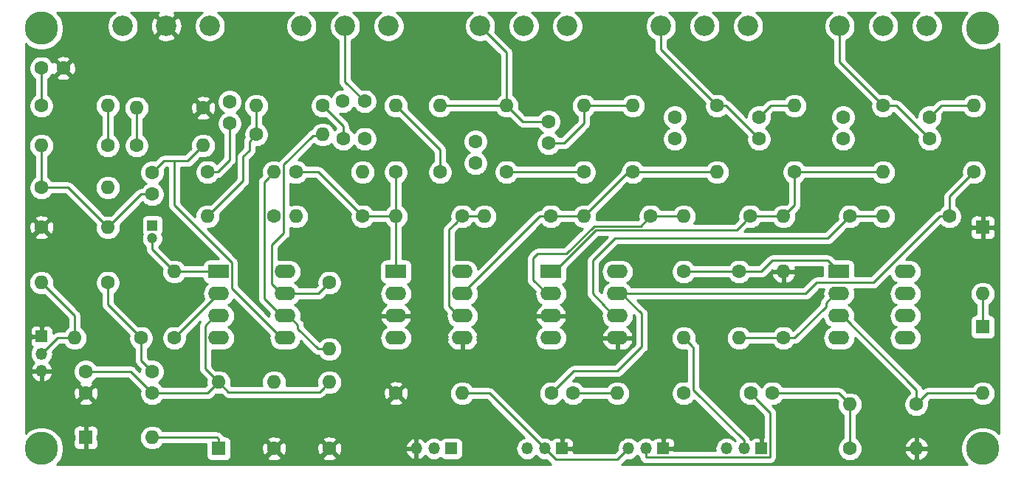
<source format=gbr>
G04 #@! TF.GenerationSoftware,KiCad,Pcbnew,(5.1.0-0)*
G04 #@! TF.CreationDate,2019-04-02T15:54:33-07:00*
G04 #@! TF.ProjectId,Pre-amp,5072652d-616d-4702-9e6b-696361645f70,rev?*
G04 #@! TF.SameCoordinates,Original*
G04 #@! TF.FileFunction,Copper,L1,Top*
G04 #@! TF.FilePolarity,Positive*
%FSLAX46Y46*%
G04 Gerber Fmt 4.6, Leading zero omitted, Abs format (unit mm)*
G04 Created by KiCad (PCBNEW (5.1.0-0)) date 2019-04-02 15:54:33*
%MOMM*%
%LPD*%
G04 APERTURE LIST*
%ADD10C,1.600000*%
%ADD11C,2.340000*%
%ADD12R,1.200000X1.200000*%
%ADD13C,1.200000*%
%ADD14O,1.600000X1.600000*%
%ADD15R,1.600000X1.600000*%
%ADD16C,3.800000*%
%ADD17O,1.350000X1.350000*%
%ADD18R,1.350000X1.350000*%
%ADD19O,2.400000X1.600000*%
%ADD20R,2.400000X1.600000*%
%ADD21C,0.250000*%
%ADD22C,0.254000*%
G04 APERTURE END LIST*
D10*
X125984000Y-61000000D03*
X125984000Y-63500000D03*
D11*
X144860000Y-50546000D03*
X149860000Y-50546000D03*
X154860000Y-50546000D03*
X124366000Y-50546000D03*
X129366000Y-50546000D03*
X134366000Y-50546000D03*
X103632000Y-50546000D03*
X108632000Y-50546000D03*
X113632000Y-50546000D03*
X83138000Y-50546000D03*
X88138000Y-50546000D03*
X93138000Y-50546000D03*
X62644000Y-50546000D03*
X67644000Y-50546000D03*
X72644000Y-50546000D03*
D10*
X66040000Y-92710000D03*
X66040000Y-90210000D03*
X58420000Y-92710000D03*
X58420000Y-90210000D03*
D12*
X66040000Y-73430000D03*
D13*
X66040000Y-74930000D03*
D10*
X53340000Y-55372000D03*
X55840000Y-55372000D03*
X66040000Y-67350000D03*
X66040000Y-69850000D03*
X74930000Y-59222000D03*
X74930000Y-61722000D03*
X90424000Y-63500000D03*
X87924000Y-63500000D03*
X87884000Y-59182000D03*
X90384000Y-59182000D03*
X111506000Y-61508000D03*
X111506000Y-64008000D03*
X103124000Y-63794000D03*
X103124000Y-66294000D03*
X135636000Y-63500000D03*
X135636000Y-61000000D03*
X155194000Y-61000000D03*
X155194000Y-63500000D03*
X145288000Y-63500000D03*
X145288000Y-61000000D03*
X114300000Y-92710000D03*
X111800000Y-92710000D03*
X137160000Y-92710000D03*
X134660000Y-92710000D03*
D14*
X73660000Y-91440000D03*
D15*
X73660000Y-99060000D03*
D14*
X66040000Y-97790000D03*
D15*
X58420000Y-97790000D03*
X161290000Y-85090000D03*
D14*
X161290000Y-92710000D03*
D15*
X161290000Y-73660000D03*
D14*
X161290000Y-81280000D03*
D16*
X53340000Y-99060000D03*
X53340000Y-50800000D03*
X161290000Y-50800000D03*
X161290000Y-99060000D03*
D17*
X53340000Y-90170000D03*
X53340000Y-88170000D03*
D18*
X53340000Y-86170000D03*
X100330000Y-99060000D03*
D17*
X98330000Y-99060000D03*
X96330000Y-99060000D03*
D18*
X113030000Y-99060000D03*
D17*
X111030000Y-99060000D03*
X109030000Y-99060000D03*
D18*
X124650000Y-99060000D03*
D17*
X122650000Y-99060000D03*
X120650000Y-99060000D03*
X131890000Y-99060000D03*
X133890000Y-99060000D03*
D18*
X135890000Y-99060000D03*
D14*
X57150000Y-86360000D03*
D10*
X64770000Y-86360000D03*
X60960000Y-80010000D03*
D14*
X53340000Y-80010000D03*
D10*
X86360000Y-99060000D03*
D14*
X86360000Y-91440000D03*
D10*
X80010000Y-99060000D03*
D14*
X80010000Y-91440000D03*
X68580000Y-78740000D03*
D10*
X68580000Y-86360000D03*
D14*
X60960000Y-69088000D03*
D10*
X53340000Y-69088000D03*
D14*
X60960000Y-73660000D03*
D10*
X53340000Y-73660000D03*
D14*
X60960000Y-59690000D03*
D10*
X53340000Y-59690000D03*
X64262000Y-64262000D03*
D14*
X71882000Y-64262000D03*
D10*
X71882000Y-59944000D03*
D14*
X64262000Y-59944000D03*
D10*
X72390000Y-67310000D03*
D14*
X80010000Y-67310000D03*
X86360000Y-87630000D03*
D10*
X86360000Y-80010000D03*
X77978000Y-62992000D03*
D14*
X85598000Y-62992000D03*
D10*
X85598000Y-59690000D03*
D14*
X77978000Y-59690000D03*
D10*
X80010000Y-72390000D03*
D14*
X72390000Y-72390000D03*
X82550000Y-72390000D03*
D10*
X90170000Y-72390000D03*
D14*
X90170000Y-67310000D03*
D10*
X82550000Y-67310000D03*
D14*
X93980000Y-59690000D03*
D10*
X93980000Y-67310000D03*
D14*
X99060000Y-59690000D03*
D10*
X99060000Y-67310000D03*
X106680000Y-67310000D03*
D14*
X106680000Y-59690000D03*
D10*
X101600000Y-72390000D03*
D14*
X93980000Y-72390000D03*
X115570000Y-59690000D03*
D10*
X115570000Y-67310000D03*
D14*
X104140000Y-72390000D03*
D10*
X111760000Y-72390000D03*
X121158000Y-67310000D03*
D14*
X121158000Y-59690000D03*
D10*
X130810000Y-59690000D03*
D14*
X130810000Y-67310000D03*
D10*
X123190000Y-72390000D03*
D14*
X115570000Y-72390000D03*
X127000000Y-72390000D03*
D10*
X134620000Y-72390000D03*
D14*
X139700000Y-59690000D03*
D10*
X139700000Y-67310000D03*
D14*
X127000000Y-86360000D03*
D10*
X127000000Y-78740000D03*
X149860000Y-59690000D03*
D14*
X149860000Y-67310000D03*
X133350000Y-86360000D03*
D10*
X133350000Y-78740000D03*
X146050000Y-72390000D03*
D14*
X138430000Y-72390000D03*
D10*
X138430000Y-86360000D03*
D14*
X138430000Y-78740000D03*
X160274000Y-59690000D03*
D10*
X160274000Y-67310000D03*
D14*
X149860000Y-72390000D03*
D10*
X157480000Y-72390000D03*
X153670000Y-93980000D03*
D14*
X146050000Y-93980000D03*
X153670000Y-99060000D03*
D10*
X146050000Y-99060000D03*
X127000000Y-92710000D03*
D14*
X119380000Y-92710000D03*
X101600000Y-92710000D03*
D10*
X93980000Y-92710000D03*
D19*
X81280000Y-78740000D03*
X73660000Y-86360000D03*
X81280000Y-81280000D03*
X73660000Y-83820000D03*
X81280000Y-83820000D03*
X73660000Y-81280000D03*
X81280000Y-86360000D03*
D20*
X73660000Y-78740000D03*
X93980000Y-78740000D03*
D19*
X101600000Y-86360000D03*
X93980000Y-81280000D03*
X101600000Y-83820000D03*
X93980000Y-83820000D03*
X101600000Y-81280000D03*
X93980000Y-86360000D03*
X101600000Y-78740000D03*
X119380000Y-78740000D03*
X111760000Y-86360000D03*
X119380000Y-81280000D03*
X111760000Y-83820000D03*
X119380000Y-83820000D03*
X111760000Y-81280000D03*
X119380000Y-86360000D03*
D20*
X111760000Y-78740000D03*
X144780000Y-78740000D03*
D19*
X152400000Y-86360000D03*
X144780000Y-81280000D03*
X152400000Y-83820000D03*
X144780000Y-83820000D03*
X152400000Y-81280000D03*
X144780000Y-86360000D03*
X152400000Y-78740000D03*
D10*
X60960000Y-64262000D03*
D14*
X53340000Y-64262000D03*
D21*
X63540000Y-90210000D02*
X66040000Y-92710000D01*
X58420000Y-90210000D02*
X63540000Y-90210000D01*
X72390000Y-92710000D02*
X73660000Y-91440000D01*
X66040000Y-92710000D02*
X72390000Y-92710000D01*
X72860001Y-90640001D02*
X73660000Y-91440000D01*
X72134990Y-89914990D02*
X72860001Y-90640001D01*
X72134990Y-84945010D02*
X72134990Y-89914990D01*
X73260000Y-83820000D02*
X72134990Y-84945010D01*
X73660000Y-83820000D02*
X73260000Y-83820000D01*
X85234999Y-92565001D02*
X85560001Y-92239999D01*
X74785001Y-92565001D02*
X85234999Y-92565001D01*
X85560001Y-92239999D02*
X86360000Y-91440000D01*
X73660000Y-91440000D02*
X74785001Y-92565001D01*
X60960000Y-82550000D02*
X64770000Y-86360000D01*
X60960000Y-80010000D02*
X60960000Y-82550000D01*
X64770000Y-88940000D02*
X66040000Y-90210000D01*
X64770000Y-86360000D02*
X64770000Y-88940000D01*
X66040000Y-76200000D02*
X68580000Y-78740000D01*
X66040000Y-74930000D02*
X66040000Y-76200000D01*
X68580000Y-78740000D02*
X73660000Y-78740000D01*
X53340000Y-55372000D02*
X53340000Y-59690000D01*
X75185001Y-80665001D02*
X75185001Y-77725001D01*
X80880000Y-86360000D02*
X75185001Y-80665001D01*
X81280000Y-86360000D02*
X80880000Y-86360000D01*
X68580000Y-71120000D02*
X68580000Y-66040000D01*
X75185001Y-77725001D02*
X68580000Y-71120000D01*
X68580000Y-66040000D02*
X70104000Y-66040000D01*
X70104000Y-66040000D02*
X71882000Y-64262000D01*
X67350000Y-66040000D02*
X68326000Y-66040000D01*
X66040000Y-67350000D02*
X67350000Y-66040000D01*
X68326000Y-66040000D02*
X68580000Y-66040000D01*
X67973370Y-66040000D02*
X68326000Y-66040000D01*
X53340000Y-64262000D02*
X53340000Y-69088000D01*
X56388000Y-69088000D02*
X60960000Y-73660000D01*
X53340000Y-69088000D02*
X56388000Y-69088000D01*
X64770000Y-69850000D02*
X66040000Y-69850000D01*
X60960000Y-73660000D02*
X64770000Y-69850000D01*
X74930000Y-65901370D02*
X74930000Y-61722000D01*
X73521370Y-67310000D02*
X74930000Y-65901370D01*
X72390000Y-67310000D02*
X73521370Y-67310000D01*
X87924000Y-62016000D02*
X85598000Y-59690000D01*
X87924000Y-63500000D02*
X87924000Y-62016000D01*
X88138000Y-56936000D02*
X90384000Y-59182000D01*
X88138000Y-50546000D02*
X88138000Y-56936000D01*
X102474998Y-59690000D02*
X99060000Y-59690000D01*
X106680000Y-59690000D02*
X102474998Y-59690000D01*
X108498000Y-61508000D02*
X106680000Y-59690000D01*
X111506000Y-61508000D02*
X108498000Y-61508000D01*
X106680000Y-53594000D02*
X103632000Y-50546000D01*
X106680000Y-59690000D02*
X106680000Y-53594000D01*
X115570000Y-59690000D02*
X115570000Y-61722000D01*
X115570000Y-61722000D02*
X113284000Y-64008000D01*
X113284000Y-64008000D02*
X111506000Y-64008000D01*
X115570000Y-59690000D02*
X121158000Y-59690000D01*
X106680000Y-67310000D02*
X107950000Y-67310000D01*
X106680000Y-67310000D02*
X115570000Y-67310000D01*
X104140000Y-72390000D02*
X101600000Y-72390000D01*
X100074990Y-73915010D02*
X100800001Y-73189999D01*
X100074990Y-82694990D02*
X100074990Y-73915010D01*
X101200000Y-83820000D02*
X100074990Y-82694990D01*
X100800001Y-73189999D02*
X101600000Y-72390000D01*
X101600000Y-83820000D02*
X101200000Y-83820000D01*
X131826000Y-59690000D02*
X130810000Y-59690000D01*
X135636000Y-63500000D02*
X131826000Y-59690000D01*
X124366000Y-53246000D02*
X124366000Y-50546000D01*
X130810000Y-59690000D02*
X124366000Y-53246000D01*
X136946000Y-59690000D02*
X135636000Y-61000000D01*
X139700000Y-59690000D02*
X136946000Y-59690000D01*
X127000000Y-72390000D02*
X123190000Y-72390000D01*
X109728000Y-79756000D02*
X111360000Y-81280000D01*
X109728000Y-77216000D02*
X109728000Y-79756000D01*
X111360000Y-81280000D02*
X111760000Y-81280000D01*
X110236000Y-76708000D02*
X109728000Y-77216000D01*
X123190000Y-72390000D02*
X122064999Y-73515001D01*
X116730999Y-73515001D02*
X113538000Y-76708000D01*
X113538000Y-76708000D02*
X110236000Y-76708000D01*
X122064999Y-73515001D02*
X116730999Y-73515001D01*
X156504000Y-59690000D02*
X155194000Y-61000000D01*
X160274000Y-59690000D02*
X156504000Y-59690000D01*
X149900000Y-59690000D02*
X149860000Y-59690000D01*
X151384000Y-59690000D02*
X149860000Y-59690000D01*
X155194000Y-63500000D02*
X151384000Y-59690000D01*
X144860000Y-54690000D02*
X149860000Y-59690000D01*
X144860000Y-50546000D02*
X144860000Y-54690000D01*
X149860000Y-72390000D02*
X146050000Y-72390000D01*
X143510000Y-74930000D02*
X146050000Y-72390000D01*
X119126000Y-74930000D02*
X143510000Y-74930000D01*
X118980000Y-83820000D02*
X116586000Y-81280000D01*
X119380000Y-83820000D02*
X118980000Y-83820000D01*
X116586000Y-77470000D02*
X119126000Y-74930000D01*
X116586000Y-81280000D02*
X116586000Y-77470000D01*
X119380000Y-92710000D02*
X114300000Y-92710000D01*
X118980000Y-81280000D02*
X119380000Y-81280000D01*
X119380000Y-81280000D02*
X140970000Y-81280000D01*
X148728630Y-80010000D02*
X156348630Y-72390000D01*
X156348630Y-72390000D02*
X157480000Y-72390000D01*
X142240000Y-80010000D02*
X148728630Y-80010000D01*
X140970000Y-81280000D02*
X142240000Y-80010000D01*
X119380000Y-90170000D02*
X122176133Y-87378133D01*
X114340000Y-90170000D02*
X119380000Y-90170000D01*
X111800000Y-92710000D02*
X114340000Y-90170000D01*
X119780000Y-81280000D02*
X119380000Y-81280000D01*
X122174000Y-83566000D02*
X119780000Y-81280000D01*
X122176133Y-87378133D02*
X122174000Y-83566000D01*
X157480000Y-70104000D02*
X160274000Y-67310000D01*
X157480000Y-72390000D02*
X157480000Y-70104000D01*
X144780000Y-92710000D02*
X146050000Y-93980000D01*
X137160000Y-92710000D02*
X144780000Y-92710000D01*
X146050000Y-99060000D02*
X146050000Y-93980000D01*
X135459999Y-93509999D02*
X134660000Y-92710000D01*
X136890001Y-94940001D02*
X135459999Y-93509999D01*
X136890001Y-99995001D02*
X136890001Y-94940001D01*
X136825001Y-100060001D02*
X136890001Y-99995001D01*
X122695407Y-100060001D02*
X136825001Y-100060001D01*
X122650000Y-100014594D02*
X122695407Y-100060001D01*
X122650000Y-99060000D02*
X122650000Y-100014594D01*
X73660000Y-98010000D02*
X73660000Y-99060000D01*
X73440000Y-97790000D02*
X73660000Y-98010000D01*
X66040000Y-97790000D02*
X73440000Y-97790000D01*
X161290000Y-85090000D02*
X161290000Y-81280000D01*
X154940000Y-92710000D02*
X153670000Y-93980000D01*
X161290000Y-92710000D02*
X154940000Y-92710000D01*
X145180000Y-83820000D02*
X144780000Y-83820000D01*
X153670000Y-92310000D02*
X145180000Y-83820000D01*
X153670000Y-93980000D02*
X153670000Y-92310000D01*
X55150000Y-86360000D02*
X57150000Y-86360000D01*
X53340000Y-88170000D02*
X55150000Y-86360000D01*
X57150000Y-83820000D02*
X53340000Y-80010000D01*
X57150000Y-86360000D02*
X57150000Y-83820000D01*
X104680000Y-92710000D02*
X111030000Y-99060000D01*
X101600000Y-92710000D02*
X104680000Y-92710000D01*
X119380000Y-100330000D02*
X119975001Y-99734999D01*
X112300000Y-100330000D02*
X119380000Y-100330000D01*
X119975001Y-99734999D02*
X120650000Y-99060000D01*
X111030000Y-99060000D02*
X112300000Y-100330000D01*
X128125001Y-87485001D02*
X127799999Y-87159999D01*
X127799999Y-87159999D02*
X127000000Y-86360000D01*
X128125001Y-92340407D02*
X128125001Y-87485001D01*
X133890000Y-98105406D02*
X128125001Y-92340407D01*
X133890000Y-99060000D02*
X133890000Y-98105406D01*
X73660000Y-81280000D02*
X68580000Y-86360000D01*
X60960000Y-64262000D02*
X60960000Y-59690000D01*
X64262000Y-64262000D02*
X64262000Y-59944000D01*
X81680000Y-83820000D02*
X81280000Y-83820000D01*
X82730000Y-84870000D02*
X81680000Y-83820000D01*
X82730000Y-85270000D02*
X82730000Y-84870000D01*
X85090000Y-87630000D02*
X82730000Y-85270000D01*
X86360000Y-87630000D02*
X85090000Y-87630000D01*
X79210001Y-68109999D02*
X80010000Y-67310000D01*
X78884999Y-68435001D02*
X79210001Y-68109999D01*
X78884999Y-81824999D02*
X78884999Y-68435001D01*
X80880000Y-83820000D02*
X78884999Y-81824999D01*
X81280000Y-83820000D02*
X80880000Y-83820000D01*
X85090000Y-81280000D02*
X86360000Y-80010000D01*
X81280000Y-81280000D02*
X85090000Y-81280000D01*
X80880000Y-81280000D02*
X79754990Y-80154990D01*
X81280000Y-81280000D02*
X80880000Y-81280000D01*
X81135001Y-74310979D02*
X79754990Y-75690990D01*
X81135001Y-66438999D02*
X81135001Y-74310979D01*
X84466630Y-63107370D02*
X81135001Y-66438999D01*
X79754990Y-80154990D02*
X79754990Y-75690990D01*
X85482630Y-63107370D02*
X85598000Y-62992000D01*
X84466630Y-63107370D02*
X85482630Y-63107370D01*
X77978000Y-61860630D02*
X77978000Y-59690000D01*
X77978000Y-62992000D02*
X77978000Y-61860630D01*
X77178001Y-63791999D02*
X77178001Y-64807999D01*
X77978000Y-62992000D02*
X77178001Y-63791999D01*
X77178001Y-64807999D02*
X76454000Y-65532000D01*
X76454000Y-68326000D02*
X72390000Y-72390000D01*
X76454000Y-65532000D02*
X76454000Y-68326000D01*
X93980000Y-72390000D02*
X90170000Y-72390000D01*
X85090000Y-67310000D02*
X90170000Y-72390000D01*
X82550000Y-67310000D02*
X85090000Y-67310000D01*
X93980000Y-67310000D02*
X93980000Y-72390000D01*
X93980000Y-72390000D02*
X93980000Y-78740000D01*
X99060000Y-64770000D02*
X93980000Y-59690000D01*
X99060000Y-67310000D02*
X99060000Y-64770000D01*
X115570000Y-72390000D02*
X111760000Y-72390000D01*
X110490000Y-72390000D02*
X105410000Y-77470000D01*
X111760000Y-72390000D02*
X110490000Y-72390000D01*
X105410000Y-77470000D02*
X101600000Y-81280000D01*
X120650000Y-67310000D02*
X121158000Y-67310000D01*
X115570000Y-72390000D02*
X120650000Y-67310000D01*
X121158000Y-67310000D02*
X130810000Y-67310000D01*
X149860000Y-67310000D02*
X139700000Y-67310000D01*
X139700000Y-71120000D02*
X138430000Y-72390000D01*
X139700000Y-67310000D02*
X139700000Y-71120000D01*
X138430000Y-72390000D02*
X134620000Y-72390000D01*
X133820001Y-73189999D02*
X134620000Y-72390000D01*
X133044989Y-73965011D02*
X133820001Y-73189999D01*
X116934989Y-73965011D02*
X133044989Y-73965011D01*
X112160000Y-78740000D02*
X116934989Y-73965011D01*
X111760000Y-78740000D02*
X112160000Y-78740000D01*
X133350000Y-78740000D02*
X127000000Y-78740000D01*
X133350000Y-78740000D02*
X135890000Y-78740000D01*
X135890000Y-78740000D02*
X137160000Y-77470000D01*
X137160000Y-77470000D02*
X143510000Y-77470000D01*
X143510000Y-77470000D02*
X144780000Y-78740000D01*
X143330000Y-82330000D02*
X144380000Y-81280000D01*
X143330000Y-82730000D02*
X143330000Y-82330000D01*
X144380000Y-81280000D02*
X144780000Y-81280000D01*
X139700000Y-86360000D02*
X143330000Y-82730000D01*
X138430000Y-86360000D02*
X139700000Y-86360000D01*
X133350000Y-86360000D02*
X138430000Y-86360000D01*
D22*
G36*
X61493379Y-49143965D02*
G01*
X61241965Y-49395379D01*
X61044429Y-49691012D01*
X60908365Y-50019501D01*
X60839000Y-50368223D01*
X60839000Y-50723777D01*
X60908365Y-51072499D01*
X61044429Y-51400988D01*
X61241965Y-51696621D01*
X61493379Y-51948035D01*
X61789012Y-52145571D01*
X62117501Y-52281635D01*
X62466223Y-52351000D01*
X62821777Y-52351000D01*
X63170499Y-52281635D01*
X63498988Y-52145571D01*
X63794621Y-51948035D01*
X63940054Y-51802602D01*
X66567003Y-51802602D01*
X66683275Y-52084389D01*
X67001860Y-52242257D01*
X67345122Y-52334938D01*
X67699869Y-52358873D01*
X68052470Y-52313139D01*
X68389373Y-52199495D01*
X68604725Y-52084389D01*
X68720997Y-51802602D01*
X67644000Y-50725605D01*
X66567003Y-51802602D01*
X63940054Y-51802602D01*
X64046035Y-51696621D01*
X64243571Y-51400988D01*
X64379635Y-51072499D01*
X64449000Y-50723777D01*
X64449000Y-50601869D01*
X65831127Y-50601869D01*
X65876861Y-50954470D01*
X65990505Y-51291373D01*
X66105611Y-51506725D01*
X66387398Y-51622997D01*
X67464395Y-50546000D01*
X67823605Y-50546000D01*
X68900602Y-51622997D01*
X69182389Y-51506725D01*
X69340257Y-51188140D01*
X69432938Y-50844878D01*
X69456873Y-50490131D01*
X69411139Y-50137530D01*
X69297495Y-49800627D01*
X69182389Y-49585275D01*
X68900602Y-49469003D01*
X67823605Y-50546000D01*
X67464395Y-50546000D01*
X66387398Y-49469003D01*
X66105611Y-49585275D01*
X65947743Y-49903860D01*
X65855062Y-50247122D01*
X65831127Y-50601869D01*
X64449000Y-50601869D01*
X64449000Y-50368223D01*
X64379635Y-50019501D01*
X64243571Y-49691012D01*
X64046035Y-49395379D01*
X63794621Y-49143965D01*
X63534264Y-48970000D01*
X66753641Y-48970000D01*
X66683275Y-49007611D01*
X66567003Y-49289398D01*
X67644000Y-50366395D01*
X68720997Y-49289398D01*
X68604725Y-49007611D01*
X68528824Y-48970000D01*
X71753736Y-48970000D01*
X71493379Y-49143965D01*
X71241965Y-49395379D01*
X71044429Y-49691012D01*
X70908365Y-50019501D01*
X70839000Y-50368223D01*
X70839000Y-50723777D01*
X70908365Y-51072499D01*
X71044429Y-51400988D01*
X71241965Y-51696621D01*
X71493379Y-51948035D01*
X71789012Y-52145571D01*
X72117501Y-52281635D01*
X72466223Y-52351000D01*
X72821777Y-52351000D01*
X73170499Y-52281635D01*
X73498988Y-52145571D01*
X73794621Y-51948035D01*
X74046035Y-51696621D01*
X74243571Y-51400988D01*
X74379635Y-51072499D01*
X74449000Y-50723777D01*
X74449000Y-50368223D01*
X74379635Y-50019501D01*
X74243571Y-49691012D01*
X74046035Y-49395379D01*
X73794621Y-49143965D01*
X73534264Y-48970000D01*
X82247736Y-48970000D01*
X81987379Y-49143965D01*
X81735965Y-49395379D01*
X81538429Y-49691012D01*
X81402365Y-50019501D01*
X81333000Y-50368223D01*
X81333000Y-50723777D01*
X81402365Y-51072499D01*
X81538429Y-51400988D01*
X81735965Y-51696621D01*
X81987379Y-51948035D01*
X82283012Y-52145571D01*
X82611501Y-52281635D01*
X82960223Y-52351000D01*
X83315777Y-52351000D01*
X83664499Y-52281635D01*
X83992988Y-52145571D01*
X84288621Y-51948035D01*
X84540035Y-51696621D01*
X84737571Y-51400988D01*
X84873635Y-51072499D01*
X84943000Y-50723777D01*
X84943000Y-50368223D01*
X84873635Y-50019501D01*
X84737571Y-49691012D01*
X84540035Y-49395379D01*
X84288621Y-49143965D01*
X84028264Y-48970000D01*
X87247736Y-48970000D01*
X86987379Y-49143965D01*
X86735965Y-49395379D01*
X86538429Y-49691012D01*
X86402365Y-50019501D01*
X86333000Y-50368223D01*
X86333000Y-50723777D01*
X86402365Y-51072499D01*
X86538429Y-51400988D01*
X86735965Y-51696621D01*
X86987379Y-51948035D01*
X87283012Y-52145571D01*
X87378000Y-52184916D01*
X87378001Y-56898668D01*
X87374324Y-56936000D01*
X87388998Y-57084985D01*
X87432454Y-57228246D01*
X87503026Y-57360276D01*
X87574201Y-57447002D01*
X87598000Y-57476001D01*
X87626998Y-57499799D01*
X87874199Y-57747000D01*
X87742665Y-57747000D01*
X87465426Y-57802147D01*
X87204273Y-57910320D01*
X86969241Y-58067363D01*
X86769363Y-58267241D01*
X86612320Y-58502273D01*
X86561752Y-58624356D01*
X86512759Y-58575363D01*
X86277727Y-58418320D01*
X86016574Y-58310147D01*
X85739335Y-58255000D01*
X85456665Y-58255000D01*
X85179426Y-58310147D01*
X84918273Y-58418320D01*
X84683241Y-58575363D01*
X84483363Y-58775241D01*
X84326320Y-59010273D01*
X84218147Y-59271426D01*
X84163000Y-59548665D01*
X84163000Y-59831335D01*
X84218147Y-60108574D01*
X84326320Y-60369727D01*
X84483363Y-60604759D01*
X84683241Y-60804637D01*
X84918273Y-60961680D01*
X85179426Y-61069853D01*
X85456665Y-61125000D01*
X85739335Y-61125000D01*
X85921886Y-61088688D01*
X87134719Y-62301521D01*
X87009241Y-62385363D01*
X86935821Y-62458783D01*
X86930182Y-62440192D01*
X86796932Y-62190899D01*
X86617608Y-61972392D01*
X86399101Y-61793068D01*
X86149808Y-61659818D01*
X85879309Y-61577764D01*
X85668492Y-61557000D01*
X85527508Y-61557000D01*
X85316691Y-61577764D01*
X85046192Y-61659818D01*
X84796899Y-61793068D01*
X84578392Y-61972392D01*
X84399068Y-62190899D01*
X84307989Y-62361296D01*
X84178316Y-62400631D01*
X84174383Y-62401824D01*
X84042353Y-62472396D01*
X83981521Y-62522320D01*
X83926629Y-62567369D01*
X83902831Y-62596367D01*
X80624004Y-65875195D01*
X80595000Y-65898998D01*
X80547994Y-65956276D01*
X80536592Y-65970169D01*
X80291309Y-65895764D01*
X80080492Y-65875000D01*
X79939508Y-65875000D01*
X79728691Y-65895764D01*
X79458192Y-65977818D01*
X79208899Y-66111068D01*
X78990392Y-66290392D01*
X78811068Y-66508899D01*
X78677818Y-66758192D01*
X78595764Y-67028691D01*
X78568057Y-67310000D01*
X78595764Y-67591309D01*
X78609292Y-67635907D01*
X78373997Y-67871202D01*
X78344999Y-67895000D01*
X78321201Y-67923998D01*
X78321200Y-67923999D01*
X78250025Y-68010725D01*
X78179453Y-68142755D01*
X78154578Y-68224759D01*
X78135997Y-68286015D01*
X78125000Y-68397668D01*
X78121323Y-68435001D01*
X78125000Y-68472333D01*
X78124999Y-81787677D01*
X78121323Y-81824999D01*
X78124999Y-81862321D01*
X78124999Y-81862331D01*
X78135996Y-81973984D01*
X78179453Y-82117245D01*
X78250025Y-82249275D01*
X78256984Y-82257754D01*
X78344998Y-82365000D01*
X78374001Y-82388803D01*
X79479292Y-83494094D01*
X79465764Y-83538691D01*
X79438057Y-83820000D01*
X79440598Y-83845796D01*
X75945001Y-80350200D01*
X75945001Y-77762323D01*
X75948677Y-77725001D01*
X75945001Y-77687678D01*
X75945001Y-77687668D01*
X75934004Y-77576015D01*
X75890547Y-77432754D01*
X75833359Y-77325764D01*
X75819975Y-77300724D01*
X75748800Y-77213998D01*
X75725002Y-77185000D01*
X75696004Y-77161202D01*
X72359801Y-73825000D01*
X72460492Y-73825000D01*
X72671309Y-73804236D01*
X72941808Y-73722182D01*
X73191101Y-73588932D01*
X73409608Y-73409608D01*
X73588932Y-73191101D01*
X73722182Y-72941808D01*
X73804236Y-72671309D01*
X73831943Y-72390000D01*
X73804236Y-72108691D01*
X73790708Y-72064094D01*
X76965003Y-68889799D01*
X76994001Y-68866001D01*
X77035409Y-68815545D01*
X77088974Y-68750277D01*
X77159546Y-68618247D01*
X77170638Y-68581680D01*
X77203003Y-68474986D01*
X77214000Y-68363333D01*
X77214000Y-68363323D01*
X77217676Y-68326000D01*
X77214000Y-68288677D01*
X77214000Y-65846801D01*
X77689003Y-65371798D01*
X77718002Y-65348000D01*
X77764783Y-65290997D01*
X77812975Y-65232276D01*
X77883547Y-65100246D01*
X77894032Y-65065680D01*
X77927004Y-64956985D01*
X77938001Y-64845332D01*
X77938001Y-64845323D01*
X77941677Y-64808000D01*
X77938001Y-64770677D01*
X77938001Y-64427000D01*
X78119335Y-64427000D01*
X78396574Y-64371853D01*
X78657727Y-64263680D01*
X78892759Y-64106637D01*
X79092637Y-63906759D01*
X79249680Y-63671727D01*
X79357853Y-63410574D01*
X79413000Y-63133335D01*
X79413000Y-62850665D01*
X79357853Y-62573426D01*
X79249680Y-62312273D01*
X79092637Y-62077241D01*
X78892759Y-61877363D01*
X78738000Y-61773957D01*
X78738000Y-60910901D01*
X78779101Y-60888932D01*
X78997608Y-60709608D01*
X79176932Y-60491101D01*
X79310182Y-60241808D01*
X79392236Y-59971309D01*
X79419943Y-59690000D01*
X79392236Y-59408691D01*
X79310182Y-59138192D01*
X79176932Y-58888899D01*
X78997608Y-58670392D01*
X78779101Y-58491068D01*
X78529808Y-58357818D01*
X78259309Y-58275764D01*
X78048492Y-58255000D01*
X77907508Y-58255000D01*
X77696691Y-58275764D01*
X77426192Y-58357818D01*
X77176899Y-58491068D01*
X76958392Y-58670392D01*
X76779068Y-58888899D01*
X76645818Y-59138192D01*
X76563764Y-59408691D01*
X76536057Y-59690000D01*
X76563764Y-59971309D01*
X76645818Y-60241808D01*
X76779068Y-60491101D01*
X76958392Y-60709608D01*
X77176899Y-60888932D01*
X77218000Y-60910901D01*
X77218000Y-61773957D01*
X77063241Y-61877363D01*
X76863363Y-62077241D01*
X76706320Y-62312273D01*
X76598147Y-62573426D01*
X76543000Y-62850665D01*
X76543000Y-63133335D01*
X76580533Y-63322023D01*
X76543027Y-63367723D01*
X76493223Y-63460899D01*
X76472455Y-63499753D01*
X76428998Y-63643014D01*
X76418001Y-63754667D01*
X76418001Y-63754677D01*
X76414325Y-63791999D01*
X76418001Y-63829322D01*
X76418002Y-64493197D01*
X75943002Y-64968197D01*
X75913999Y-64991999D01*
X75858871Y-65059174D01*
X75819026Y-65107724D01*
X75811055Y-65122637D01*
X75748454Y-65239754D01*
X75704997Y-65383015D01*
X75694000Y-65494668D01*
X75694000Y-65494678D01*
X75690324Y-65532000D01*
X75694000Y-65569323D01*
X75694001Y-68011197D01*
X72715906Y-70989292D01*
X72671309Y-70975764D01*
X72460492Y-70955000D01*
X72319508Y-70955000D01*
X72108691Y-70975764D01*
X71838192Y-71057818D01*
X71588899Y-71191068D01*
X71370392Y-71370392D01*
X71191068Y-71588899D01*
X71057818Y-71838192D01*
X70975764Y-72108691D01*
X70948057Y-72390000D01*
X70950598Y-72415796D01*
X69340000Y-70805199D01*
X69340000Y-67168665D01*
X70955000Y-67168665D01*
X70955000Y-67451335D01*
X71010147Y-67728574D01*
X71118320Y-67989727D01*
X71275363Y-68224759D01*
X71475241Y-68424637D01*
X71710273Y-68581680D01*
X71971426Y-68689853D01*
X72248665Y-68745000D01*
X72531335Y-68745000D01*
X72808574Y-68689853D01*
X73069727Y-68581680D01*
X73304759Y-68424637D01*
X73504637Y-68224759D01*
X73611519Y-68064798D01*
X73670356Y-68059003D01*
X73813617Y-68015546D01*
X73945646Y-67944974D01*
X74061371Y-67850001D01*
X74085174Y-67820997D01*
X75441004Y-66465168D01*
X75470001Y-66441371D01*
X75564974Y-66325646D01*
X75635546Y-66193617D01*
X75679003Y-66050356D01*
X75690000Y-65938703D01*
X75690000Y-65938695D01*
X75693676Y-65901370D01*
X75690000Y-65864045D01*
X75690000Y-62940043D01*
X75844759Y-62836637D01*
X76044637Y-62636759D01*
X76201680Y-62401727D01*
X76309853Y-62140574D01*
X76365000Y-61863335D01*
X76365000Y-61580665D01*
X76309853Y-61303426D01*
X76201680Y-61042273D01*
X76044637Y-60807241D01*
X75844759Y-60607363D01*
X75642173Y-60472000D01*
X75844759Y-60336637D01*
X76044637Y-60136759D01*
X76201680Y-59901727D01*
X76309853Y-59640574D01*
X76365000Y-59363335D01*
X76365000Y-59080665D01*
X76309853Y-58803426D01*
X76201680Y-58542273D01*
X76044637Y-58307241D01*
X75844759Y-58107363D01*
X75609727Y-57950320D01*
X75348574Y-57842147D01*
X75071335Y-57787000D01*
X74788665Y-57787000D01*
X74511426Y-57842147D01*
X74250273Y-57950320D01*
X74015241Y-58107363D01*
X73815363Y-58307241D01*
X73658320Y-58542273D01*
X73550147Y-58803426D01*
X73495000Y-59080665D01*
X73495000Y-59363335D01*
X73550147Y-59640574D01*
X73658320Y-59901727D01*
X73815363Y-60136759D01*
X74015241Y-60336637D01*
X74217827Y-60472000D01*
X74015241Y-60607363D01*
X73815363Y-60807241D01*
X73658320Y-61042273D01*
X73550147Y-61303426D01*
X73495000Y-61580665D01*
X73495000Y-61863335D01*
X73550147Y-62140574D01*
X73658320Y-62401727D01*
X73815363Y-62636759D01*
X74015241Y-62836637D01*
X74170001Y-62940044D01*
X74170000Y-65586568D01*
X73432982Y-66323586D01*
X73304759Y-66195363D01*
X73069727Y-66038320D01*
X72808574Y-65930147D01*
X72531335Y-65875000D01*
X72248665Y-65875000D01*
X71971426Y-65930147D01*
X71710273Y-66038320D01*
X71475241Y-66195363D01*
X71275363Y-66395241D01*
X71118320Y-66630273D01*
X71010147Y-66891426D01*
X70955000Y-67168665D01*
X69340000Y-67168665D01*
X69340000Y-66800000D01*
X70066678Y-66800000D01*
X70104000Y-66803676D01*
X70141322Y-66800000D01*
X70141333Y-66800000D01*
X70252986Y-66789003D01*
X70396247Y-66745546D01*
X70528276Y-66674974D01*
X70644001Y-66580001D01*
X70667804Y-66550997D01*
X71556094Y-65662708D01*
X71600691Y-65676236D01*
X71811508Y-65697000D01*
X71952492Y-65697000D01*
X72163309Y-65676236D01*
X72433808Y-65594182D01*
X72683101Y-65460932D01*
X72901608Y-65281608D01*
X73080932Y-65063101D01*
X73214182Y-64813808D01*
X73296236Y-64543309D01*
X73323943Y-64262000D01*
X73296236Y-63980691D01*
X73214182Y-63710192D01*
X73080932Y-63460899D01*
X72901608Y-63242392D01*
X72683101Y-63063068D01*
X72433808Y-62929818D01*
X72163309Y-62847764D01*
X71952492Y-62827000D01*
X71811508Y-62827000D01*
X71600691Y-62847764D01*
X71330192Y-62929818D01*
X71080899Y-63063068D01*
X70862392Y-63242392D01*
X70683068Y-63460899D01*
X70549818Y-63710192D01*
X70467764Y-63980691D01*
X70440057Y-64262000D01*
X70467764Y-64543309D01*
X70481292Y-64587906D01*
X69789199Y-65280000D01*
X68617333Y-65280000D01*
X68580000Y-65276323D01*
X68542667Y-65280000D01*
X67387325Y-65280000D01*
X67350000Y-65276324D01*
X67312675Y-65280000D01*
X67312667Y-65280000D01*
X67201014Y-65290997D01*
X67057753Y-65334454D01*
X66925724Y-65405026D01*
X66809999Y-65499999D01*
X66786201Y-65528997D01*
X66363886Y-65951312D01*
X66181335Y-65915000D01*
X65898665Y-65915000D01*
X65621426Y-65970147D01*
X65360273Y-66078320D01*
X65125241Y-66235363D01*
X64925363Y-66435241D01*
X64768320Y-66670273D01*
X64660147Y-66931426D01*
X64605000Y-67208665D01*
X64605000Y-67491335D01*
X64660147Y-67768574D01*
X64768320Y-68029727D01*
X64925363Y-68264759D01*
X65125241Y-68464637D01*
X65327827Y-68600000D01*
X65125241Y-68735363D01*
X64925363Y-68935241D01*
X64821957Y-69090000D01*
X64807325Y-69090000D01*
X64770000Y-69086324D01*
X64732675Y-69090000D01*
X64732667Y-69090000D01*
X64621014Y-69100997D01*
X64477753Y-69144454D01*
X64345724Y-69215026D01*
X64229999Y-69309999D01*
X64206201Y-69338997D01*
X61285906Y-72259292D01*
X61241309Y-72245764D01*
X61030492Y-72225000D01*
X60889508Y-72225000D01*
X60678691Y-72245764D01*
X60634095Y-72259292D01*
X57462802Y-69088000D01*
X59518057Y-69088000D01*
X59545764Y-69369309D01*
X59627818Y-69639808D01*
X59761068Y-69889101D01*
X59940392Y-70107608D01*
X60158899Y-70286932D01*
X60408192Y-70420182D01*
X60678691Y-70502236D01*
X60889508Y-70523000D01*
X61030492Y-70523000D01*
X61241309Y-70502236D01*
X61511808Y-70420182D01*
X61761101Y-70286932D01*
X61979608Y-70107608D01*
X62158932Y-69889101D01*
X62292182Y-69639808D01*
X62374236Y-69369309D01*
X62401943Y-69088000D01*
X62374236Y-68806691D01*
X62292182Y-68536192D01*
X62158932Y-68286899D01*
X61979608Y-68068392D01*
X61761101Y-67889068D01*
X61511808Y-67755818D01*
X61241309Y-67673764D01*
X61030492Y-67653000D01*
X60889508Y-67653000D01*
X60678691Y-67673764D01*
X60408192Y-67755818D01*
X60158899Y-67889068D01*
X59940392Y-68068392D01*
X59761068Y-68286899D01*
X59627818Y-68536192D01*
X59545764Y-68806691D01*
X59518057Y-69088000D01*
X57462802Y-69088000D01*
X56951804Y-68577003D01*
X56928001Y-68547999D01*
X56812276Y-68453026D01*
X56680247Y-68382454D01*
X56536986Y-68338997D01*
X56425333Y-68328000D01*
X56425322Y-68328000D01*
X56388000Y-68324324D01*
X56350678Y-68328000D01*
X54558043Y-68328000D01*
X54454637Y-68173241D01*
X54254759Y-67973363D01*
X54100000Y-67869957D01*
X54100000Y-65482901D01*
X54141101Y-65460932D01*
X54359608Y-65281608D01*
X54538932Y-65063101D01*
X54672182Y-64813808D01*
X54754236Y-64543309D01*
X54781943Y-64262000D01*
X54754236Y-63980691D01*
X54672182Y-63710192D01*
X54538932Y-63460899D01*
X54359608Y-63242392D01*
X54141101Y-63063068D01*
X53891808Y-62929818D01*
X53621309Y-62847764D01*
X53410492Y-62827000D01*
X53269508Y-62827000D01*
X53058691Y-62847764D01*
X52788192Y-62929818D01*
X52538899Y-63063068D01*
X52320392Y-63242392D01*
X52141068Y-63460899D01*
X52007818Y-63710192D01*
X51925764Y-63980691D01*
X51898057Y-64262000D01*
X51925764Y-64543309D01*
X52007818Y-64813808D01*
X52141068Y-65063101D01*
X52320392Y-65281608D01*
X52538899Y-65460932D01*
X52580000Y-65482901D01*
X52580001Y-67869956D01*
X52425241Y-67973363D01*
X52225363Y-68173241D01*
X52068320Y-68408273D01*
X51960147Y-68669426D01*
X51905000Y-68946665D01*
X51905000Y-69229335D01*
X51960147Y-69506574D01*
X52068320Y-69767727D01*
X52225363Y-70002759D01*
X52425241Y-70202637D01*
X52660273Y-70359680D01*
X52921426Y-70467853D01*
X53198665Y-70523000D01*
X53481335Y-70523000D01*
X53758574Y-70467853D01*
X54019727Y-70359680D01*
X54254759Y-70202637D01*
X54454637Y-70002759D01*
X54558043Y-69848000D01*
X56073199Y-69848000D01*
X59559292Y-73334095D01*
X59545764Y-73378691D01*
X59518057Y-73660000D01*
X59545764Y-73941309D01*
X59627818Y-74211808D01*
X59761068Y-74461101D01*
X59940392Y-74679608D01*
X60158899Y-74858932D01*
X60408192Y-74992182D01*
X60678691Y-75074236D01*
X60889508Y-75095000D01*
X61030492Y-75095000D01*
X61241309Y-75074236D01*
X61511808Y-74992182D01*
X61761101Y-74858932D01*
X61979608Y-74679608D01*
X62158932Y-74461101D01*
X62292182Y-74211808D01*
X62374236Y-73941309D01*
X62401943Y-73660000D01*
X62374236Y-73378691D01*
X62360708Y-73334094D01*
X64927703Y-70767099D01*
X65125241Y-70964637D01*
X65360273Y-71121680D01*
X65621426Y-71229853D01*
X65898665Y-71285000D01*
X66181335Y-71285000D01*
X66458574Y-71229853D01*
X66719727Y-71121680D01*
X66954759Y-70964637D01*
X67154637Y-70764759D01*
X67311680Y-70529727D01*
X67419853Y-70268574D01*
X67475000Y-69991335D01*
X67475000Y-69708665D01*
X67419853Y-69431426D01*
X67311680Y-69170273D01*
X67154637Y-68935241D01*
X66954759Y-68735363D01*
X66752173Y-68600000D01*
X66954759Y-68464637D01*
X67154637Y-68264759D01*
X67311680Y-68029727D01*
X67419853Y-67768574D01*
X67475000Y-67491335D01*
X67475000Y-67208665D01*
X67438688Y-67026114D01*
X67664802Y-66800000D01*
X67820001Y-66800000D01*
X67820000Y-71082677D01*
X67816324Y-71120000D01*
X67820000Y-71157322D01*
X67820000Y-71157332D01*
X67830997Y-71268985D01*
X67861758Y-71370392D01*
X67874454Y-71412246D01*
X67945026Y-71544276D01*
X67981648Y-71588899D01*
X68039999Y-71660001D01*
X68069003Y-71683804D01*
X73687126Y-77301928D01*
X72460000Y-77301928D01*
X72335518Y-77314188D01*
X72215820Y-77350498D01*
X72105506Y-77409463D01*
X72008815Y-77488815D01*
X71929463Y-77585506D01*
X71870498Y-77695820D01*
X71834188Y-77815518D01*
X71821928Y-77940000D01*
X71821928Y-77980000D01*
X69800901Y-77980000D01*
X69778932Y-77938899D01*
X69599608Y-77720392D01*
X69381101Y-77541068D01*
X69131808Y-77407818D01*
X68861309Y-77325764D01*
X68650492Y-77305000D01*
X68509508Y-77305000D01*
X68298691Y-77325764D01*
X68254094Y-77339292D01*
X66813372Y-75898571D01*
X66827267Y-75889287D01*
X66999287Y-75717267D01*
X67134443Y-75514992D01*
X67227540Y-75290236D01*
X67275000Y-75051637D01*
X67275000Y-74808363D01*
X67227540Y-74569764D01*
X67157419Y-74400478D01*
X67170537Y-74384494D01*
X67229502Y-74274180D01*
X67265812Y-74154482D01*
X67278072Y-74030000D01*
X67278072Y-72830000D01*
X67265812Y-72705518D01*
X67229502Y-72585820D01*
X67170537Y-72475506D01*
X67091185Y-72378815D01*
X66994494Y-72299463D01*
X66884180Y-72240498D01*
X66764482Y-72204188D01*
X66640000Y-72191928D01*
X65440000Y-72191928D01*
X65315518Y-72204188D01*
X65195820Y-72240498D01*
X65085506Y-72299463D01*
X64988815Y-72378815D01*
X64909463Y-72475506D01*
X64850498Y-72585820D01*
X64814188Y-72705518D01*
X64801928Y-72830000D01*
X64801928Y-74030000D01*
X64814188Y-74154482D01*
X64850498Y-74274180D01*
X64909463Y-74384494D01*
X64922581Y-74400478D01*
X64852460Y-74569764D01*
X64805000Y-74808363D01*
X64805000Y-75051637D01*
X64852460Y-75290236D01*
X64945557Y-75514992D01*
X65080713Y-75717267D01*
X65252733Y-75889287D01*
X65280001Y-75907507D01*
X65280001Y-76162668D01*
X65276324Y-76200000D01*
X65290998Y-76348985D01*
X65334454Y-76492246D01*
X65405026Y-76624276D01*
X65471274Y-76704998D01*
X65500000Y-76740001D01*
X65528998Y-76763799D01*
X67179292Y-78414094D01*
X67165764Y-78458691D01*
X67138057Y-78740000D01*
X67165764Y-79021309D01*
X67247818Y-79291808D01*
X67381068Y-79541101D01*
X67560392Y-79759608D01*
X67778899Y-79938932D01*
X68028192Y-80072182D01*
X68298691Y-80154236D01*
X68509508Y-80175000D01*
X68650492Y-80175000D01*
X68861309Y-80154236D01*
X69131808Y-80072182D01*
X69381101Y-79938932D01*
X69599608Y-79759608D01*
X69778932Y-79541101D01*
X69800901Y-79500000D01*
X71821928Y-79500000D01*
X71821928Y-79540000D01*
X71834188Y-79664482D01*
X71870498Y-79784180D01*
X71929463Y-79894494D01*
X72008815Y-79991185D01*
X72105506Y-80070537D01*
X72215820Y-80129502D01*
X72335518Y-80165812D01*
X72353482Y-80167581D01*
X72240392Y-80260392D01*
X72061068Y-80478899D01*
X71927818Y-80728192D01*
X71845764Y-80998691D01*
X71818057Y-81280000D01*
X71845764Y-81561309D01*
X71927818Y-81831808D01*
X71964592Y-81900607D01*
X68903887Y-84961312D01*
X68721335Y-84925000D01*
X68438665Y-84925000D01*
X68161426Y-84980147D01*
X67900273Y-85088320D01*
X67665241Y-85245363D01*
X67465363Y-85445241D01*
X67308320Y-85680273D01*
X67200147Y-85941426D01*
X67145000Y-86218665D01*
X67145000Y-86501335D01*
X67200147Y-86778574D01*
X67308320Y-87039727D01*
X67465363Y-87274759D01*
X67665241Y-87474637D01*
X67900273Y-87631680D01*
X68161426Y-87739853D01*
X68438665Y-87795000D01*
X68721335Y-87795000D01*
X68998574Y-87739853D01*
X69259727Y-87631680D01*
X69494759Y-87474637D01*
X69694637Y-87274759D01*
X69851680Y-87039727D01*
X69959853Y-86778574D01*
X70015000Y-86501335D01*
X70015000Y-86218665D01*
X69978688Y-86036113D01*
X71527242Y-84487560D01*
X71500016Y-84520734D01*
X71466551Y-84583342D01*
X71429444Y-84652764D01*
X71385987Y-84796025D01*
X71374990Y-84907678D01*
X71374990Y-84907688D01*
X71371314Y-84945010D01*
X71374990Y-84982333D01*
X71374991Y-89877658D01*
X71371314Y-89914990D01*
X71374991Y-89952323D01*
X71385988Y-90063976D01*
X71389697Y-90076202D01*
X71429444Y-90207236D01*
X71500016Y-90339266D01*
X71566595Y-90420392D01*
X71594990Y-90454991D01*
X71623987Y-90478789D01*
X72259292Y-91114095D01*
X72245764Y-91158691D01*
X72218057Y-91440000D01*
X72245764Y-91721309D01*
X72259292Y-91765906D01*
X72075199Y-91950000D01*
X67258043Y-91950000D01*
X67154637Y-91795241D01*
X66954759Y-91595363D01*
X66752173Y-91460000D01*
X66954759Y-91324637D01*
X67154637Y-91124759D01*
X67311680Y-90889727D01*
X67419853Y-90628574D01*
X67475000Y-90351335D01*
X67475000Y-90068665D01*
X67419853Y-89791426D01*
X67311680Y-89530273D01*
X67154637Y-89295241D01*
X66954759Y-89095363D01*
X66719727Y-88938320D01*
X66458574Y-88830147D01*
X66181335Y-88775000D01*
X65898665Y-88775000D01*
X65716114Y-88811312D01*
X65530000Y-88625199D01*
X65530000Y-87578043D01*
X65684759Y-87474637D01*
X65884637Y-87274759D01*
X66041680Y-87039727D01*
X66149853Y-86778574D01*
X66205000Y-86501335D01*
X66205000Y-86218665D01*
X66149853Y-85941426D01*
X66041680Y-85680273D01*
X65884637Y-85445241D01*
X65684759Y-85245363D01*
X65449727Y-85088320D01*
X65188574Y-84980147D01*
X64911335Y-84925000D01*
X64628665Y-84925000D01*
X64446114Y-84961312D01*
X61720000Y-82235199D01*
X61720000Y-81228043D01*
X61874759Y-81124637D01*
X62074637Y-80924759D01*
X62231680Y-80689727D01*
X62339853Y-80428574D01*
X62395000Y-80151335D01*
X62395000Y-79868665D01*
X62339853Y-79591426D01*
X62231680Y-79330273D01*
X62074637Y-79095241D01*
X61874759Y-78895363D01*
X61639727Y-78738320D01*
X61378574Y-78630147D01*
X61101335Y-78575000D01*
X60818665Y-78575000D01*
X60541426Y-78630147D01*
X60280273Y-78738320D01*
X60045241Y-78895363D01*
X59845363Y-79095241D01*
X59688320Y-79330273D01*
X59580147Y-79591426D01*
X59525000Y-79868665D01*
X59525000Y-80151335D01*
X59580147Y-80428574D01*
X59688320Y-80689727D01*
X59845363Y-80924759D01*
X60045241Y-81124637D01*
X60200000Y-81228044D01*
X60200001Y-82512668D01*
X60196324Y-82550000D01*
X60200001Y-82587333D01*
X60210998Y-82698986D01*
X60224180Y-82742442D01*
X60254454Y-82842246D01*
X60325026Y-82974276D01*
X60375310Y-83035546D01*
X60420000Y-83090001D01*
X60448998Y-83113799D01*
X63371312Y-86036114D01*
X63335000Y-86218665D01*
X63335000Y-86501335D01*
X63390147Y-86778574D01*
X63498320Y-87039727D01*
X63655363Y-87274759D01*
X63855241Y-87474637D01*
X64010000Y-87578044D01*
X64010001Y-88902668D01*
X64006324Y-88940000D01*
X64010001Y-88977333D01*
X64020998Y-89088986D01*
X64024579Y-89100792D01*
X64064454Y-89232246D01*
X64135026Y-89364276D01*
X64202362Y-89446324D01*
X64230000Y-89480001D01*
X64258998Y-89503799D01*
X64641312Y-89886114D01*
X64605000Y-90068665D01*
X64605000Y-90200199D01*
X64103804Y-89699003D01*
X64080001Y-89669999D01*
X63964276Y-89575026D01*
X63832247Y-89504454D01*
X63688986Y-89460997D01*
X63577333Y-89450000D01*
X63577322Y-89450000D01*
X63540000Y-89446324D01*
X63502678Y-89450000D01*
X59638043Y-89450000D01*
X59534637Y-89295241D01*
X59334759Y-89095363D01*
X59099727Y-88938320D01*
X58838574Y-88830147D01*
X58561335Y-88775000D01*
X58278665Y-88775000D01*
X58001426Y-88830147D01*
X57740273Y-88938320D01*
X57505241Y-89095363D01*
X57305363Y-89295241D01*
X57148320Y-89530273D01*
X57040147Y-89791426D01*
X56985000Y-90068665D01*
X56985000Y-90351335D01*
X57040147Y-90628574D01*
X57148320Y-90889727D01*
X57305363Y-91124759D01*
X57505241Y-91324637D01*
X57705869Y-91458692D01*
X57678486Y-91473329D01*
X57606903Y-91717298D01*
X58420000Y-92530395D01*
X59233097Y-91717298D01*
X59161514Y-91473329D01*
X59132659Y-91459676D01*
X59334759Y-91324637D01*
X59534637Y-91124759D01*
X59638043Y-90970000D01*
X63225199Y-90970000D01*
X64641312Y-92386114D01*
X64605000Y-92568665D01*
X64605000Y-92851335D01*
X64660147Y-93128574D01*
X64768320Y-93389727D01*
X64925363Y-93624759D01*
X65125241Y-93824637D01*
X65360273Y-93981680D01*
X65621426Y-94089853D01*
X65898665Y-94145000D01*
X66181335Y-94145000D01*
X66458574Y-94089853D01*
X66719727Y-93981680D01*
X66954759Y-93824637D01*
X67076694Y-93702702D01*
X93166903Y-93702702D01*
X93238486Y-93946671D01*
X93493996Y-94067571D01*
X93768184Y-94136300D01*
X94050512Y-94150217D01*
X94330130Y-94108787D01*
X94596292Y-94013603D01*
X94721514Y-93946671D01*
X94793097Y-93702702D01*
X93980000Y-92889605D01*
X93166903Y-93702702D01*
X67076694Y-93702702D01*
X67154637Y-93624759D01*
X67258043Y-93470000D01*
X72352678Y-93470000D01*
X72390000Y-93473676D01*
X72427322Y-93470000D01*
X72427333Y-93470000D01*
X72538986Y-93459003D01*
X72682247Y-93415546D01*
X72814276Y-93344974D01*
X72930001Y-93250001D01*
X72953804Y-93220997D01*
X73334094Y-92840708D01*
X73378691Y-92854236D01*
X73589508Y-92875000D01*
X73730492Y-92875000D01*
X73941309Y-92854236D01*
X73985906Y-92840708D01*
X74221202Y-93076004D01*
X74245000Y-93105002D01*
X74360725Y-93199975D01*
X74492754Y-93270547D01*
X74636015Y-93314004D01*
X74747668Y-93325001D01*
X74747676Y-93325001D01*
X74785001Y-93328677D01*
X74822326Y-93325001D01*
X85197677Y-93325001D01*
X85234999Y-93328677D01*
X85272321Y-93325001D01*
X85272332Y-93325001D01*
X85383985Y-93314004D01*
X85527246Y-93270547D01*
X85659275Y-93199975D01*
X85775000Y-93105002D01*
X85798803Y-93075998D01*
X86034093Y-92840708D01*
X86078691Y-92854236D01*
X86289508Y-92875000D01*
X86430492Y-92875000D01*
X86641309Y-92854236D01*
X86884347Y-92780512D01*
X92539783Y-92780512D01*
X92581213Y-93060130D01*
X92676397Y-93326292D01*
X92743329Y-93451514D01*
X92987298Y-93523097D01*
X93800395Y-92710000D01*
X94159605Y-92710000D01*
X94972702Y-93523097D01*
X95216671Y-93451514D01*
X95337571Y-93196004D01*
X95406300Y-92921816D01*
X95420217Y-92639488D01*
X95378787Y-92359870D01*
X95283603Y-92093708D01*
X95216671Y-91968486D01*
X94972702Y-91896903D01*
X94159605Y-92710000D01*
X93800395Y-92710000D01*
X92987298Y-91896903D01*
X92743329Y-91968486D01*
X92622429Y-92223996D01*
X92553700Y-92498184D01*
X92539783Y-92780512D01*
X86884347Y-92780512D01*
X86911808Y-92772182D01*
X87161101Y-92638932D01*
X87379608Y-92459608D01*
X87558932Y-92241101D01*
X87692182Y-91991808D01*
X87774236Y-91721309D01*
X87774631Y-91717298D01*
X93166903Y-91717298D01*
X93980000Y-92530395D01*
X94793097Y-91717298D01*
X94721514Y-91473329D01*
X94466004Y-91352429D01*
X94191816Y-91283700D01*
X93909488Y-91269783D01*
X93629870Y-91311213D01*
X93363708Y-91406397D01*
X93238486Y-91473329D01*
X93166903Y-91717298D01*
X87774631Y-91717298D01*
X87801943Y-91440000D01*
X87774236Y-91158691D01*
X87692182Y-90888192D01*
X87558932Y-90638899D01*
X87379608Y-90420392D01*
X87161101Y-90241068D01*
X86911808Y-90107818D01*
X86641309Y-90025764D01*
X86430492Y-90005000D01*
X86289508Y-90005000D01*
X86078691Y-90025764D01*
X85808192Y-90107818D01*
X85558899Y-90241068D01*
X85340392Y-90420392D01*
X85161068Y-90638899D01*
X85027818Y-90888192D01*
X84945764Y-91158691D01*
X84918057Y-91440000D01*
X84945764Y-91721309D01*
X84959292Y-91765907D01*
X84920198Y-91805001D01*
X81398849Y-91805001D01*
X81424236Y-91721309D01*
X81451943Y-91440000D01*
X81424236Y-91158691D01*
X81342182Y-90888192D01*
X81208932Y-90638899D01*
X81029608Y-90420392D01*
X80811101Y-90241068D01*
X80561808Y-90107818D01*
X80291309Y-90025764D01*
X80080492Y-90005000D01*
X79939508Y-90005000D01*
X79728691Y-90025764D01*
X79458192Y-90107818D01*
X79208899Y-90241068D01*
X78990392Y-90420392D01*
X78811068Y-90638899D01*
X78677818Y-90888192D01*
X78595764Y-91158691D01*
X78568057Y-91440000D01*
X78595764Y-91721309D01*
X78621151Y-91805001D01*
X75099803Y-91805001D01*
X75060708Y-91765906D01*
X75074236Y-91721309D01*
X75101943Y-91440000D01*
X75074236Y-91158691D01*
X74992182Y-90888192D01*
X74858932Y-90638899D01*
X74679608Y-90420392D01*
X74461101Y-90241068D01*
X74211808Y-90107818D01*
X73941309Y-90025764D01*
X73730492Y-90005000D01*
X73589508Y-90005000D01*
X73378691Y-90025764D01*
X73334095Y-90039292D01*
X72894990Y-89600188D01*
X72894990Y-87748846D01*
X72978691Y-87774236D01*
X73189508Y-87795000D01*
X74130492Y-87795000D01*
X74341309Y-87774236D01*
X74611808Y-87692182D01*
X74861101Y-87558932D01*
X75079608Y-87379608D01*
X75258932Y-87161101D01*
X75392182Y-86911808D01*
X75474236Y-86641309D01*
X75501943Y-86360000D01*
X75474236Y-86078691D01*
X75392182Y-85808192D01*
X75258932Y-85558899D01*
X75079608Y-85340392D01*
X74861101Y-85161068D01*
X74728142Y-85090000D01*
X74861101Y-85018932D01*
X75079608Y-84839608D01*
X75258932Y-84621101D01*
X75392182Y-84371808D01*
X75474236Y-84101309D01*
X75501943Y-83820000D01*
X75474236Y-83538691D01*
X75392182Y-83268192D01*
X75258932Y-83018899D01*
X75079608Y-82800392D01*
X74861101Y-82621068D01*
X74728142Y-82550000D01*
X74861101Y-82478932D01*
X75079608Y-82299608D01*
X75258932Y-82081101D01*
X75352063Y-81906865D01*
X79479292Y-86034094D01*
X79465764Y-86078691D01*
X79438057Y-86360000D01*
X79465764Y-86641309D01*
X79547818Y-86911808D01*
X79681068Y-87161101D01*
X79860392Y-87379608D01*
X80078899Y-87558932D01*
X80328192Y-87692182D01*
X80598691Y-87774236D01*
X80809508Y-87795000D01*
X81750492Y-87795000D01*
X81961309Y-87774236D01*
X82231808Y-87692182D01*
X82481101Y-87558932D01*
X82699608Y-87379608D01*
X82878932Y-87161101D01*
X83012182Y-86911808D01*
X83078473Y-86693274D01*
X84526201Y-88141003D01*
X84549999Y-88170001D01*
X84578997Y-88193799D01*
X84665723Y-88264974D01*
X84766770Y-88318985D01*
X84797753Y-88335546D01*
X84941014Y-88379003D01*
X85052667Y-88390000D01*
X85052677Y-88390000D01*
X85089999Y-88393676D01*
X85127322Y-88390000D01*
X85139099Y-88390000D01*
X85161068Y-88431101D01*
X85340392Y-88649608D01*
X85558899Y-88828932D01*
X85808192Y-88962182D01*
X86078691Y-89044236D01*
X86289508Y-89065000D01*
X86430492Y-89065000D01*
X86641309Y-89044236D01*
X86911808Y-88962182D01*
X87161101Y-88828932D01*
X87379608Y-88649608D01*
X87558932Y-88431101D01*
X87692182Y-88181808D01*
X87774236Y-87911309D01*
X87801943Y-87630000D01*
X87774236Y-87348691D01*
X87692182Y-87078192D01*
X87558932Y-86828899D01*
X87379608Y-86610392D01*
X87161101Y-86431068D01*
X87028143Y-86360000D01*
X92138057Y-86360000D01*
X92165764Y-86641309D01*
X92247818Y-86911808D01*
X92381068Y-87161101D01*
X92560392Y-87379608D01*
X92778899Y-87558932D01*
X93028192Y-87692182D01*
X93298691Y-87774236D01*
X93509508Y-87795000D01*
X94450492Y-87795000D01*
X94661309Y-87774236D01*
X94931808Y-87692182D01*
X95181101Y-87558932D01*
X95399608Y-87379608D01*
X95578932Y-87161101D01*
X95712182Y-86911808D01*
X95794236Y-86641309D01*
X95821943Y-86360000D01*
X95794236Y-86078691D01*
X95712182Y-85808192D01*
X95578932Y-85558899D01*
X95399608Y-85340392D01*
X95181101Y-85161068D01*
X95053259Y-85092735D01*
X95282839Y-84942601D01*
X95484500Y-84744895D01*
X95643715Y-84511646D01*
X95754367Y-84251818D01*
X95771904Y-84169039D01*
X95649915Y-83947000D01*
X94107000Y-83947000D01*
X94107000Y-83967000D01*
X93853000Y-83967000D01*
X93853000Y-83947000D01*
X92310085Y-83947000D01*
X92188096Y-84169039D01*
X92205633Y-84251818D01*
X92316285Y-84511646D01*
X92475500Y-84744895D01*
X92677161Y-84942601D01*
X92906741Y-85092735D01*
X92778899Y-85161068D01*
X92560392Y-85340392D01*
X92381068Y-85558899D01*
X92247818Y-85808192D01*
X92165764Y-86078691D01*
X92138057Y-86360000D01*
X87028143Y-86360000D01*
X86911808Y-86297818D01*
X86641309Y-86215764D01*
X86430492Y-86195000D01*
X86289508Y-86195000D01*
X86078691Y-86215764D01*
X85808192Y-86297818D01*
X85558899Y-86431068D01*
X85340392Y-86610392D01*
X85252406Y-86717604D01*
X83490000Y-84955199D01*
X83490000Y-84907322D01*
X83493676Y-84869999D01*
X83490000Y-84832676D01*
X83490000Y-84832668D01*
X83479003Y-84721014D01*
X83435546Y-84577753D01*
X83364974Y-84445724D01*
X83270001Y-84329999D01*
X83241003Y-84306201D01*
X83080708Y-84145906D01*
X83094236Y-84101309D01*
X83121943Y-83820000D01*
X83094236Y-83538691D01*
X83012182Y-83268192D01*
X82878932Y-83018899D01*
X82699608Y-82800392D01*
X82481101Y-82621068D01*
X82348142Y-82550000D01*
X82481101Y-82478932D01*
X82699608Y-82299608D01*
X82878932Y-82081101D01*
X82900901Y-82040000D01*
X85052678Y-82040000D01*
X85090000Y-82043676D01*
X85127322Y-82040000D01*
X85127333Y-82040000D01*
X85238986Y-82029003D01*
X85382247Y-81985546D01*
X85514276Y-81914974D01*
X85630001Y-81820001D01*
X85653804Y-81790997D01*
X86036114Y-81408688D01*
X86218665Y-81445000D01*
X86501335Y-81445000D01*
X86778574Y-81389853D01*
X87039727Y-81281680D01*
X87274759Y-81124637D01*
X87474637Y-80924759D01*
X87631680Y-80689727D01*
X87739853Y-80428574D01*
X87795000Y-80151335D01*
X87795000Y-79868665D01*
X87739853Y-79591426D01*
X87631680Y-79330273D01*
X87474637Y-79095241D01*
X87274759Y-78895363D01*
X87039727Y-78738320D01*
X86778574Y-78630147D01*
X86501335Y-78575000D01*
X86218665Y-78575000D01*
X85941426Y-78630147D01*
X85680273Y-78738320D01*
X85445241Y-78895363D01*
X85245363Y-79095241D01*
X85088320Y-79330273D01*
X84980147Y-79591426D01*
X84925000Y-79868665D01*
X84925000Y-80151335D01*
X84961312Y-80333886D01*
X84775199Y-80520000D01*
X82900901Y-80520000D01*
X82878932Y-80478899D01*
X82699608Y-80260392D01*
X82481101Y-80081068D01*
X82348142Y-80010000D01*
X82481101Y-79938932D01*
X82699608Y-79759608D01*
X82878932Y-79541101D01*
X83012182Y-79291808D01*
X83094236Y-79021309D01*
X83121943Y-78740000D01*
X83094236Y-78458691D01*
X83012182Y-78188192D01*
X82878932Y-77938899D01*
X82699608Y-77720392D01*
X82481101Y-77541068D01*
X82231808Y-77407818D01*
X81961309Y-77325764D01*
X81750492Y-77305000D01*
X80809508Y-77305000D01*
X80598691Y-77325764D01*
X80514990Y-77351154D01*
X80514990Y-76005791D01*
X81646004Y-74874778D01*
X81675002Y-74850980D01*
X81769975Y-74735255D01*
X81840547Y-74603226D01*
X81884004Y-74459965D01*
X81895001Y-74348312D01*
X81895001Y-74348303D01*
X81898677Y-74310980D01*
X81895001Y-74273657D01*
X81895001Y-73667025D01*
X81998192Y-73722182D01*
X82268691Y-73804236D01*
X82479508Y-73825000D01*
X82620492Y-73825000D01*
X82831309Y-73804236D01*
X83101808Y-73722182D01*
X83351101Y-73588932D01*
X83569608Y-73409608D01*
X83748932Y-73191101D01*
X83882182Y-72941808D01*
X83964236Y-72671309D01*
X83991943Y-72390000D01*
X83964236Y-72108691D01*
X83882182Y-71838192D01*
X83748932Y-71588899D01*
X83569608Y-71370392D01*
X83351101Y-71191068D01*
X83101808Y-71057818D01*
X82831309Y-70975764D01*
X82620492Y-70955000D01*
X82479508Y-70955000D01*
X82268691Y-70975764D01*
X81998192Y-71057818D01*
X81895001Y-71112975D01*
X81895001Y-68591923D01*
X82131426Y-68689853D01*
X82408665Y-68745000D01*
X82691335Y-68745000D01*
X82968574Y-68689853D01*
X83229727Y-68581680D01*
X83464759Y-68424637D01*
X83664637Y-68224759D01*
X83768043Y-68070000D01*
X84775199Y-68070000D01*
X88771312Y-72066114D01*
X88735000Y-72248665D01*
X88735000Y-72531335D01*
X88790147Y-72808574D01*
X88898320Y-73069727D01*
X89055363Y-73304759D01*
X89255241Y-73504637D01*
X89490273Y-73661680D01*
X89751426Y-73769853D01*
X90028665Y-73825000D01*
X90311335Y-73825000D01*
X90588574Y-73769853D01*
X90849727Y-73661680D01*
X91084759Y-73504637D01*
X91284637Y-73304759D01*
X91388043Y-73150000D01*
X92759099Y-73150000D01*
X92781068Y-73191101D01*
X92960392Y-73409608D01*
X93178899Y-73588932D01*
X93220000Y-73610901D01*
X93220001Y-77301928D01*
X92780000Y-77301928D01*
X92655518Y-77314188D01*
X92535820Y-77350498D01*
X92425506Y-77409463D01*
X92328815Y-77488815D01*
X92249463Y-77585506D01*
X92190498Y-77695820D01*
X92154188Y-77815518D01*
X92141928Y-77940000D01*
X92141928Y-79540000D01*
X92154188Y-79664482D01*
X92190498Y-79784180D01*
X92249463Y-79894494D01*
X92328815Y-79991185D01*
X92425506Y-80070537D01*
X92535820Y-80129502D01*
X92655518Y-80165812D01*
X92673482Y-80167581D01*
X92560392Y-80260392D01*
X92381068Y-80478899D01*
X92247818Y-80728192D01*
X92165764Y-80998691D01*
X92138057Y-81280000D01*
X92165764Y-81561309D01*
X92247818Y-81831808D01*
X92381068Y-82081101D01*
X92560392Y-82299608D01*
X92778899Y-82478932D01*
X92906741Y-82547265D01*
X92677161Y-82697399D01*
X92475500Y-82895105D01*
X92316285Y-83128354D01*
X92205633Y-83388182D01*
X92188096Y-83470961D01*
X92310085Y-83693000D01*
X93853000Y-83693000D01*
X93853000Y-83673000D01*
X94107000Y-83673000D01*
X94107000Y-83693000D01*
X95649915Y-83693000D01*
X95771904Y-83470961D01*
X95754367Y-83388182D01*
X95643715Y-83128354D01*
X95484500Y-82895105D01*
X95282839Y-82697399D01*
X95053259Y-82547265D01*
X95181101Y-82478932D01*
X95399608Y-82299608D01*
X95578932Y-82081101D01*
X95712182Y-81831808D01*
X95794236Y-81561309D01*
X95821943Y-81280000D01*
X95794236Y-80998691D01*
X95712182Y-80728192D01*
X95578932Y-80478899D01*
X95399608Y-80260392D01*
X95286518Y-80167581D01*
X95304482Y-80165812D01*
X95424180Y-80129502D01*
X95534494Y-80070537D01*
X95631185Y-79991185D01*
X95710537Y-79894494D01*
X95769502Y-79784180D01*
X95805812Y-79664482D01*
X95818072Y-79540000D01*
X95818072Y-77940000D01*
X95805812Y-77815518D01*
X95769502Y-77695820D01*
X95710537Y-77585506D01*
X95631185Y-77488815D01*
X95534494Y-77409463D01*
X95424180Y-77350498D01*
X95304482Y-77314188D01*
X95180000Y-77301928D01*
X94740000Y-77301928D01*
X94740000Y-73915010D01*
X99311314Y-73915010D01*
X99314991Y-73952342D01*
X99314990Y-82657668D01*
X99311314Y-82694990D01*
X99314990Y-82732312D01*
X99314990Y-82732322D01*
X99325987Y-82843975D01*
X99362691Y-82964974D01*
X99369444Y-82987236D01*
X99440016Y-83119266D01*
X99468749Y-83154277D01*
X99534989Y-83234991D01*
X99563992Y-83258793D01*
X99799292Y-83494094D01*
X99785764Y-83538691D01*
X99758057Y-83820000D01*
X99785764Y-84101309D01*
X99867818Y-84371808D01*
X100001068Y-84621101D01*
X100180392Y-84839608D01*
X100398899Y-85018932D01*
X100526741Y-85087265D01*
X100297161Y-85237399D01*
X100095500Y-85435105D01*
X99936285Y-85668354D01*
X99825633Y-85928182D01*
X99808096Y-86010961D01*
X99930084Y-86232998D01*
X99765000Y-86232998D01*
X99765000Y-86487002D01*
X99930084Y-86487002D01*
X99808096Y-86709039D01*
X99825633Y-86791818D01*
X99936285Y-87051646D01*
X100095500Y-87284895D01*
X100297161Y-87482601D01*
X100533517Y-87637166D01*
X100795486Y-87742650D01*
X101073000Y-87795000D01*
X101473000Y-87795000D01*
X101473000Y-86487000D01*
X101453000Y-86487000D01*
X101453000Y-86233000D01*
X101473000Y-86233000D01*
X101473000Y-86213000D01*
X101727000Y-86213000D01*
X101727000Y-86233000D01*
X101747000Y-86233000D01*
X101747000Y-86487000D01*
X101727000Y-86487000D01*
X101727000Y-87795000D01*
X102127000Y-87795000D01*
X102404514Y-87742650D01*
X102666483Y-87637166D01*
X102902839Y-87482601D01*
X103104500Y-87284895D01*
X103263715Y-87051646D01*
X103374367Y-86791818D01*
X103391904Y-86709039D01*
X103269916Y-86487002D01*
X103435000Y-86487002D01*
X103435000Y-86360000D01*
X109918057Y-86360000D01*
X109945764Y-86641309D01*
X110027818Y-86911808D01*
X110161068Y-87161101D01*
X110340392Y-87379608D01*
X110558899Y-87558932D01*
X110808192Y-87692182D01*
X111078691Y-87774236D01*
X111289508Y-87795000D01*
X112230492Y-87795000D01*
X112441309Y-87774236D01*
X112711808Y-87692182D01*
X112961101Y-87558932D01*
X113179608Y-87379608D01*
X113358932Y-87161101D01*
X113492182Y-86911808D01*
X113553690Y-86709039D01*
X117588096Y-86709039D01*
X117605633Y-86791818D01*
X117716285Y-87051646D01*
X117875500Y-87284895D01*
X118077161Y-87482601D01*
X118313517Y-87637166D01*
X118575486Y-87742650D01*
X118853000Y-87795000D01*
X119253000Y-87795000D01*
X119253000Y-86487000D01*
X119507000Y-86487000D01*
X119507000Y-87795000D01*
X119907000Y-87795000D01*
X120184514Y-87742650D01*
X120446483Y-87637166D01*
X120682839Y-87482601D01*
X120884500Y-87284895D01*
X121043715Y-87051646D01*
X121154367Y-86791818D01*
X121171904Y-86709039D01*
X121049915Y-86487000D01*
X119507000Y-86487000D01*
X119253000Y-86487000D01*
X117710085Y-86487000D01*
X117588096Y-86709039D01*
X113553690Y-86709039D01*
X113574236Y-86641309D01*
X113601943Y-86360000D01*
X113574236Y-86078691D01*
X113492182Y-85808192D01*
X113358932Y-85558899D01*
X113179608Y-85340392D01*
X112961101Y-85161068D01*
X112833259Y-85092735D01*
X113062839Y-84942601D01*
X113264500Y-84744895D01*
X113423715Y-84511646D01*
X113534367Y-84251818D01*
X113551904Y-84169039D01*
X113429915Y-83947000D01*
X111887000Y-83947000D01*
X111887000Y-83967000D01*
X111633000Y-83967000D01*
X111633000Y-83947000D01*
X110090085Y-83947000D01*
X109968096Y-84169039D01*
X109985633Y-84251818D01*
X110096285Y-84511646D01*
X110255500Y-84744895D01*
X110457161Y-84942601D01*
X110686741Y-85092735D01*
X110558899Y-85161068D01*
X110340392Y-85340392D01*
X110161068Y-85558899D01*
X110027818Y-85808192D01*
X109945764Y-86078691D01*
X109918057Y-86360000D01*
X103435000Y-86360000D01*
X103435000Y-86232998D01*
X103269916Y-86232998D01*
X103391904Y-86010961D01*
X103374367Y-85928182D01*
X103263715Y-85668354D01*
X103104500Y-85435105D01*
X102902839Y-85237399D01*
X102673259Y-85087265D01*
X102801101Y-85018932D01*
X103019608Y-84839608D01*
X103198932Y-84621101D01*
X103332182Y-84371808D01*
X103414236Y-84101309D01*
X103441943Y-83820000D01*
X103414236Y-83538691D01*
X103332182Y-83268192D01*
X103198932Y-83018899D01*
X103019608Y-82800392D01*
X102801101Y-82621068D01*
X102668142Y-82550000D01*
X102801101Y-82478932D01*
X103019608Y-82299608D01*
X103198932Y-82081101D01*
X103332182Y-81831808D01*
X103414236Y-81561309D01*
X103441943Y-81280000D01*
X103414236Y-80998691D01*
X103332182Y-80728192D01*
X103295408Y-80659393D01*
X105973799Y-77981003D01*
X105973804Y-77980997D01*
X110647703Y-73307099D01*
X110845241Y-73504637D01*
X111080273Y-73661680D01*
X111341426Y-73769853D01*
X111618665Y-73825000D01*
X111901335Y-73825000D01*
X112178574Y-73769853D01*
X112439727Y-73661680D01*
X112674759Y-73504637D01*
X112874637Y-73304759D01*
X112978043Y-73150000D01*
X114349099Y-73150000D01*
X114371068Y-73191101D01*
X114550392Y-73409608D01*
X114768899Y-73588932D01*
X115018192Y-73722182D01*
X115288691Y-73804236D01*
X115359944Y-73811254D01*
X113223199Y-75948000D01*
X110273322Y-75948000D01*
X110235999Y-75944324D01*
X110198676Y-75948000D01*
X110198667Y-75948000D01*
X110087014Y-75958997D01*
X109943753Y-76002454D01*
X109811724Y-76073026D01*
X109695999Y-76167999D01*
X109672200Y-76196998D01*
X109217002Y-76652197D01*
X109187999Y-76675999D01*
X109151070Y-76720998D01*
X109093026Y-76791724D01*
X109031836Y-76906201D01*
X109022454Y-76923754D01*
X108978997Y-77067015D01*
X108968000Y-77178668D01*
X108968000Y-77178678D01*
X108964324Y-77216000D01*
X108968000Y-77253323D01*
X108968001Y-79731689D01*
X108964771Y-79782118D01*
X108972935Y-79843433D01*
X108978998Y-79904986D01*
X108982801Y-79917523D01*
X108984531Y-79930515D01*
X109004503Y-79989065D01*
X109022455Y-80048247D01*
X109028631Y-80059802D01*
X109032862Y-80072205D01*
X109063876Y-80125739D01*
X109093027Y-80180276D01*
X109101337Y-80190402D01*
X109107908Y-80201744D01*
X109148774Y-80248203D01*
X109188000Y-80296001D01*
X109227052Y-80328050D01*
X109945718Y-80999157D01*
X109918057Y-81280000D01*
X109945764Y-81561309D01*
X110027818Y-81831808D01*
X110161068Y-82081101D01*
X110340392Y-82299608D01*
X110558899Y-82478932D01*
X110686741Y-82547265D01*
X110457161Y-82697399D01*
X110255500Y-82895105D01*
X110096285Y-83128354D01*
X109985633Y-83388182D01*
X109968096Y-83470961D01*
X110090085Y-83693000D01*
X111633000Y-83693000D01*
X111633000Y-83673000D01*
X111887000Y-83673000D01*
X111887000Y-83693000D01*
X113429915Y-83693000D01*
X113551904Y-83470961D01*
X113534367Y-83388182D01*
X113423715Y-83128354D01*
X113264500Y-82895105D01*
X113062839Y-82697399D01*
X112833259Y-82547265D01*
X112961101Y-82478932D01*
X113179608Y-82299608D01*
X113358932Y-82081101D01*
X113492182Y-81831808D01*
X113574236Y-81561309D01*
X113601943Y-81280000D01*
X113574236Y-80998691D01*
X113492182Y-80728192D01*
X113358932Y-80478899D01*
X113179608Y-80260392D01*
X113066518Y-80167581D01*
X113084482Y-80165812D01*
X113204180Y-80129502D01*
X113314494Y-80070537D01*
X113411185Y-79991185D01*
X113490537Y-79894494D01*
X113549502Y-79784180D01*
X113585812Y-79664482D01*
X113598072Y-79540000D01*
X113598072Y-78376729D01*
X117249791Y-74725011D01*
X118256186Y-74725011D01*
X116074998Y-76906201D01*
X116046000Y-76929999D01*
X116022202Y-76958997D01*
X116022201Y-76958998D01*
X115951026Y-77045724D01*
X115880454Y-77177754D01*
X115869460Y-77213998D01*
X115836998Y-77321014D01*
X115828286Y-77409463D01*
X115822324Y-77470000D01*
X115826001Y-77507332D01*
X115826000Y-81231396D01*
X115822658Y-81257413D01*
X115826000Y-81306058D01*
X115826000Y-81317332D01*
X115828561Y-81343334D01*
X115832919Y-81406767D01*
X115835886Y-81417701D01*
X115836997Y-81428985D01*
X115855465Y-81489867D01*
X115872119Y-81551250D01*
X115877164Y-81561399D01*
X115880454Y-81572246D01*
X115910443Y-81628351D01*
X115938755Y-81685309D01*
X115945683Y-81694280D01*
X115951026Y-81704275D01*
X115991376Y-81753442D01*
X116007333Y-81774103D01*
X116015059Y-81782300D01*
X116045999Y-81820001D01*
X116066281Y-81836646D01*
X117591263Y-83454631D01*
X117565764Y-83538691D01*
X117538057Y-83820000D01*
X117565764Y-84101309D01*
X117647818Y-84371808D01*
X117781068Y-84621101D01*
X117960392Y-84839608D01*
X118178899Y-85018932D01*
X118306741Y-85087265D01*
X118077161Y-85237399D01*
X117875500Y-85435105D01*
X117716285Y-85668354D01*
X117605633Y-85928182D01*
X117588096Y-86010961D01*
X117710085Y-86233000D01*
X119253000Y-86233000D01*
X119253000Y-86213000D01*
X119507000Y-86213000D01*
X119507000Y-86233000D01*
X121049915Y-86233000D01*
X121171904Y-86010961D01*
X121154367Y-85928182D01*
X121043715Y-85668354D01*
X120884500Y-85435105D01*
X120682839Y-85237399D01*
X120453259Y-85087265D01*
X120581101Y-85018932D01*
X120799608Y-84839608D01*
X120978932Y-84621101D01*
X121112182Y-84371808D01*
X121194236Y-84101309D01*
X121221943Y-83820000D01*
X121209737Y-83696076D01*
X121414183Y-83891298D01*
X121415958Y-87063166D01*
X119065538Y-89410000D01*
X114377322Y-89410000D01*
X114339999Y-89406324D01*
X114302676Y-89410000D01*
X114302667Y-89410000D01*
X114191014Y-89420997D01*
X114047753Y-89464454D01*
X113915724Y-89535026D01*
X113915722Y-89535027D01*
X113915723Y-89535027D01*
X113828996Y-89606201D01*
X113828992Y-89606205D01*
X113799999Y-89629999D01*
X113776205Y-89658992D01*
X112123886Y-91311312D01*
X111941335Y-91275000D01*
X111658665Y-91275000D01*
X111381426Y-91330147D01*
X111120273Y-91438320D01*
X110885241Y-91595363D01*
X110685363Y-91795241D01*
X110528320Y-92030273D01*
X110420147Y-92291426D01*
X110365000Y-92568665D01*
X110365000Y-92851335D01*
X110420147Y-93128574D01*
X110528320Y-93389727D01*
X110685363Y-93624759D01*
X110885241Y-93824637D01*
X111120273Y-93981680D01*
X111381426Y-94089853D01*
X111658665Y-94145000D01*
X111941335Y-94145000D01*
X112218574Y-94089853D01*
X112479727Y-93981680D01*
X112714759Y-93824637D01*
X112914637Y-93624759D01*
X113050000Y-93422173D01*
X113185363Y-93624759D01*
X113385241Y-93824637D01*
X113620273Y-93981680D01*
X113881426Y-94089853D01*
X114158665Y-94145000D01*
X114441335Y-94145000D01*
X114718574Y-94089853D01*
X114979727Y-93981680D01*
X115214759Y-93824637D01*
X115414637Y-93624759D01*
X115518043Y-93470000D01*
X118159099Y-93470000D01*
X118181068Y-93511101D01*
X118360392Y-93729608D01*
X118578899Y-93908932D01*
X118828192Y-94042182D01*
X119098691Y-94124236D01*
X119309508Y-94145000D01*
X119450492Y-94145000D01*
X119661309Y-94124236D01*
X119931808Y-94042182D01*
X120181101Y-93908932D01*
X120399608Y-93729608D01*
X120578932Y-93511101D01*
X120712182Y-93261808D01*
X120794236Y-92991309D01*
X120821943Y-92710000D01*
X120794236Y-92428691D01*
X120712182Y-92158192D01*
X120578932Y-91908899D01*
X120399608Y-91690392D01*
X120181101Y-91511068D01*
X119931808Y-91377818D01*
X119661309Y-91295764D01*
X119450492Y-91275000D01*
X119309508Y-91275000D01*
X119098691Y-91295764D01*
X118828192Y-91377818D01*
X118578899Y-91511068D01*
X118360392Y-91690392D01*
X118181068Y-91908899D01*
X118159099Y-91950000D01*
X115518043Y-91950000D01*
X115414637Y-91795241D01*
X115214759Y-91595363D01*
X114979727Y-91438320D01*
X114718574Y-91330147D01*
X114441335Y-91275000D01*
X114309803Y-91275000D01*
X114654803Y-90930000D01*
X119342385Y-90930000D01*
X119379417Y-90933676D01*
X119417035Y-90930000D01*
X119417333Y-90930000D01*
X119455071Y-90926283D01*
X119528414Y-90919116D01*
X119528692Y-90919032D01*
X119528986Y-90919003D01*
X119600848Y-90897204D01*
X119671707Y-90875769D01*
X119671964Y-90875632D01*
X119672247Y-90875546D01*
X119738709Y-90840021D01*
X119803791Y-90805297D01*
X119804015Y-90805114D01*
X119804276Y-90804974D01*
X119862299Y-90757356D01*
X119890572Y-90734189D01*
X119890776Y-90733985D01*
X119920001Y-90710001D01*
X119943616Y-90681226D01*
X122687062Y-87941966D01*
X122716436Y-87917832D01*
X122763539Y-87860371D01*
X122810783Y-87802894D01*
X122811023Y-87802445D01*
X122811344Y-87802054D01*
X122846368Y-87736440D01*
X122881455Y-87670918D01*
X122881602Y-87670434D01*
X122881842Y-87669985D01*
X122903400Y-87598772D01*
X122925022Y-87527691D01*
X122925072Y-87527185D01*
X122925219Y-87526700D01*
X122932453Y-87452823D01*
X122939809Y-87378716D01*
X122936111Y-87340878D01*
X122934015Y-83594338D01*
X122937473Y-83548381D01*
X122929453Y-83482558D01*
X122922919Y-83416595D01*
X122920410Y-83408340D01*
X122919366Y-83399773D01*
X122898657Y-83336772D01*
X122879382Y-83273359D01*
X122875312Y-83265755D01*
X122872616Y-83257553D01*
X122840006Y-83199791D01*
X122808736Y-83141369D01*
X122803260Y-83134704D01*
X122799016Y-83127187D01*
X122755770Y-83076903D01*
X122713698Y-83025697D01*
X122678065Y-82996487D01*
X121676389Y-82040000D01*
X140932678Y-82040000D01*
X140970000Y-82043676D01*
X141007322Y-82040000D01*
X141007333Y-82040000D01*
X141118986Y-82029003D01*
X141262247Y-81985546D01*
X141394276Y-81914974D01*
X141510001Y-81820001D01*
X141533804Y-81790997D01*
X142554802Y-80770000D01*
X143035136Y-80770000D01*
X142965764Y-80998691D01*
X142938057Y-81280000D01*
X142965764Y-81561309D01*
X142979292Y-81605906D01*
X142819001Y-81766198D01*
X142789999Y-81789999D01*
X142695026Y-81905724D01*
X142624454Y-82037753D01*
X142580997Y-82181014D01*
X142570000Y-82292667D01*
X142570000Y-82292678D01*
X142566324Y-82330000D01*
X142570000Y-82367322D01*
X142570000Y-82415198D01*
X139542297Y-85442901D01*
X139344759Y-85245363D01*
X139109727Y-85088320D01*
X138848574Y-84980147D01*
X138571335Y-84925000D01*
X138288665Y-84925000D01*
X138011426Y-84980147D01*
X137750273Y-85088320D01*
X137515241Y-85245363D01*
X137315363Y-85445241D01*
X137211957Y-85600000D01*
X134570901Y-85600000D01*
X134548932Y-85558899D01*
X134369608Y-85340392D01*
X134151101Y-85161068D01*
X133901808Y-85027818D01*
X133631309Y-84945764D01*
X133420492Y-84925000D01*
X133279508Y-84925000D01*
X133068691Y-84945764D01*
X132798192Y-85027818D01*
X132548899Y-85161068D01*
X132330392Y-85340392D01*
X132151068Y-85558899D01*
X132017818Y-85808192D01*
X131935764Y-86078691D01*
X131908057Y-86360000D01*
X131935764Y-86641309D01*
X132017818Y-86911808D01*
X132151068Y-87161101D01*
X132330392Y-87379608D01*
X132548899Y-87558932D01*
X132798192Y-87692182D01*
X133068691Y-87774236D01*
X133279508Y-87795000D01*
X133420492Y-87795000D01*
X133631309Y-87774236D01*
X133901808Y-87692182D01*
X134151101Y-87558932D01*
X134369608Y-87379608D01*
X134548932Y-87161101D01*
X134570901Y-87120000D01*
X137211957Y-87120000D01*
X137315363Y-87274759D01*
X137515241Y-87474637D01*
X137750273Y-87631680D01*
X138011426Y-87739853D01*
X138288665Y-87795000D01*
X138571335Y-87795000D01*
X138848574Y-87739853D01*
X139109727Y-87631680D01*
X139344759Y-87474637D01*
X139544637Y-87274759D01*
X139648043Y-87120000D01*
X139662678Y-87120000D01*
X139700000Y-87123676D01*
X139737322Y-87120000D01*
X139737333Y-87120000D01*
X139848986Y-87109003D01*
X139992247Y-87065546D01*
X140124276Y-86994974D01*
X140240001Y-86900001D01*
X140263804Y-86870997D01*
X142981527Y-84153274D01*
X143047818Y-84371808D01*
X143181068Y-84621101D01*
X143360392Y-84839608D01*
X143578899Y-85018932D01*
X143711858Y-85090000D01*
X143578899Y-85161068D01*
X143360392Y-85340392D01*
X143181068Y-85558899D01*
X143047818Y-85808192D01*
X142965764Y-86078691D01*
X142938057Y-86360000D01*
X142965764Y-86641309D01*
X143047818Y-86911808D01*
X143181068Y-87161101D01*
X143360392Y-87379608D01*
X143578899Y-87558932D01*
X143828192Y-87692182D01*
X144098691Y-87774236D01*
X144309508Y-87795000D01*
X145250492Y-87795000D01*
X145461309Y-87774236D01*
X145731808Y-87692182D01*
X145981101Y-87558932D01*
X146199608Y-87379608D01*
X146378932Y-87161101D01*
X146512182Y-86911808D01*
X146594236Y-86641309D01*
X146621943Y-86360000D01*
X146619402Y-86334203D01*
X152910001Y-92624803D01*
X152910001Y-92761956D01*
X152755241Y-92865363D01*
X152555363Y-93065241D01*
X152398320Y-93300273D01*
X152290147Y-93561426D01*
X152235000Y-93838665D01*
X152235000Y-94121335D01*
X152290147Y-94398574D01*
X152398320Y-94659727D01*
X152555363Y-94894759D01*
X152755241Y-95094637D01*
X152990273Y-95251680D01*
X153251426Y-95359853D01*
X153528665Y-95415000D01*
X153811335Y-95415000D01*
X154088574Y-95359853D01*
X154349727Y-95251680D01*
X154584759Y-95094637D01*
X154784637Y-94894759D01*
X154941680Y-94659727D01*
X155049853Y-94398574D01*
X155105000Y-94121335D01*
X155105000Y-93838665D01*
X155068688Y-93656114D01*
X155254802Y-93470000D01*
X160069099Y-93470000D01*
X160091068Y-93511101D01*
X160270392Y-93729608D01*
X160488899Y-93908932D01*
X160738192Y-94042182D01*
X161008691Y-94124236D01*
X161219508Y-94145000D01*
X161360492Y-94145000D01*
X161571309Y-94124236D01*
X161841808Y-94042182D01*
X162091101Y-93908932D01*
X162309608Y-93729608D01*
X162488932Y-93511101D01*
X162622182Y-93261808D01*
X162704236Y-92991309D01*
X162731943Y-92710000D01*
X162704236Y-92428691D01*
X162622182Y-92158192D01*
X162488932Y-91908899D01*
X162309608Y-91690392D01*
X162091101Y-91511068D01*
X161841808Y-91377818D01*
X161571309Y-91295764D01*
X161360492Y-91275000D01*
X161219508Y-91275000D01*
X161008691Y-91295764D01*
X160738192Y-91377818D01*
X160488899Y-91511068D01*
X160270392Y-91690392D01*
X160091068Y-91908899D01*
X160069099Y-91950000D01*
X154977322Y-91950000D01*
X154939999Y-91946324D01*
X154902676Y-91950000D01*
X154902667Y-91950000D01*
X154791014Y-91960997D01*
X154647753Y-92004454D01*
X154515724Y-92075026D01*
X154417397Y-92155721D01*
X154375546Y-92017753D01*
X154349212Y-91968486D01*
X154304974Y-91885723D01*
X154233799Y-91798997D01*
X154210001Y-91769999D01*
X154181003Y-91746201D01*
X146580708Y-84145907D01*
X146594236Y-84101309D01*
X146621943Y-83820000D01*
X146594236Y-83538691D01*
X146512182Y-83268192D01*
X146378932Y-83018899D01*
X146199608Y-82800392D01*
X145981101Y-82621068D01*
X145848142Y-82550000D01*
X145981101Y-82478932D01*
X146199608Y-82299608D01*
X146378932Y-82081101D01*
X146512182Y-81831808D01*
X146594236Y-81561309D01*
X146621943Y-81280000D01*
X146594236Y-80998691D01*
X146524864Y-80770000D01*
X148691308Y-80770000D01*
X148728630Y-80773676D01*
X148765952Y-80770000D01*
X148765963Y-80770000D01*
X148877616Y-80759003D01*
X149020877Y-80715546D01*
X149152906Y-80644974D01*
X149268631Y-80550001D01*
X149292434Y-80520997D01*
X150633792Y-79179639D01*
X150667818Y-79291808D01*
X150801068Y-79541101D01*
X150980392Y-79759608D01*
X151198899Y-79938932D01*
X151331858Y-80010000D01*
X151198899Y-80081068D01*
X150980392Y-80260392D01*
X150801068Y-80478899D01*
X150667818Y-80728192D01*
X150585764Y-80998691D01*
X150558057Y-81280000D01*
X150585764Y-81561309D01*
X150667818Y-81831808D01*
X150801068Y-82081101D01*
X150980392Y-82299608D01*
X151198899Y-82478932D01*
X151331858Y-82550000D01*
X151198899Y-82621068D01*
X150980392Y-82800392D01*
X150801068Y-83018899D01*
X150667818Y-83268192D01*
X150585764Y-83538691D01*
X150558057Y-83820000D01*
X150585764Y-84101309D01*
X150667818Y-84371808D01*
X150801068Y-84621101D01*
X150980392Y-84839608D01*
X151198899Y-85018932D01*
X151331858Y-85090000D01*
X151198899Y-85161068D01*
X150980392Y-85340392D01*
X150801068Y-85558899D01*
X150667818Y-85808192D01*
X150585764Y-86078691D01*
X150558057Y-86360000D01*
X150585764Y-86641309D01*
X150667818Y-86911808D01*
X150801068Y-87161101D01*
X150980392Y-87379608D01*
X151198899Y-87558932D01*
X151448192Y-87692182D01*
X151718691Y-87774236D01*
X151929508Y-87795000D01*
X152870492Y-87795000D01*
X153081309Y-87774236D01*
X153351808Y-87692182D01*
X153601101Y-87558932D01*
X153819608Y-87379608D01*
X153998932Y-87161101D01*
X154132182Y-86911808D01*
X154214236Y-86641309D01*
X154241943Y-86360000D01*
X154214236Y-86078691D01*
X154132182Y-85808192D01*
X153998932Y-85558899D01*
X153819608Y-85340392D01*
X153601101Y-85161068D01*
X153468142Y-85090000D01*
X153601101Y-85018932D01*
X153819608Y-84839608D01*
X153998932Y-84621101D01*
X154132182Y-84371808D01*
X154214236Y-84101309D01*
X154241943Y-83820000D01*
X154214236Y-83538691D01*
X154132182Y-83268192D01*
X153998932Y-83018899D01*
X153819608Y-82800392D01*
X153601101Y-82621068D01*
X153468142Y-82550000D01*
X153601101Y-82478932D01*
X153819608Y-82299608D01*
X153998932Y-82081101D01*
X154132182Y-81831808D01*
X154214236Y-81561309D01*
X154241943Y-81280000D01*
X159848057Y-81280000D01*
X159875764Y-81561309D01*
X159957818Y-81831808D01*
X160091068Y-82081101D01*
X160270392Y-82299608D01*
X160488899Y-82478932D01*
X160530001Y-82500901D01*
X160530000Y-83651928D01*
X160490000Y-83651928D01*
X160365518Y-83664188D01*
X160245820Y-83700498D01*
X160135506Y-83759463D01*
X160038815Y-83838815D01*
X159959463Y-83935506D01*
X159900498Y-84045820D01*
X159864188Y-84165518D01*
X159851928Y-84290000D01*
X159851928Y-85890000D01*
X159864188Y-86014482D01*
X159900498Y-86134180D01*
X159959463Y-86244494D01*
X160038815Y-86341185D01*
X160135506Y-86420537D01*
X160245820Y-86479502D01*
X160365518Y-86515812D01*
X160490000Y-86528072D01*
X162090000Y-86528072D01*
X162214482Y-86515812D01*
X162334180Y-86479502D01*
X162444494Y-86420537D01*
X162541185Y-86341185D01*
X162620537Y-86244494D01*
X162679502Y-86134180D01*
X162715812Y-86014482D01*
X162728072Y-85890000D01*
X162728072Y-84290000D01*
X162715812Y-84165518D01*
X162679502Y-84045820D01*
X162620537Y-83935506D01*
X162541185Y-83838815D01*
X162444494Y-83759463D01*
X162334180Y-83700498D01*
X162214482Y-83664188D01*
X162090000Y-83651928D01*
X162050000Y-83651928D01*
X162050000Y-82500901D01*
X162091101Y-82478932D01*
X162309608Y-82299608D01*
X162488932Y-82081101D01*
X162622182Y-81831808D01*
X162704236Y-81561309D01*
X162731943Y-81280000D01*
X162704236Y-80998691D01*
X162622182Y-80728192D01*
X162488932Y-80478899D01*
X162309608Y-80260392D01*
X162091101Y-80081068D01*
X161841808Y-79947818D01*
X161571309Y-79865764D01*
X161360492Y-79845000D01*
X161219508Y-79845000D01*
X161008691Y-79865764D01*
X160738192Y-79947818D01*
X160488899Y-80081068D01*
X160270392Y-80260392D01*
X160091068Y-80478899D01*
X159957818Y-80728192D01*
X159875764Y-80998691D01*
X159848057Y-81280000D01*
X154241943Y-81280000D01*
X154214236Y-80998691D01*
X154132182Y-80728192D01*
X153998932Y-80478899D01*
X153819608Y-80260392D01*
X153601101Y-80081068D01*
X153468142Y-80010000D01*
X153601101Y-79938932D01*
X153819608Y-79759608D01*
X153998932Y-79541101D01*
X154132182Y-79291808D01*
X154214236Y-79021309D01*
X154241943Y-78740000D01*
X154214236Y-78458691D01*
X154132182Y-78188192D01*
X153998932Y-77938899D01*
X153819608Y-77720392D01*
X153601101Y-77541068D01*
X153351808Y-77407818D01*
X153081309Y-77325764D01*
X152870492Y-77305000D01*
X152508431Y-77305000D01*
X155353431Y-74460000D01*
X159851928Y-74460000D01*
X159864188Y-74584482D01*
X159900498Y-74704180D01*
X159959463Y-74814494D01*
X160038815Y-74911185D01*
X160135506Y-74990537D01*
X160245820Y-75049502D01*
X160365518Y-75085812D01*
X160490000Y-75098072D01*
X161004250Y-75095000D01*
X161163000Y-74936250D01*
X161163000Y-73787000D01*
X161417000Y-73787000D01*
X161417000Y-74936250D01*
X161575750Y-75095000D01*
X162090000Y-75098072D01*
X162214482Y-75085812D01*
X162334180Y-75049502D01*
X162444494Y-74990537D01*
X162541185Y-74911185D01*
X162620537Y-74814494D01*
X162679502Y-74704180D01*
X162715812Y-74584482D01*
X162728072Y-74460000D01*
X162725000Y-73945750D01*
X162566250Y-73787000D01*
X161417000Y-73787000D01*
X161163000Y-73787000D01*
X160013750Y-73787000D01*
X159855000Y-73945750D01*
X159851928Y-74460000D01*
X155353431Y-74460000D01*
X156437018Y-73376414D01*
X156565241Y-73504637D01*
X156800273Y-73661680D01*
X157061426Y-73769853D01*
X157338665Y-73825000D01*
X157621335Y-73825000D01*
X157898574Y-73769853D01*
X158159727Y-73661680D01*
X158394759Y-73504637D01*
X158594637Y-73304759D01*
X158751680Y-73069727D01*
X158838551Y-72860000D01*
X159851928Y-72860000D01*
X159855000Y-73374250D01*
X160013750Y-73533000D01*
X161163000Y-73533000D01*
X161163000Y-72383750D01*
X161417000Y-72383750D01*
X161417000Y-73533000D01*
X162566250Y-73533000D01*
X162725000Y-73374250D01*
X162728072Y-72860000D01*
X162715812Y-72735518D01*
X162679502Y-72615820D01*
X162620537Y-72505506D01*
X162541185Y-72408815D01*
X162444494Y-72329463D01*
X162334180Y-72270498D01*
X162214482Y-72234188D01*
X162090000Y-72221928D01*
X161575750Y-72225000D01*
X161417000Y-72383750D01*
X161163000Y-72383750D01*
X161004250Y-72225000D01*
X160490000Y-72221928D01*
X160365518Y-72234188D01*
X160245820Y-72270498D01*
X160135506Y-72329463D01*
X160038815Y-72408815D01*
X159959463Y-72505506D01*
X159900498Y-72615820D01*
X159864188Y-72735518D01*
X159851928Y-72860000D01*
X158838551Y-72860000D01*
X158859853Y-72808574D01*
X158915000Y-72531335D01*
X158915000Y-72248665D01*
X158859853Y-71971426D01*
X158751680Y-71710273D01*
X158594637Y-71475241D01*
X158394759Y-71275363D01*
X158240000Y-71171957D01*
X158240000Y-70418801D01*
X159950114Y-68708688D01*
X160132665Y-68745000D01*
X160415335Y-68745000D01*
X160692574Y-68689853D01*
X160953727Y-68581680D01*
X161188759Y-68424637D01*
X161388637Y-68224759D01*
X161545680Y-67989727D01*
X161653853Y-67728574D01*
X161709000Y-67451335D01*
X161709000Y-67168665D01*
X161653853Y-66891426D01*
X161545680Y-66630273D01*
X161388637Y-66395241D01*
X161188759Y-66195363D01*
X160953727Y-66038320D01*
X160692574Y-65930147D01*
X160415335Y-65875000D01*
X160132665Y-65875000D01*
X159855426Y-65930147D01*
X159594273Y-66038320D01*
X159359241Y-66195363D01*
X159159363Y-66395241D01*
X159002320Y-66630273D01*
X158894147Y-66891426D01*
X158839000Y-67168665D01*
X158839000Y-67451335D01*
X158875312Y-67633886D01*
X156968998Y-69540201D01*
X156940000Y-69563999D01*
X156916202Y-69592997D01*
X156916201Y-69592998D01*
X156845026Y-69679724D01*
X156774454Y-69811754D01*
X156762853Y-69850000D01*
X156730998Y-69955014D01*
X156720001Y-70066667D01*
X156716324Y-70104000D01*
X156720001Y-70141332D01*
X156720001Y-71171956D01*
X156565241Y-71275363D01*
X156365363Y-71475241D01*
X156258481Y-71635202D01*
X156199644Y-71640997D01*
X156056383Y-71684454D01*
X155924354Y-71755026D01*
X155808629Y-71849999D01*
X155784831Y-71878997D01*
X148413829Y-79250000D01*
X146618072Y-79250000D01*
X146618072Y-77940000D01*
X146605812Y-77815518D01*
X146569502Y-77695820D01*
X146510537Y-77585506D01*
X146431185Y-77488815D01*
X146334494Y-77409463D01*
X146224180Y-77350498D01*
X146104482Y-77314188D01*
X145980000Y-77301928D01*
X144416729Y-77301928D01*
X144073804Y-76959003D01*
X144050001Y-76929999D01*
X143934276Y-76835026D01*
X143802247Y-76764454D01*
X143658986Y-76720997D01*
X143547333Y-76710000D01*
X143547322Y-76710000D01*
X143510000Y-76706324D01*
X143472678Y-76710000D01*
X137197322Y-76710000D01*
X137159999Y-76706324D01*
X137122676Y-76710000D01*
X137122667Y-76710000D01*
X137011014Y-76720997D01*
X136867753Y-76764454D01*
X136735724Y-76835026D01*
X136619999Y-76929999D01*
X136596201Y-76958997D01*
X135575199Y-77980000D01*
X134568043Y-77980000D01*
X134464637Y-77825241D01*
X134264759Y-77625363D01*
X134029727Y-77468320D01*
X133768574Y-77360147D01*
X133491335Y-77305000D01*
X133208665Y-77305000D01*
X132931426Y-77360147D01*
X132670273Y-77468320D01*
X132435241Y-77625363D01*
X132235363Y-77825241D01*
X132131957Y-77980000D01*
X128218043Y-77980000D01*
X128114637Y-77825241D01*
X127914759Y-77625363D01*
X127679727Y-77468320D01*
X127418574Y-77360147D01*
X127141335Y-77305000D01*
X126858665Y-77305000D01*
X126581426Y-77360147D01*
X126320273Y-77468320D01*
X126085241Y-77625363D01*
X125885363Y-77825241D01*
X125728320Y-78060273D01*
X125620147Y-78321426D01*
X125565000Y-78598665D01*
X125565000Y-78881335D01*
X125620147Y-79158574D01*
X125728320Y-79419727D01*
X125885363Y-79654759D01*
X126085241Y-79854637D01*
X126320273Y-80011680D01*
X126581426Y-80119853D01*
X126858665Y-80175000D01*
X127141335Y-80175000D01*
X127418574Y-80119853D01*
X127679727Y-80011680D01*
X127914759Y-79854637D01*
X128114637Y-79654759D01*
X128218043Y-79500000D01*
X132131957Y-79500000D01*
X132235363Y-79654759D01*
X132435241Y-79854637D01*
X132670273Y-80011680D01*
X132931426Y-80119853D01*
X133208665Y-80175000D01*
X133491335Y-80175000D01*
X133768574Y-80119853D01*
X134029727Y-80011680D01*
X134264759Y-79854637D01*
X134464637Y-79654759D01*
X134568043Y-79500000D01*
X135852678Y-79500000D01*
X135890000Y-79503676D01*
X135927322Y-79500000D01*
X135927333Y-79500000D01*
X136038986Y-79489003D01*
X136182247Y-79445546D01*
X136314276Y-79374974D01*
X136430001Y-79280001D01*
X136453804Y-79250997D01*
X136615761Y-79089040D01*
X137038091Y-79089040D01*
X137132930Y-79353881D01*
X137277615Y-79595131D01*
X137466586Y-79803519D01*
X137692580Y-79971037D01*
X137946913Y-80091246D01*
X138080961Y-80131904D01*
X138303000Y-80009915D01*
X138303000Y-78867000D01*
X138557000Y-78867000D01*
X138557000Y-80009915D01*
X138779039Y-80131904D01*
X138913087Y-80091246D01*
X139167420Y-79971037D01*
X139393414Y-79803519D01*
X139582385Y-79595131D01*
X139727070Y-79353881D01*
X139821909Y-79089040D01*
X139700624Y-78867000D01*
X138557000Y-78867000D01*
X138303000Y-78867000D01*
X137159376Y-78867000D01*
X137038091Y-79089040D01*
X136615761Y-79089040D01*
X137135504Y-78569297D01*
X137159376Y-78613000D01*
X138303000Y-78613000D01*
X138303000Y-78593000D01*
X138557000Y-78593000D01*
X138557000Y-78613000D01*
X139700624Y-78613000D01*
X139821909Y-78390960D01*
X139764270Y-78230000D01*
X142941928Y-78230000D01*
X142941928Y-79250000D01*
X142277322Y-79250000D01*
X142239999Y-79246324D01*
X142202676Y-79250000D01*
X142202667Y-79250000D01*
X142091014Y-79260997D01*
X141947753Y-79304454D01*
X141815724Y-79375026D01*
X141699999Y-79469999D01*
X141676201Y-79498997D01*
X140655199Y-80520000D01*
X121000901Y-80520000D01*
X120978932Y-80478899D01*
X120799608Y-80260392D01*
X120581101Y-80081068D01*
X120448142Y-80010000D01*
X120581101Y-79938932D01*
X120799608Y-79759608D01*
X120978932Y-79541101D01*
X121112182Y-79291808D01*
X121194236Y-79021309D01*
X121221943Y-78740000D01*
X121194236Y-78458691D01*
X121112182Y-78188192D01*
X120978932Y-77938899D01*
X120799608Y-77720392D01*
X120581101Y-77541068D01*
X120331808Y-77407818D01*
X120061309Y-77325764D01*
X119850492Y-77305000D01*
X118909508Y-77305000D01*
X118698691Y-77325764D01*
X118428192Y-77407818D01*
X118178899Y-77541068D01*
X117960392Y-77720392D01*
X117781068Y-77938899D01*
X117647818Y-78188192D01*
X117565764Y-78458691D01*
X117538057Y-78740000D01*
X117565764Y-79021309D01*
X117647818Y-79291808D01*
X117781068Y-79541101D01*
X117960392Y-79759608D01*
X118178899Y-79938932D01*
X118311858Y-80010000D01*
X118178899Y-80081068D01*
X117960392Y-80260392D01*
X117781068Y-80478899D01*
X117647818Y-80728192D01*
X117565764Y-80998691D01*
X117546791Y-81191325D01*
X117346000Y-80978289D01*
X117346000Y-77784801D01*
X119440803Y-75690000D01*
X143472678Y-75690000D01*
X143510000Y-75693676D01*
X143547322Y-75690000D01*
X143547333Y-75690000D01*
X143658986Y-75679003D01*
X143802247Y-75635546D01*
X143934276Y-75564974D01*
X144050001Y-75470001D01*
X144073804Y-75440997D01*
X145726114Y-73788688D01*
X145908665Y-73825000D01*
X146191335Y-73825000D01*
X146468574Y-73769853D01*
X146729727Y-73661680D01*
X146964759Y-73504637D01*
X147164637Y-73304759D01*
X147268043Y-73150000D01*
X148639099Y-73150000D01*
X148661068Y-73191101D01*
X148840392Y-73409608D01*
X149058899Y-73588932D01*
X149308192Y-73722182D01*
X149578691Y-73804236D01*
X149789508Y-73825000D01*
X149930492Y-73825000D01*
X150141309Y-73804236D01*
X150411808Y-73722182D01*
X150661101Y-73588932D01*
X150879608Y-73409608D01*
X151058932Y-73191101D01*
X151192182Y-72941808D01*
X151274236Y-72671309D01*
X151301943Y-72390000D01*
X151274236Y-72108691D01*
X151192182Y-71838192D01*
X151058932Y-71588899D01*
X150879608Y-71370392D01*
X150661101Y-71191068D01*
X150411808Y-71057818D01*
X150141309Y-70975764D01*
X149930492Y-70955000D01*
X149789508Y-70955000D01*
X149578691Y-70975764D01*
X149308192Y-71057818D01*
X149058899Y-71191068D01*
X148840392Y-71370392D01*
X148661068Y-71588899D01*
X148639099Y-71630000D01*
X147268043Y-71630000D01*
X147164637Y-71475241D01*
X146964759Y-71275363D01*
X146729727Y-71118320D01*
X146468574Y-71010147D01*
X146191335Y-70955000D01*
X145908665Y-70955000D01*
X145631426Y-71010147D01*
X145370273Y-71118320D01*
X145135241Y-71275363D01*
X144935363Y-71475241D01*
X144778320Y-71710273D01*
X144670147Y-71971426D01*
X144615000Y-72248665D01*
X144615000Y-72531335D01*
X144651312Y-72713886D01*
X143195199Y-74170000D01*
X133914802Y-74170000D01*
X134296115Y-73788688D01*
X134478665Y-73825000D01*
X134761335Y-73825000D01*
X135038574Y-73769853D01*
X135299727Y-73661680D01*
X135534759Y-73504637D01*
X135734637Y-73304759D01*
X135838043Y-73150000D01*
X137209099Y-73150000D01*
X137231068Y-73191101D01*
X137410392Y-73409608D01*
X137628899Y-73588932D01*
X137878192Y-73722182D01*
X138148691Y-73804236D01*
X138359508Y-73825000D01*
X138500492Y-73825000D01*
X138711309Y-73804236D01*
X138981808Y-73722182D01*
X139231101Y-73588932D01*
X139449608Y-73409608D01*
X139628932Y-73191101D01*
X139762182Y-72941808D01*
X139844236Y-72671309D01*
X139871943Y-72390000D01*
X139844236Y-72108691D01*
X139830708Y-72064094D01*
X140211003Y-71683799D01*
X140240001Y-71660001D01*
X140334974Y-71544276D01*
X140405546Y-71412247D01*
X140449003Y-71268986D01*
X140460000Y-71157333D01*
X140460000Y-71157324D01*
X140463676Y-71120001D01*
X140460000Y-71082678D01*
X140460000Y-68528043D01*
X140614759Y-68424637D01*
X140814637Y-68224759D01*
X140918043Y-68070000D01*
X148639099Y-68070000D01*
X148661068Y-68111101D01*
X148840392Y-68329608D01*
X149058899Y-68508932D01*
X149308192Y-68642182D01*
X149578691Y-68724236D01*
X149789508Y-68745000D01*
X149930492Y-68745000D01*
X150141309Y-68724236D01*
X150411808Y-68642182D01*
X150661101Y-68508932D01*
X150879608Y-68329608D01*
X151058932Y-68111101D01*
X151192182Y-67861808D01*
X151274236Y-67591309D01*
X151301943Y-67310000D01*
X151274236Y-67028691D01*
X151192182Y-66758192D01*
X151058932Y-66508899D01*
X150879608Y-66290392D01*
X150661101Y-66111068D01*
X150411808Y-65977818D01*
X150141309Y-65895764D01*
X149930492Y-65875000D01*
X149789508Y-65875000D01*
X149578691Y-65895764D01*
X149308192Y-65977818D01*
X149058899Y-66111068D01*
X148840392Y-66290392D01*
X148661068Y-66508899D01*
X148639099Y-66550000D01*
X140918043Y-66550000D01*
X140814637Y-66395241D01*
X140614759Y-66195363D01*
X140379727Y-66038320D01*
X140118574Y-65930147D01*
X139841335Y-65875000D01*
X139558665Y-65875000D01*
X139281426Y-65930147D01*
X139020273Y-66038320D01*
X138785241Y-66195363D01*
X138585363Y-66395241D01*
X138428320Y-66630273D01*
X138320147Y-66891426D01*
X138265000Y-67168665D01*
X138265000Y-67451335D01*
X138320147Y-67728574D01*
X138428320Y-67989727D01*
X138585363Y-68224759D01*
X138785241Y-68424637D01*
X138940000Y-68528044D01*
X138940001Y-70805197D01*
X138755906Y-70989292D01*
X138711309Y-70975764D01*
X138500492Y-70955000D01*
X138359508Y-70955000D01*
X138148691Y-70975764D01*
X137878192Y-71057818D01*
X137628899Y-71191068D01*
X137410392Y-71370392D01*
X137231068Y-71588899D01*
X137209099Y-71630000D01*
X135838043Y-71630000D01*
X135734637Y-71475241D01*
X135534759Y-71275363D01*
X135299727Y-71118320D01*
X135038574Y-71010147D01*
X134761335Y-70955000D01*
X134478665Y-70955000D01*
X134201426Y-71010147D01*
X133940273Y-71118320D01*
X133705241Y-71275363D01*
X133505363Y-71475241D01*
X133348320Y-71710273D01*
X133240147Y-71971426D01*
X133185000Y-72248665D01*
X133185000Y-72531335D01*
X133221312Y-72713885D01*
X132730187Y-73205011D01*
X128187516Y-73205011D01*
X128198932Y-73191101D01*
X128332182Y-72941808D01*
X128414236Y-72671309D01*
X128441943Y-72390000D01*
X128414236Y-72108691D01*
X128332182Y-71838192D01*
X128198932Y-71588899D01*
X128019608Y-71370392D01*
X127801101Y-71191068D01*
X127551808Y-71057818D01*
X127281309Y-70975764D01*
X127070492Y-70955000D01*
X126929508Y-70955000D01*
X126718691Y-70975764D01*
X126448192Y-71057818D01*
X126198899Y-71191068D01*
X125980392Y-71370392D01*
X125801068Y-71588899D01*
X125779099Y-71630000D01*
X124408043Y-71630000D01*
X124304637Y-71475241D01*
X124104759Y-71275363D01*
X123869727Y-71118320D01*
X123608574Y-71010147D01*
X123331335Y-70955000D01*
X123048665Y-70955000D01*
X122771426Y-71010147D01*
X122510273Y-71118320D01*
X122275241Y-71275363D01*
X122075363Y-71475241D01*
X121918320Y-71710273D01*
X121810147Y-71971426D01*
X121755000Y-72248665D01*
X121755000Y-72531335D01*
X121791312Y-72713887D01*
X121750198Y-72755001D01*
X116958849Y-72755001D01*
X116984236Y-72671309D01*
X117011943Y-72390000D01*
X116984236Y-72108691D01*
X116970708Y-72064094D01*
X120463196Y-68571606D01*
X120478273Y-68581680D01*
X120739426Y-68689853D01*
X121016665Y-68745000D01*
X121299335Y-68745000D01*
X121576574Y-68689853D01*
X121837727Y-68581680D01*
X122072759Y-68424637D01*
X122272637Y-68224759D01*
X122376043Y-68070000D01*
X129589099Y-68070000D01*
X129611068Y-68111101D01*
X129790392Y-68329608D01*
X130008899Y-68508932D01*
X130258192Y-68642182D01*
X130528691Y-68724236D01*
X130739508Y-68745000D01*
X130880492Y-68745000D01*
X131091309Y-68724236D01*
X131361808Y-68642182D01*
X131611101Y-68508932D01*
X131829608Y-68329608D01*
X132008932Y-68111101D01*
X132142182Y-67861808D01*
X132224236Y-67591309D01*
X132251943Y-67310000D01*
X132224236Y-67028691D01*
X132142182Y-66758192D01*
X132008932Y-66508899D01*
X131829608Y-66290392D01*
X131611101Y-66111068D01*
X131361808Y-65977818D01*
X131091309Y-65895764D01*
X130880492Y-65875000D01*
X130739508Y-65875000D01*
X130528691Y-65895764D01*
X130258192Y-65977818D01*
X130008899Y-66111068D01*
X129790392Y-66290392D01*
X129611068Y-66508899D01*
X129589099Y-66550000D01*
X122376043Y-66550000D01*
X122272637Y-66395241D01*
X122072759Y-66195363D01*
X121837727Y-66038320D01*
X121576574Y-65930147D01*
X121299335Y-65875000D01*
X121016665Y-65875000D01*
X120739426Y-65930147D01*
X120478273Y-66038320D01*
X120243241Y-66195363D01*
X120043363Y-66395241D01*
X119886320Y-66630273D01*
X119778147Y-66891426D01*
X119724606Y-67160592D01*
X115895906Y-70989292D01*
X115851309Y-70975764D01*
X115640492Y-70955000D01*
X115499508Y-70955000D01*
X115288691Y-70975764D01*
X115018192Y-71057818D01*
X114768899Y-71191068D01*
X114550392Y-71370392D01*
X114371068Y-71588899D01*
X114349099Y-71630000D01*
X112978043Y-71630000D01*
X112874637Y-71475241D01*
X112674759Y-71275363D01*
X112439727Y-71118320D01*
X112178574Y-71010147D01*
X111901335Y-70955000D01*
X111618665Y-70955000D01*
X111341426Y-71010147D01*
X111080273Y-71118320D01*
X110845241Y-71275363D01*
X110645363Y-71475241D01*
X110541957Y-71630000D01*
X110527323Y-71630000D01*
X110490000Y-71626324D01*
X110452677Y-71630000D01*
X110452667Y-71630000D01*
X110341014Y-71640997D01*
X110197753Y-71684454D01*
X110065723Y-71755026D01*
X109982083Y-71823668D01*
X109949999Y-71849999D01*
X109926201Y-71878997D01*
X104899003Y-76906196D01*
X104898997Y-76906201D01*
X103398473Y-78406726D01*
X103332182Y-78188192D01*
X103198932Y-77938899D01*
X103019608Y-77720392D01*
X102801101Y-77541068D01*
X102551808Y-77407818D01*
X102281309Y-77325764D01*
X102070492Y-77305000D01*
X101129508Y-77305000D01*
X100918691Y-77325764D01*
X100834990Y-77351154D01*
X100834990Y-74229812D01*
X101276115Y-73788688D01*
X101458665Y-73825000D01*
X101741335Y-73825000D01*
X102018574Y-73769853D01*
X102279727Y-73661680D01*
X102514759Y-73504637D01*
X102714637Y-73304759D01*
X102818043Y-73150000D01*
X102919099Y-73150000D01*
X102941068Y-73191101D01*
X103120392Y-73409608D01*
X103338899Y-73588932D01*
X103588192Y-73722182D01*
X103858691Y-73804236D01*
X104069508Y-73825000D01*
X104210492Y-73825000D01*
X104421309Y-73804236D01*
X104691808Y-73722182D01*
X104941101Y-73588932D01*
X105159608Y-73409608D01*
X105338932Y-73191101D01*
X105472182Y-72941808D01*
X105554236Y-72671309D01*
X105581943Y-72390000D01*
X105554236Y-72108691D01*
X105472182Y-71838192D01*
X105338932Y-71588899D01*
X105159608Y-71370392D01*
X104941101Y-71191068D01*
X104691808Y-71057818D01*
X104421309Y-70975764D01*
X104210492Y-70955000D01*
X104069508Y-70955000D01*
X103858691Y-70975764D01*
X103588192Y-71057818D01*
X103338899Y-71191068D01*
X103120392Y-71370392D01*
X102941068Y-71588899D01*
X102919099Y-71630000D01*
X102818043Y-71630000D01*
X102714637Y-71475241D01*
X102514759Y-71275363D01*
X102279727Y-71118320D01*
X102018574Y-71010147D01*
X101741335Y-70955000D01*
X101458665Y-70955000D01*
X101181426Y-71010147D01*
X100920273Y-71118320D01*
X100685241Y-71275363D01*
X100485363Y-71475241D01*
X100328320Y-71710273D01*
X100220147Y-71971426D01*
X100165000Y-72248665D01*
X100165000Y-72531335D01*
X100201312Y-72713885D01*
X99563987Y-73351211D01*
X99534990Y-73375009D01*
X99511192Y-73404007D01*
X99511191Y-73404008D01*
X99440016Y-73490734D01*
X99369444Y-73622764D01*
X99325988Y-73766025D01*
X99311314Y-73915010D01*
X94740000Y-73915010D01*
X94740000Y-73610901D01*
X94781101Y-73588932D01*
X94999608Y-73409608D01*
X95178932Y-73191101D01*
X95312182Y-72941808D01*
X95394236Y-72671309D01*
X95421943Y-72390000D01*
X95394236Y-72108691D01*
X95312182Y-71838192D01*
X95178932Y-71588899D01*
X94999608Y-71370392D01*
X94781101Y-71191068D01*
X94740000Y-71169099D01*
X94740000Y-68528043D01*
X94894759Y-68424637D01*
X95094637Y-68224759D01*
X95251680Y-67989727D01*
X95359853Y-67728574D01*
X95415000Y-67451335D01*
X95415000Y-67168665D01*
X95359853Y-66891426D01*
X95251680Y-66630273D01*
X95094637Y-66395241D01*
X94894759Y-66195363D01*
X94659727Y-66038320D01*
X94398574Y-65930147D01*
X94121335Y-65875000D01*
X93838665Y-65875000D01*
X93561426Y-65930147D01*
X93300273Y-66038320D01*
X93065241Y-66195363D01*
X92865363Y-66395241D01*
X92708320Y-66630273D01*
X92600147Y-66891426D01*
X92545000Y-67168665D01*
X92545000Y-67451335D01*
X92600147Y-67728574D01*
X92708320Y-67989727D01*
X92865363Y-68224759D01*
X93065241Y-68424637D01*
X93220000Y-68528044D01*
X93220001Y-71169099D01*
X93178899Y-71191068D01*
X92960392Y-71370392D01*
X92781068Y-71588899D01*
X92759099Y-71630000D01*
X91388043Y-71630000D01*
X91284637Y-71475241D01*
X91084759Y-71275363D01*
X90849727Y-71118320D01*
X90588574Y-71010147D01*
X90311335Y-70955000D01*
X90028665Y-70955000D01*
X89846114Y-70991312D01*
X86164802Y-67310000D01*
X88728057Y-67310000D01*
X88755764Y-67591309D01*
X88837818Y-67861808D01*
X88971068Y-68111101D01*
X89150392Y-68329608D01*
X89368899Y-68508932D01*
X89618192Y-68642182D01*
X89888691Y-68724236D01*
X90099508Y-68745000D01*
X90240492Y-68745000D01*
X90451309Y-68724236D01*
X90721808Y-68642182D01*
X90971101Y-68508932D01*
X91189608Y-68329608D01*
X91368932Y-68111101D01*
X91502182Y-67861808D01*
X91584236Y-67591309D01*
X91611943Y-67310000D01*
X91584236Y-67028691D01*
X91502182Y-66758192D01*
X91368932Y-66508899D01*
X91189608Y-66290392D01*
X90971101Y-66111068D01*
X90721808Y-65977818D01*
X90451309Y-65895764D01*
X90240492Y-65875000D01*
X90099508Y-65875000D01*
X89888691Y-65895764D01*
X89618192Y-65977818D01*
X89368899Y-66111068D01*
X89150392Y-66290392D01*
X88971068Y-66508899D01*
X88837818Y-66758192D01*
X88755764Y-67028691D01*
X88728057Y-67310000D01*
X86164802Y-67310000D01*
X85653804Y-66799003D01*
X85630001Y-66769999D01*
X85514276Y-66675026D01*
X85382247Y-66604454D01*
X85238986Y-66560997D01*
X85127333Y-66550000D01*
X85127322Y-66550000D01*
X85090000Y-66546324D01*
X85052678Y-66550000D01*
X83768043Y-66550000D01*
X83664637Y-66395241D01*
X83464759Y-66195363D01*
X83229727Y-66038320D01*
X82968574Y-65930147D01*
X82760119Y-65888682D01*
X84610689Y-64038113D01*
X84796899Y-64190932D01*
X85046192Y-64324182D01*
X85316691Y-64406236D01*
X85527508Y-64427000D01*
X85668492Y-64427000D01*
X85879309Y-64406236D01*
X86149808Y-64324182D01*
X86399101Y-64190932D01*
X86591543Y-64032999D01*
X86652320Y-64179727D01*
X86809363Y-64414759D01*
X87009241Y-64614637D01*
X87244273Y-64771680D01*
X87505426Y-64879853D01*
X87782665Y-64935000D01*
X88065335Y-64935000D01*
X88342574Y-64879853D01*
X88603727Y-64771680D01*
X88838759Y-64614637D01*
X89038637Y-64414759D01*
X89174000Y-64212173D01*
X89309363Y-64414759D01*
X89509241Y-64614637D01*
X89744273Y-64771680D01*
X90005426Y-64879853D01*
X90282665Y-64935000D01*
X90565335Y-64935000D01*
X90842574Y-64879853D01*
X91103727Y-64771680D01*
X91338759Y-64614637D01*
X91538637Y-64414759D01*
X91695680Y-64179727D01*
X91803853Y-63918574D01*
X91859000Y-63641335D01*
X91859000Y-63358665D01*
X91803853Y-63081426D01*
X91695680Y-62820273D01*
X91538637Y-62585241D01*
X91338759Y-62385363D01*
X91103727Y-62228320D01*
X90842574Y-62120147D01*
X90565335Y-62065000D01*
X90282665Y-62065000D01*
X90005426Y-62120147D01*
X89744273Y-62228320D01*
X89509241Y-62385363D01*
X89309363Y-62585241D01*
X89174000Y-62787827D01*
X89038637Y-62585241D01*
X88838759Y-62385363D01*
X88684000Y-62281957D01*
X88684000Y-62053325D01*
X88687676Y-62016000D01*
X88684000Y-61978675D01*
X88684000Y-61978667D01*
X88673003Y-61867014D01*
X88629546Y-61723753D01*
X88558974Y-61591724D01*
X88464001Y-61475999D01*
X88435003Y-61452201D01*
X87564328Y-60581526D01*
X87742665Y-60617000D01*
X88025335Y-60617000D01*
X88302574Y-60561853D01*
X88563727Y-60453680D01*
X88798759Y-60296637D01*
X88998637Y-60096759D01*
X89134000Y-59894173D01*
X89269363Y-60096759D01*
X89469241Y-60296637D01*
X89704273Y-60453680D01*
X89965426Y-60561853D01*
X90242665Y-60617000D01*
X90525335Y-60617000D01*
X90802574Y-60561853D01*
X91063727Y-60453680D01*
X91298759Y-60296637D01*
X91498637Y-60096759D01*
X91655680Y-59861727D01*
X91726811Y-59690000D01*
X92538057Y-59690000D01*
X92565764Y-59971309D01*
X92647818Y-60241808D01*
X92781068Y-60491101D01*
X92960392Y-60709608D01*
X93178899Y-60888932D01*
X93428192Y-61022182D01*
X93698691Y-61104236D01*
X93909508Y-61125000D01*
X94050492Y-61125000D01*
X94261309Y-61104236D01*
X94305906Y-61090708D01*
X98300001Y-65084803D01*
X98300000Y-66091956D01*
X98145241Y-66195363D01*
X97945363Y-66395241D01*
X97788320Y-66630273D01*
X97680147Y-66891426D01*
X97625000Y-67168665D01*
X97625000Y-67451335D01*
X97680147Y-67728574D01*
X97788320Y-67989727D01*
X97945363Y-68224759D01*
X98145241Y-68424637D01*
X98380273Y-68581680D01*
X98641426Y-68689853D01*
X98918665Y-68745000D01*
X99201335Y-68745000D01*
X99478574Y-68689853D01*
X99739727Y-68581680D01*
X99974759Y-68424637D01*
X100174637Y-68224759D01*
X100331680Y-67989727D01*
X100439853Y-67728574D01*
X100495000Y-67451335D01*
X100495000Y-67168665D01*
X100439853Y-66891426D01*
X100331680Y-66630273D01*
X100174637Y-66395241D01*
X99974759Y-66195363D01*
X99820000Y-66091957D01*
X99820000Y-64807323D01*
X99823676Y-64770000D01*
X99820000Y-64732677D01*
X99820000Y-64732667D01*
X99809003Y-64621014D01*
X99765546Y-64477753D01*
X99729858Y-64410986D01*
X99694974Y-64345723D01*
X99623799Y-64258997D01*
X99600001Y-64229999D01*
X99571003Y-64206201D01*
X99017467Y-63652665D01*
X101689000Y-63652665D01*
X101689000Y-63935335D01*
X101744147Y-64212574D01*
X101852320Y-64473727D01*
X102009363Y-64708759D01*
X102209241Y-64908637D01*
X102411827Y-65044000D01*
X102209241Y-65179363D01*
X102009363Y-65379241D01*
X101852320Y-65614273D01*
X101744147Y-65875426D01*
X101689000Y-66152665D01*
X101689000Y-66435335D01*
X101744147Y-66712574D01*
X101852320Y-66973727D01*
X102009363Y-67208759D01*
X102209241Y-67408637D01*
X102444273Y-67565680D01*
X102705426Y-67673853D01*
X102982665Y-67729000D01*
X103265335Y-67729000D01*
X103542574Y-67673853D01*
X103803727Y-67565680D01*
X104038759Y-67408637D01*
X104238637Y-67208759D01*
X104265426Y-67168665D01*
X105245000Y-67168665D01*
X105245000Y-67451335D01*
X105300147Y-67728574D01*
X105408320Y-67989727D01*
X105565363Y-68224759D01*
X105765241Y-68424637D01*
X106000273Y-68581680D01*
X106261426Y-68689853D01*
X106538665Y-68745000D01*
X106821335Y-68745000D01*
X107098574Y-68689853D01*
X107359727Y-68581680D01*
X107594759Y-68424637D01*
X107794637Y-68224759D01*
X107898043Y-68070000D01*
X114351957Y-68070000D01*
X114455363Y-68224759D01*
X114655241Y-68424637D01*
X114890273Y-68581680D01*
X115151426Y-68689853D01*
X115428665Y-68745000D01*
X115711335Y-68745000D01*
X115988574Y-68689853D01*
X116249727Y-68581680D01*
X116484759Y-68424637D01*
X116684637Y-68224759D01*
X116841680Y-67989727D01*
X116949853Y-67728574D01*
X117005000Y-67451335D01*
X117005000Y-67168665D01*
X116949853Y-66891426D01*
X116841680Y-66630273D01*
X116684637Y-66395241D01*
X116484759Y-66195363D01*
X116249727Y-66038320D01*
X115988574Y-65930147D01*
X115711335Y-65875000D01*
X115428665Y-65875000D01*
X115151426Y-65930147D01*
X114890273Y-66038320D01*
X114655241Y-66195363D01*
X114455363Y-66395241D01*
X114351957Y-66550000D01*
X107898043Y-66550000D01*
X107794637Y-66395241D01*
X107594759Y-66195363D01*
X107359727Y-66038320D01*
X107098574Y-65930147D01*
X106821335Y-65875000D01*
X106538665Y-65875000D01*
X106261426Y-65930147D01*
X106000273Y-66038320D01*
X105765241Y-66195363D01*
X105565363Y-66395241D01*
X105408320Y-66630273D01*
X105300147Y-66891426D01*
X105245000Y-67168665D01*
X104265426Y-67168665D01*
X104395680Y-66973727D01*
X104503853Y-66712574D01*
X104559000Y-66435335D01*
X104559000Y-66152665D01*
X104503853Y-65875426D01*
X104395680Y-65614273D01*
X104238637Y-65379241D01*
X104038759Y-65179363D01*
X103836173Y-65044000D01*
X104038759Y-64908637D01*
X104238637Y-64708759D01*
X104395680Y-64473727D01*
X104503853Y-64212574D01*
X104559000Y-63935335D01*
X104559000Y-63652665D01*
X104503853Y-63375426D01*
X104395680Y-63114273D01*
X104238637Y-62879241D01*
X104038759Y-62679363D01*
X103803727Y-62522320D01*
X103542574Y-62414147D01*
X103265335Y-62359000D01*
X102982665Y-62359000D01*
X102705426Y-62414147D01*
X102444273Y-62522320D01*
X102209241Y-62679363D01*
X102009363Y-62879241D01*
X101852320Y-63114273D01*
X101744147Y-63375426D01*
X101689000Y-63652665D01*
X99017467Y-63652665D01*
X95380708Y-60015906D01*
X95394236Y-59971309D01*
X95421943Y-59690000D01*
X95394236Y-59408691D01*
X95312182Y-59138192D01*
X95178932Y-58888899D01*
X94999608Y-58670392D01*
X94781101Y-58491068D01*
X94531808Y-58357818D01*
X94261309Y-58275764D01*
X94050492Y-58255000D01*
X93909508Y-58255000D01*
X93698691Y-58275764D01*
X93428192Y-58357818D01*
X93178899Y-58491068D01*
X92960392Y-58670392D01*
X92781068Y-58888899D01*
X92647818Y-59138192D01*
X92565764Y-59408691D01*
X92538057Y-59690000D01*
X91726811Y-59690000D01*
X91763853Y-59600574D01*
X91819000Y-59323335D01*
X91819000Y-59040665D01*
X91763853Y-58763426D01*
X91655680Y-58502273D01*
X91498637Y-58267241D01*
X91298759Y-58067363D01*
X91063727Y-57910320D01*
X90802574Y-57802147D01*
X90525335Y-57747000D01*
X90242665Y-57747000D01*
X90060114Y-57783312D01*
X88898000Y-56621199D01*
X88898000Y-52184916D01*
X88992988Y-52145571D01*
X89288621Y-51948035D01*
X89540035Y-51696621D01*
X89737571Y-51400988D01*
X89873635Y-51072499D01*
X89943000Y-50723777D01*
X89943000Y-50368223D01*
X89873635Y-50019501D01*
X89737571Y-49691012D01*
X89540035Y-49395379D01*
X89288621Y-49143965D01*
X89028264Y-48970000D01*
X92247736Y-48970000D01*
X91987379Y-49143965D01*
X91735965Y-49395379D01*
X91538429Y-49691012D01*
X91402365Y-50019501D01*
X91333000Y-50368223D01*
X91333000Y-50723777D01*
X91402365Y-51072499D01*
X91538429Y-51400988D01*
X91735965Y-51696621D01*
X91987379Y-51948035D01*
X92283012Y-52145571D01*
X92611501Y-52281635D01*
X92960223Y-52351000D01*
X93315777Y-52351000D01*
X93664499Y-52281635D01*
X93992988Y-52145571D01*
X94288621Y-51948035D01*
X94540035Y-51696621D01*
X94737571Y-51400988D01*
X94873635Y-51072499D01*
X94943000Y-50723777D01*
X94943000Y-50368223D01*
X94873635Y-50019501D01*
X94737571Y-49691012D01*
X94540035Y-49395379D01*
X94288621Y-49143965D01*
X94028264Y-48970000D01*
X102741736Y-48970000D01*
X102481379Y-49143965D01*
X102229965Y-49395379D01*
X102032429Y-49691012D01*
X101896365Y-50019501D01*
X101827000Y-50368223D01*
X101827000Y-50723777D01*
X101896365Y-51072499D01*
X102032429Y-51400988D01*
X102229965Y-51696621D01*
X102481379Y-51948035D01*
X102777012Y-52145571D01*
X103105501Y-52281635D01*
X103454223Y-52351000D01*
X103809777Y-52351000D01*
X104158499Y-52281635D01*
X104253488Y-52242289D01*
X105920001Y-53908803D01*
X105920000Y-58469099D01*
X105878899Y-58491068D01*
X105660392Y-58670392D01*
X105481068Y-58888899D01*
X105459099Y-58930000D01*
X100280901Y-58930000D01*
X100258932Y-58888899D01*
X100079608Y-58670392D01*
X99861101Y-58491068D01*
X99611808Y-58357818D01*
X99341309Y-58275764D01*
X99130492Y-58255000D01*
X98989508Y-58255000D01*
X98778691Y-58275764D01*
X98508192Y-58357818D01*
X98258899Y-58491068D01*
X98040392Y-58670392D01*
X97861068Y-58888899D01*
X97727818Y-59138192D01*
X97645764Y-59408691D01*
X97618057Y-59690000D01*
X97645764Y-59971309D01*
X97727818Y-60241808D01*
X97861068Y-60491101D01*
X98040392Y-60709608D01*
X98258899Y-60888932D01*
X98508192Y-61022182D01*
X98778691Y-61104236D01*
X98989508Y-61125000D01*
X99130492Y-61125000D01*
X99341309Y-61104236D01*
X99611808Y-61022182D01*
X99861101Y-60888932D01*
X100079608Y-60709608D01*
X100258932Y-60491101D01*
X100280901Y-60450000D01*
X105459099Y-60450000D01*
X105481068Y-60491101D01*
X105660392Y-60709608D01*
X105878899Y-60888932D01*
X106128192Y-61022182D01*
X106398691Y-61104236D01*
X106609508Y-61125000D01*
X106750492Y-61125000D01*
X106961309Y-61104236D01*
X107005906Y-61090708D01*
X107934201Y-62019003D01*
X107957999Y-62048001D01*
X108073724Y-62142974D01*
X108205753Y-62213546D01*
X108349014Y-62257003D01*
X108460667Y-62268000D01*
X108460676Y-62268000D01*
X108497999Y-62271676D01*
X108535322Y-62268000D01*
X110287957Y-62268000D01*
X110391363Y-62422759D01*
X110591241Y-62622637D01*
X110793827Y-62758000D01*
X110591241Y-62893363D01*
X110391363Y-63093241D01*
X110234320Y-63328273D01*
X110126147Y-63589426D01*
X110071000Y-63866665D01*
X110071000Y-64149335D01*
X110126147Y-64426574D01*
X110234320Y-64687727D01*
X110391363Y-64922759D01*
X110591241Y-65122637D01*
X110826273Y-65279680D01*
X111087426Y-65387853D01*
X111364665Y-65443000D01*
X111647335Y-65443000D01*
X111924574Y-65387853D01*
X112185727Y-65279680D01*
X112420759Y-65122637D01*
X112620637Y-64922759D01*
X112724043Y-64768000D01*
X113246678Y-64768000D01*
X113284000Y-64771676D01*
X113321322Y-64768000D01*
X113321333Y-64768000D01*
X113432986Y-64757003D01*
X113576247Y-64713546D01*
X113708276Y-64642974D01*
X113824001Y-64548001D01*
X113847804Y-64518997D01*
X116081003Y-62285799D01*
X116110001Y-62262001D01*
X116204974Y-62146276D01*
X116275546Y-62014247D01*
X116319003Y-61870986D01*
X116330000Y-61759333D01*
X116330000Y-61759324D01*
X116333676Y-61722001D01*
X116330000Y-61684678D01*
X116330000Y-60910901D01*
X116371101Y-60888932D01*
X116589608Y-60709608D01*
X116768932Y-60491101D01*
X116790901Y-60450000D01*
X119937099Y-60450000D01*
X119959068Y-60491101D01*
X120138392Y-60709608D01*
X120356899Y-60888932D01*
X120606192Y-61022182D01*
X120876691Y-61104236D01*
X121087508Y-61125000D01*
X121228492Y-61125000D01*
X121439309Y-61104236D01*
X121709808Y-61022182D01*
X121959101Y-60888932D01*
X121995981Y-60858665D01*
X124549000Y-60858665D01*
X124549000Y-61141335D01*
X124604147Y-61418574D01*
X124712320Y-61679727D01*
X124869363Y-61914759D01*
X125069241Y-62114637D01*
X125271827Y-62250000D01*
X125069241Y-62385363D01*
X124869363Y-62585241D01*
X124712320Y-62820273D01*
X124604147Y-63081426D01*
X124549000Y-63358665D01*
X124549000Y-63641335D01*
X124604147Y-63918574D01*
X124712320Y-64179727D01*
X124869363Y-64414759D01*
X125069241Y-64614637D01*
X125304273Y-64771680D01*
X125565426Y-64879853D01*
X125842665Y-64935000D01*
X126125335Y-64935000D01*
X126402574Y-64879853D01*
X126663727Y-64771680D01*
X126898759Y-64614637D01*
X127098637Y-64414759D01*
X127255680Y-64179727D01*
X127363853Y-63918574D01*
X127419000Y-63641335D01*
X127419000Y-63358665D01*
X127363853Y-63081426D01*
X127255680Y-62820273D01*
X127098637Y-62585241D01*
X126898759Y-62385363D01*
X126696173Y-62250000D01*
X126898759Y-62114637D01*
X127098637Y-61914759D01*
X127255680Y-61679727D01*
X127363853Y-61418574D01*
X127419000Y-61141335D01*
X127419000Y-60858665D01*
X127363853Y-60581426D01*
X127255680Y-60320273D01*
X127098637Y-60085241D01*
X126898759Y-59885363D01*
X126663727Y-59728320D01*
X126402574Y-59620147D01*
X126125335Y-59565000D01*
X125842665Y-59565000D01*
X125565426Y-59620147D01*
X125304273Y-59728320D01*
X125069241Y-59885363D01*
X124869363Y-60085241D01*
X124712320Y-60320273D01*
X124604147Y-60581426D01*
X124549000Y-60858665D01*
X121995981Y-60858665D01*
X122177608Y-60709608D01*
X122356932Y-60491101D01*
X122490182Y-60241808D01*
X122572236Y-59971309D01*
X122599943Y-59690000D01*
X122572236Y-59408691D01*
X122490182Y-59138192D01*
X122356932Y-58888899D01*
X122177608Y-58670392D01*
X121959101Y-58491068D01*
X121709808Y-58357818D01*
X121439309Y-58275764D01*
X121228492Y-58255000D01*
X121087508Y-58255000D01*
X120876691Y-58275764D01*
X120606192Y-58357818D01*
X120356899Y-58491068D01*
X120138392Y-58670392D01*
X119959068Y-58888899D01*
X119937099Y-58930000D01*
X116790901Y-58930000D01*
X116768932Y-58888899D01*
X116589608Y-58670392D01*
X116371101Y-58491068D01*
X116121808Y-58357818D01*
X115851309Y-58275764D01*
X115640492Y-58255000D01*
X115499508Y-58255000D01*
X115288691Y-58275764D01*
X115018192Y-58357818D01*
X114768899Y-58491068D01*
X114550392Y-58670392D01*
X114371068Y-58888899D01*
X114237818Y-59138192D01*
X114155764Y-59408691D01*
X114128057Y-59690000D01*
X114155764Y-59971309D01*
X114237818Y-60241808D01*
X114371068Y-60491101D01*
X114550392Y-60709608D01*
X114768899Y-60888932D01*
X114810001Y-60910901D01*
X114810001Y-61407197D01*
X112969199Y-63248000D01*
X112724043Y-63248000D01*
X112620637Y-63093241D01*
X112420759Y-62893363D01*
X112218173Y-62758000D01*
X112420759Y-62622637D01*
X112620637Y-62422759D01*
X112777680Y-62187727D01*
X112885853Y-61926574D01*
X112941000Y-61649335D01*
X112941000Y-61366665D01*
X112885853Y-61089426D01*
X112777680Y-60828273D01*
X112620637Y-60593241D01*
X112420759Y-60393363D01*
X112185727Y-60236320D01*
X111924574Y-60128147D01*
X111647335Y-60073000D01*
X111364665Y-60073000D01*
X111087426Y-60128147D01*
X110826273Y-60236320D01*
X110591241Y-60393363D01*
X110391363Y-60593241D01*
X110287957Y-60748000D01*
X108812802Y-60748000D01*
X108080708Y-60015906D01*
X108094236Y-59971309D01*
X108121943Y-59690000D01*
X108094236Y-59408691D01*
X108012182Y-59138192D01*
X107878932Y-58888899D01*
X107699608Y-58670392D01*
X107481101Y-58491068D01*
X107440000Y-58469099D01*
X107440000Y-53631323D01*
X107443676Y-53594000D01*
X107440000Y-53556677D01*
X107440000Y-53556667D01*
X107429003Y-53445014D01*
X107385546Y-53301753D01*
X107355745Y-53246000D01*
X107314974Y-53169723D01*
X107243799Y-53082997D01*
X107220001Y-53053999D01*
X107191003Y-53030201D01*
X105328289Y-51167488D01*
X105367635Y-51072499D01*
X105437000Y-50723777D01*
X105437000Y-50368223D01*
X105367635Y-50019501D01*
X105231571Y-49691012D01*
X105034035Y-49395379D01*
X104782621Y-49143965D01*
X104522264Y-48970000D01*
X107741736Y-48970000D01*
X107481379Y-49143965D01*
X107229965Y-49395379D01*
X107032429Y-49691012D01*
X106896365Y-50019501D01*
X106827000Y-50368223D01*
X106827000Y-50723777D01*
X106896365Y-51072499D01*
X107032429Y-51400988D01*
X107229965Y-51696621D01*
X107481379Y-51948035D01*
X107777012Y-52145571D01*
X108105501Y-52281635D01*
X108454223Y-52351000D01*
X108809777Y-52351000D01*
X109158499Y-52281635D01*
X109486988Y-52145571D01*
X109782621Y-51948035D01*
X110034035Y-51696621D01*
X110231571Y-51400988D01*
X110367635Y-51072499D01*
X110437000Y-50723777D01*
X110437000Y-50368223D01*
X110367635Y-50019501D01*
X110231571Y-49691012D01*
X110034035Y-49395379D01*
X109782621Y-49143965D01*
X109522264Y-48970000D01*
X112741736Y-48970000D01*
X112481379Y-49143965D01*
X112229965Y-49395379D01*
X112032429Y-49691012D01*
X111896365Y-50019501D01*
X111827000Y-50368223D01*
X111827000Y-50723777D01*
X111896365Y-51072499D01*
X112032429Y-51400988D01*
X112229965Y-51696621D01*
X112481379Y-51948035D01*
X112777012Y-52145571D01*
X113105501Y-52281635D01*
X113454223Y-52351000D01*
X113809777Y-52351000D01*
X114158499Y-52281635D01*
X114486988Y-52145571D01*
X114782621Y-51948035D01*
X115034035Y-51696621D01*
X115231571Y-51400988D01*
X115367635Y-51072499D01*
X115437000Y-50723777D01*
X115437000Y-50368223D01*
X115367635Y-50019501D01*
X115231571Y-49691012D01*
X115034035Y-49395379D01*
X114782621Y-49143965D01*
X114522264Y-48970000D01*
X123475736Y-48970000D01*
X123215379Y-49143965D01*
X122963965Y-49395379D01*
X122766429Y-49691012D01*
X122630365Y-50019501D01*
X122561000Y-50368223D01*
X122561000Y-50723777D01*
X122630365Y-51072499D01*
X122766429Y-51400988D01*
X122963965Y-51696621D01*
X123215379Y-51948035D01*
X123511012Y-52145571D01*
X123606000Y-52184916D01*
X123606000Y-53208677D01*
X123602324Y-53246000D01*
X123606000Y-53283322D01*
X123606000Y-53283332D01*
X123616997Y-53394985D01*
X123660454Y-53538246D01*
X123731026Y-53670276D01*
X123770871Y-53718826D01*
X123825999Y-53786001D01*
X123855003Y-53809804D01*
X129411312Y-59366114D01*
X129375000Y-59548665D01*
X129375000Y-59831335D01*
X129430147Y-60108574D01*
X129538320Y-60369727D01*
X129695363Y-60604759D01*
X129895241Y-60804637D01*
X130130273Y-60961680D01*
X130391426Y-61069853D01*
X130668665Y-61125000D01*
X130951335Y-61125000D01*
X131228574Y-61069853D01*
X131489727Y-60961680D01*
X131724759Y-60804637D01*
X131795297Y-60734099D01*
X134237312Y-63176114D01*
X134201000Y-63358665D01*
X134201000Y-63641335D01*
X134256147Y-63918574D01*
X134364320Y-64179727D01*
X134521363Y-64414759D01*
X134721241Y-64614637D01*
X134956273Y-64771680D01*
X135217426Y-64879853D01*
X135494665Y-64935000D01*
X135777335Y-64935000D01*
X136054574Y-64879853D01*
X136315727Y-64771680D01*
X136550759Y-64614637D01*
X136750637Y-64414759D01*
X136907680Y-64179727D01*
X137015853Y-63918574D01*
X137071000Y-63641335D01*
X137071000Y-63358665D01*
X137015853Y-63081426D01*
X136907680Y-62820273D01*
X136750637Y-62585241D01*
X136550759Y-62385363D01*
X136348173Y-62250000D01*
X136550759Y-62114637D01*
X136750637Y-61914759D01*
X136907680Y-61679727D01*
X137015853Y-61418574D01*
X137071000Y-61141335D01*
X137071000Y-60858665D01*
X137034688Y-60676114D01*
X137260802Y-60450000D01*
X138479099Y-60450000D01*
X138501068Y-60491101D01*
X138680392Y-60709608D01*
X138898899Y-60888932D01*
X139148192Y-61022182D01*
X139418691Y-61104236D01*
X139629508Y-61125000D01*
X139770492Y-61125000D01*
X139981309Y-61104236D01*
X140251808Y-61022182D01*
X140501101Y-60888932D01*
X140537981Y-60858665D01*
X143853000Y-60858665D01*
X143853000Y-61141335D01*
X143908147Y-61418574D01*
X144016320Y-61679727D01*
X144173363Y-61914759D01*
X144373241Y-62114637D01*
X144575827Y-62250000D01*
X144373241Y-62385363D01*
X144173363Y-62585241D01*
X144016320Y-62820273D01*
X143908147Y-63081426D01*
X143853000Y-63358665D01*
X143853000Y-63641335D01*
X143908147Y-63918574D01*
X144016320Y-64179727D01*
X144173363Y-64414759D01*
X144373241Y-64614637D01*
X144608273Y-64771680D01*
X144869426Y-64879853D01*
X145146665Y-64935000D01*
X145429335Y-64935000D01*
X145706574Y-64879853D01*
X145967727Y-64771680D01*
X146202759Y-64614637D01*
X146402637Y-64414759D01*
X146559680Y-64179727D01*
X146667853Y-63918574D01*
X146723000Y-63641335D01*
X146723000Y-63358665D01*
X146667853Y-63081426D01*
X146559680Y-62820273D01*
X146402637Y-62585241D01*
X146202759Y-62385363D01*
X146000173Y-62250000D01*
X146202759Y-62114637D01*
X146402637Y-61914759D01*
X146559680Y-61679727D01*
X146667853Y-61418574D01*
X146723000Y-61141335D01*
X146723000Y-60858665D01*
X146667853Y-60581426D01*
X146559680Y-60320273D01*
X146402637Y-60085241D01*
X146202759Y-59885363D01*
X145967727Y-59728320D01*
X145706574Y-59620147D01*
X145429335Y-59565000D01*
X145146665Y-59565000D01*
X144869426Y-59620147D01*
X144608273Y-59728320D01*
X144373241Y-59885363D01*
X144173363Y-60085241D01*
X144016320Y-60320273D01*
X143908147Y-60581426D01*
X143853000Y-60858665D01*
X140537981Y-60858665D01*
X140719608Y-60709608D01*
X140898932Y-60491101D01*
X141032182Y-60241808D01*
X141114236Y-59971309D01*
X141141943Y-59690000D01*
X141114236Y-59408691D01*
X141032182Y-59138192D01*
X140898932Y-58888899D01*
X140719608Y-58670392D01*
X140501101Y-58491068D01*
X140251808Y-58357818D01*
X139981309Y-58275764D01*
X139770492Y-58255000D01*
X139629508Y-58255000D01*
X139418691Y-58275764D01*
X139148192Y-58357818D01*
X138898899Y-58491068D01*
X138680392Y-58670392D01*
X138501068Y-58888899D01*
X138479099Y-58930000D01*
X136983325Y-58930000D01*
X136946000Y-58926324D01*
X136908675Y-58930000D01*
X136908667Y-58930000D01*
X136797014Y-58940997D01*
X136653753Y-58984454D01*
X136521724Y-59055026D01*
X136405999Y-59149999D01*
X136382201Y-59178997D01*
X135959886Y-59601312D01*
X135777335Y-59565000D01*
X135494665Y-59565000D01*
X135217426Y-59620147D01*
X134956273Y-59728320D01*
X134721241Y-59885363D01*
X134521363Y-60085241D01*
X134364320Y-60320273D01*
X134256147Y-60581426D01*
X134201000Y-60858665D01*
X134201000Y-60990199D01*
X132389804Y-59179003D01*
X132366001Y-59149999D01*
X132250276Y-59055026D01*
X132118247Y-58984454D01*
X132050747Y-58963978D01*
X131924637Y-58775241D01*
X131724759Y-58575363D01*
X131489727Y-58418320D01*
X131228574Y-58310147D01*
X130951335Y-58255000D01*
X130668665Y-58255000D01*
X130486114Y-58291312D01*
X125126000Y-52931199D01*
X125126000Y-52184916D01*
X125220988Y-52145571D01*
X125516621Y-51948035D01*
X125768035Y-51696621D01*
X125965571Y-51400988D01*
X126101635Y-51072499D01*
X126171000Y-50723777D01*
X126171000Y-50368223D01*
X126101635Y-50019501D01*
X125965571Y-49691012D01*
X125768035Y-49395379D01*
X125516621Y-49143965D01*
X125256264Y-48970000D01*
X128475736Y-48970000D01*
X128215379Y-49143965D01*
X127963965Y-49395379D01*
X127766429Y-49691012D01*
X127630365Y-50019501D01*
X127561000Y-50368223D01*
X127561000Y-50723777D01*
X127630365Y-51072499D01*
X127766429Y-51400988D01*
X127963965Y-51696621D01*
X128215379Y-51948035D01*
X128511012Y-52145571D01*
X128839501Y-52281635D01*
X129188223Y-52351000D01*
X129543777Y-52351000D01*
X129892499Y-52281635D01*
X130220988Y-52145571D01*
X130516621Y-51948035D01*
X130768035Y-51696621D01*
X130965571Y-51400988D01*
X131101635Y-51072499D01*
X131171000Y-50723777D01*
X131171000Y-50368223D01*
X131101635Y-50019501D01*
X130965571Y-49691012D01*
X130768035Y-49395379D01*
X130516621Y-49143965D01*
X130256264Y-48970000D01*
X133475736Y-48970000D01*
X133215379Y-49143965D01*
X132963965Y-49395379D01*
X132766429Y-49691012D01*
X132630365Y-50019501D01*
X132561000Y-50368223D01*
X132561000Y-50723777D01*
X132630365Y-51072499D01*
X132766429Y-51400988D01*
X132963965Y-51696621D01*
X133215379Y-51948035D01*
X133511012Y-52145571D01*
X133839501Y-52281635D01*
X134188223Y-52351000D01*
X134543777Y-52351000D01*
X134892499Y-52281635D01*
X135220988Y-52145571D01*
X135516621Y-51948035D01*
X135768035Y-51696621D01*
X135965571Y-51400988D01*
X136101635Y-51072499D01*
X136171000Y-50723777D01*
X136171000Y-50368223D01*
X136101635Y-50019501D01*
X135965571Y-49691012D01*
X135768035Y-49395379D01*
X135516621Y-49143965D01*
X135256264Y-48970000D01*
X143969736Y-48970000D01*
X143709379Y-49143965D01*
X143457965Y-49395379D01*
X143260429Y-49691012D01*
X143124365Y-50019501D01*
X143055000Y-50368223D01*
X143055000Y-50723777D01*
X143124365Y-51072499D01*
X143260429Y-51400988D01*
X143457965Y-51696621D01*
X143709379Y-51948035D01*
X144005012Y-52145571D01*
X144100000Y-52184916D01*
X144100001Y-54652668D01*
X144096324Y-54690000D01*
X144110998Y-54838985D01*
X144154454Y-54982246D01*
X144225026Y-55114276D01*
X144296201Y-55201002D01*
X144320000Y-55230001D01*
X144348998Y-55253799D01*
X148461312Y-59366114D01*
X148425000Y-59548665D01*
X148425000Y-59831335D01*
X148480147Y-60108574D01*
X148588320Y-60369727D01*
X148745363Y-60604759D01*
X148945241Y-60804637D01*
X149180273Y-60961680D01*
X149441426Y-61069853D01*
X149718665Y-61125000D01*
X150001335Y-61125000D01*
X150278574Y-61069853D01*
X150539727Y-60961680D01*
X150774759Y-60804637D01*
X150974637Y-60604759D01*
X151074501Y-60455302D01*
X153795312Y-63176114D01*
X153759000Y-63358665D01*
X153759000Y-63641335D01*
X153814147Y-63918574D01*
X153922320Y-64179727D01*
X154079363Y-64414759D01*
X154279241Y-64614637D01*
X154514273Y-64771680D01*
X154775426Y-64879853D01*
X155052665Y-64935000D01*
X155335335Y-64935000D01*
X155612574Y-64879853D01*
X155873727Y-64771680D01*
X156108759Y-64614637D01*
X156308637Y-64414759D01*
X156465680Y-64179727D01*
X156573853Y-63918574D01*
X156629000Y-63641335D01*
X156629000Y-63358665D01*
X156573853Y-63081426D01*
X156465680Y-62820273D01*
X156308637Y-62585241D01*
X156108759Y-62385363D01*
X155906173Y-62250000D01*
X156108759Y-62114637D01*
X156308637Y-61914759D01*
X156465680Y-61679727D01*
X156573853Y-61418574D01*
X156629000Y-61141335D01*
X156629000Y-60858665D01*
X156592688Y-60676114D01*
X156818802Y-60450000D01*
X159053099Y-60450000D01*
X159075068Y-60491101D01*
X159254392Y-60709608D01*
X159472899Y-60888932D01*
X159722192Y-61022182D01*
X159992691Y-61104236D01*
X160203508Y-61125000D01*
X160344492Y-61125000D01*
X160555309Y-61104236D01*
X160825808Y-61022182D01*
X161075101Y-60888932D01*
X161293608Y-60709608D01*
X161472932Y-60491101D01*
X161606182Y-60241808D01*
X161688236Y-59971309D01*
X161715943Y-59690000D01*
X161688236Y-59408691D01*
X161606182Y-59138192D01*
X161472932Y-58888899D01*
X161293608Y-58670392D01*
X161075101Y-58491068D01*
X160825808Y-58357818D01*
X160555309Y-58275764D01*
X160344492Y-58255000D01*
X160203508Y-58255000D01*
X159992691Y-58275764D01*
X159722192Y-58357818D01*
X159472899Y-58491068D01*
X159254392Y-58670392D01*
X159075068Y-58888899D01*
X159053099Y-58930000D01*
X156541325Y-58930000D01*
X156504000Y-58926324D01*
X156466675Y-58930000D01*
X156466667Y-58930000D01*
X156355014Y-58940997D01*
X156211753Y-58984454D01*
X156079724Y-59055026D01*
X155963999Y-59149999D01*
X155940201Y-59178997D01*
X155517886Y-59601312D01*
X155335335Y-59565000D01*
X155052665Y-59565000D01*
X154775426Y-59620147D01*
X154514273Y-59728320D01*
X154279241Y-59885363D01*
X154079363Y-60085241D01*
X153922320Y-60320273D01*
X153814147Y-60581426D01*
X153759000Y-60858665D01*
X153759000Y-60990199D01*
X151947804Y-59179003D01*
X151924001Y-59149999D01*
X151808276Y-59055026D01*
X151676247Y-58984454D01*
X151532986Y-58940997D01*
X151421333Y-58930000D01*
X151421322Y-58930000D01*
X151384000Y-58926324D01*
X151346678Y-58930000D01*
X151078043Y-58930000D01*
X150974637Y-58775241D01*
X150774759Y-58575363D01*
X150539727Y-58418320D01*
X150278574Y-58310147D01*
X150001335Y-58255000D01*
X149718665Y-58255000D01*
X149536114Y-58291312D01*
X145620000Y-54375199D01*
X145620000Y-52184916D01*
X145714988Y-52145571D01*
X146010621Y-51948035D01*
X146262035Y-51696621D01*
X146459571Y-51400988D01*
X146595635Y-51072499D01*
X146665000Y-50723777D01*
X146665000Y-50368223D01*
X146595635Y-50019501D01*
X146459571Y-49691012D01*
X146262035Y-49395379D01*
X146010621Y-49143965D01*
X145750264Y-48970000D01*
X148969736Y-48970000D01*
X148709379Y-49143965D01*
X148457965Y-49395379D01*
X148260429Y-49691012D01*
X148124365Y-50019501D01*
X148055000Y-50368223D01*
X148055000Y-50723777D01*
X148124365Y-51072499D01*
X148260429Y-51400988D01*
X148457965Y-51696621D01*
X148709379Y-51948035D01*
X149005012Y-52145571D01*
X149333501Y-52281635D01*
X149682223Y-52351000D01*
X150037777Y-52351000D01*
X150386499Y-52281635D01*
X150714988Y-52145571D01*
X151010621Y-51948035D01*
X151262035Y-51696621D01*
X151459571Y-51400988D01*
X151595635Y-51072499D01*
X151665000Y-50723777D01*
X151665000Y-50368223D01*
X151595635Y-50019501D01*
X151459571Y-49691012D01*
X151262035Y-49395379D01*
X151010621Y-49143965D01*
X150750264Y-48970000D01*
X153969736Y-48970000D01*
X153709379Y-49143965D01*
X153457965Y-49395379D01*
X153260429Y-49691012D01*
X153124365Y-50019501D01*
X153055000Y-50368223D01*
X153055000Y-50723777D01*
X153124365Y-51072499D01*
X153260429Y-51400988D01*
X153457965Y-51696621D01*
X153709379Y-51948035D01*
X154005012Y-52145571D01*
X154333501Y-52281635D01*
X154682223Y-52351000D01*
X155037777Y-52351000D01*
X155386499Y-52281635D01*
X155714988Y-52145571D01*
X156010621Y-51948035D01*
X156262035Y-51696621D01*
X156459571Y-51400988D01*
X156595635Y-51072499D01*
X156665000Y-50723777D01*
X156665000Y-50368223D01*
X156595635Y-50019501D01*
X156459571Y-49691012D01*
X156262035Y-49395379D01*
X156010621Y-49143965D01*
X155750264Y-48970000D01*
X159534969Y-48970000D01*
X159320937Y-49184032D01*
X159043512Y-49599227D01*
X158852418Y-50060568D01*
X158755000Y-50550324D01*
X158755000Y-51049676D01*
X158852418Y-51539432D01*
X159043512Y-52000773D01*
X159320937Y-52415968D01*
X159674032Y-52769063D01*
X160089227Y-53046488D01*
X160550568Y-53237582D01*
X161040324Y-53335000D01*
X161539676Y-53335000D01*
X162029432Y-53237582D01*
X162490773Y-53046488D01*
X162905968Y-52769063D01*
X163120000Y-52555031D01*
X163120001Y-97304970D01*
X162905968Y-97090937D01*
X162490773Y-96813512D01*
X162029432Y-96622418D01*
X161539676Y-96525000D01*
X161040324Y-96525000D01*
X160550568Y-96622418D01*
X160089227Y-96813512D01*
X159674032Y-97090937D01*
X159320937Y-97444032D01*
X159043512Y-97859227D01*
X158852418Y-98320568D01*
X158755000Y-98810324D01*
X158755000Y-99309676D01*
X158852418Y-99799432D01*
X159043512Y-100260773D01*
X159320937Y-100675968D01*
X159534969Y-100890000D01*
X119895632Y-100890000D01*
X119920001Y-100870001D01*
X119943803Y-100840998D01*
X120430121Y-100354682D01*
X120585649Y-100370000D01*
X120714351Y-100370000D01*
X120906805Y-100351045D01*
X121153741Y-100276138D01*
X121381318Y-100154495D01*
X121580792Y-99990792D01*
X121650000Y-99906461D01*
X121719208Y-99990792D01*
X121898469Y-100137907D01*
X121900998Y-100163580D01*
X121913327Y-100204224D01*
X121944454Y-100306840D01*
X122015026Y-100438870D01*
X122086201Y-100525596D01*
X122110000Y-100554595D01*
X122134937Y-100575060D01*
X122155406Y-100600002D01*
X122271131Y-100694975D01*
X122403160Y-100765547D01*
X122546421Y-100809004D01*
X122658074Y-100820001D01*
X122658084Y-100820001D01*
X122695406Y-100823677D01*
X122732729Y-100820001D01*
X136787679Y-100820001D01*
X136825001Y-100823677D01*
X136862323Y-100820001D01*
X136862334Y-100820001D01*
X136973987Y-100809004D01*
X137117248Y-100765547D01*
X137249277Y-100694975D01*
X137365002Y-100600002D01*
X137388805Y-100570998D01*
X137400999Y-100558804D01*
X137430002Y-100535002D01*
X137524975Y-100419277D01*
X137595547Y-100287248D01*
X137639004Y-100143987D01*
X137650001Y-100032334D01*
X137650001Y-100032323D01*
X137653677Y-99995001D01*
X137650001Y-99957678D01*
X137650001Y-94977323D01*
X137653677Y-94940000D01*
X137650001Y-94902677D01*
X137650001Y-94902668D01*
X137639004Y-94791015D01*
X137595547Y-94647754D01*
X137524975Y-94515725D01*
X137430002Y-94400000D01*
X137401004Y-94376202D01*
X137169802Y-94145000D01*
X137301335Y-94145000D01*
X137578574Y-94089853D01*
X137839727Y-93981680D01*
X138074759Y-93824637D01*
X138274637Y-93624759D01*
X138378043Y-93470000D01*
X144465199Y-93470000D01*
X144649292Y-93654094D01*
X144635764Y-93698691D01*
X144608057Y-93980000D01*
X144635764Y-94261309D01*
X144717818Y-94531808D01*
X144851068Y-94781101D01*
X145030392Y-94999608D01*
X145248899Y-95178932D01*
X145290001Y-95200901D01*
X145290000Y-97841956D01*
X145135241Y-97945363D01*
X144935363Y-98145241D01*
X144778320Y-98380273D01*
X144670147Y-98641426D01*
X144615000Y-98918665D01*
X144615000Y-99201335D01*
X144670147Y-99478574D01*
X144778320Y-99739727D01*
X144935363Y-99974759D01*
X145135241Y-100174637D01*
X145370273Y-100331680D01*
X145631426Y-100439853D01*
X145908665Y-100495000D01*
X146191335Y-100495000D01*
X146468574Y-100439853D01*
X146729727Y-100331680D01*
X146964759Y-100174637D01*
X147164637Y-99974759D01*
X147321680Y-99739727D01*
X147429853Y-99478574D01*
X147443684Y-99409039D01*
X152278096Y-99409039D01*
X152318754Y-99543087D01*
X152438963Y-99797420D01*
X152606481Y-100023414D01*
X152814869Y-100212385D01*
X153056119Y-100357070D01*
X153320960Y-100451909D01*
X153543000Y-100330624D01*
X153543000Y-99187000D01*
X153797000Y-99187000D01*
X153797000Y-100330624D01*
X154019040Y-100451909D01*
X154283881Y-100357070D01*
X154525131Y-100212385D01*
X154733519Y-100023414D01*
X154901037Y-99797420D01*
X155021246Y-99543087D01*
X155061904Y-99409039D01*
X154939915Y-99187000D01*
X153797000Y-99187000D01*
X153543000Y-99187000D01*
X152400085Y-99187000D01*
X152278096Y-99409039D01*
X147443684Y-99409039D01*
X147485000Y-99201335D01*
X147485000Y-98918665D01*
X147443685Y-98710961D01*
X152278096Y-98710961D01*
X152400085Y-98933000D01*
X153543000Y-98933000D01*
X153543000Y-97789376D01*
X153797000Y-97789376D01*
X153797000Y-98933000D01*
X154939915Y-98933000D01*
X155061904Y-98710961D01*
X155021246Y-98576913D01*
X154901037Y-98322580D01*
X154733519Y-98096586D01*
X154525131Y-97907615D01*
X154283881Y-97762930D01*
X154019040Y-97668091D01*
X153797000Y-97789376D01*
X153543000Y-97789376D01*
X153320960Y-97668091D01*
X153056119Y-97762930D01*
X152814869Y-97907615D01*
X152606481Y-98096586D01*
X152438963Y-98322580D01*
X152318754Y-98576913D01*
X152278096Y-98710961D01*
X147443685Y-98710961D01*
X147429853Y-98641426D01*
X147321680Y-98380273D01*
X147164637Y-98145241D01*
X146964759Y-97945363D01*
X146810000Y-97841957D01*
X146810000Y-95200901D01*
X146851101Y-95178932D01*
X147069608Y-94999608D01*
X147248932Y-94781101D01*
X147382182Y-94531808D01*
X147464236Y-94261309D01*
X147491943Y-93980000D01*
X147464236Y-93698691D01*
X147382182Y-93428192D01*
X147248932Y-93178899D01*
X147069608Y-92960392D01*
X146851101Y-92781068D01*
X146601808Y-92647818D01*
X146331309Y-92565764D01*
X146120492Y-92545000D01*
X145979508Y-92545000D01*
X145768691Y-92565764D01*
X145724094Y-92579292D01*
X145343804Y-92199003D01*
X145320001Y-92169999D01*
X145204276Y-92075026D01*
X145072247Y-92004454D01*
X144928986Y-91960997D01*
X144817333Y-91950000D01*
X144817322Y-91950000D01*
X144780000Y-91946324D01*
X144742678Y-91950000D01*
X138378043Y-91950000D01*
X138274637Y-91795241D01*
X138074759Y-91595363D01*
X137839727Y-91438320D01*
X137578574Y-91330147D01*
X137301335Y-91275000D01*
X137018665Y-91275000D01*
X136741426Y-91330147D01*
X136480273Y-91438320D01*
X136245241Y-91595363D01*
X136045363Y-91795241D01*
X135910000Y-91997827D01*
X135774637Y-91795241D01*
X135574759Y-91595363D01*
X135339727Y-91438320D01*
X135078574Y-91330147D01*
X134801335Y-91275000D01*
X134518665Y-91275000D01*
X134241426Y-91330147D01*
X133980273Y-91438320D01*
X133745241Y-91595363D01*
X133545363Y-91795241D01*
X133388320Y-92030273D01*
X133280147Y-92291426D01*
X133225000Y-92568665D01*
X133225000Y-92851335D01*
X133280147Y-93128574D01*
X133388320Y-93389727D01*
X133545363Y-93624759D01*
X133745241Y-93824637D01*
X133980273Y-93981680D01*
X134241426Y-94089853D01*
X134518665Y-94145000D01*
X134801335Y-94145000D01*
X134983887Y-94108688D01*
X136130002Y-95254804D01*
X136130001Y-97795749D01*
X136017000Y-97908750D01*
X136017000Y-98933000D01*
X136037000Y-98933000D01*
X136037000Y-99187000D01*
X136017000Y-99187000D01*
X136017000Y-99207000D01*
X135763000Y-99207000D01*
X135763000Y-99187000D01*
X135743000Y-99187000D01*
X135743000Y-98933000D01*
X135763000Y-98933000D01*
X135763000Y-97908750D01*
X135604250Y-97750000D01*
X135215000Y-97746928D01*
X135090518Y-97759188D01*
X134970820Y-97795498D01*
X134860506Y-97854463D01*
X134763815Y-97933815D01*
X134690926Y-98022631D01*
X134641532Y-97982094D01*
X134639003Y-97956420D01*
X134595546Y-97813159D01*
X134524974Y-97681130D01*
X134430001Y-97565405D01*
X134401003Y-97541607D01*
X128885001Y-92025606D01*
X128885001Y-87522323D01*
X128888677Y-87485000D01*
X128885001Y-87447677D01*
X128885001Y-87447668D01*
X128874004Y-87336015D01*
X128830547Y-87192754D01*
X128759975Y-87060725D01*
X128665002Y-86945000D01*
X128635998Y-86921197D01*
X128400708Y-86685907D01*
X128414236Y-86641309D01*
X128441943Y-86360000D01*
X128414236Y-86078691D01*
X128332182Y-85808192D01*
X128198932Y-85558899D01*
X128019608Y-85340392D01*
X127801101Y-85161068D01*
X127551808Y-85027818D01*
X127281309Y-84945764D01*
X127070492Y-84925000D01*
X126929508Y-84925000D01*
X126718691Y-84945764D01*
X126448192Y-85027818D01*
X126198899Y-85161068D01*
X125980392Y-85340392D01*
X125801068Y-85558899D01*
X125667818Y-85808192D01*
X125585764Y-86078691D01*
X125558057Y-86360000D01*
X125585764Y-86641309D01*
X125667818Y-86911808D01*
X125801068Y-87161101D01*
X125980392Y-87379608D01*
X126198899Y-87558932D01*
X126448192Y-87692182D01*
X126718691Y-87774236D01*
X126929508Y-87795000D01*
X127070492Y-87795000D01*
X127281309Y-87774236D01*
X127325907Y-87760708D01*
X127365002Y-87799803D01*
X127365001Y-91319491D01*
X127141335Y-91275000D01*
X126858665Y-91275000D01*
X126581426Y-91330147D01*
X126320273Y-91438320D01*
X126085241Y-91595363D01*
X125885363Y-91795241D01*
X125728320Y-92030273D01*
X125620147Y-92291426D01*
X125565000Y-92568665D01*
X125565000Y-92851335D01*
X125620147Y-93128574D01*
X125728320Y-93389727D01*
X125885363Y-93624759D01*
X126085241Y-93824637D01*
X126320273Y-93981680D01*
X126581426Y-94089853D01*
X126858665Y-94145000D01*
X127141335Y-94145000D01*
X127418574Y-94089853D01*
X127679727Y-93981680D01*
X127914759Y-93824637D01*
X128114637Y-93624759D01*
X128202722Y-93492930D01*
X132905024Y-98195232D01*
X132890000Y-98213539D01*
X132820792Y-98129208D01*
X132621318Y-97965505D01*
X132393741Y-97843862D01*
X132146805Y-97768955D01*
X131954351Y-97750000D01*
X131825649Y-97750000D01*
X131633195Y-97768955D01*
X131386259Y-97843862D01*
X131158682Y-97965505D01*
X130959208Y-98129208D01*
X130795505Y-98328682D01*
X130673862Y-98556259D01*
X130598955Y-98803195D01*
X130573662Y-99060000D01*
X130597300Y-99300001D01*
X125914251Y-99300001D01*
X125801250Y-99187000D01*
X124777000Y-99187000D01*
X124777000Y-99207000D01*
X124523000Y-99207000D01*
X124523000Y-99187000D01*
X124503000Y-99187000D01*
X124503000Y-98933000D01*
X124523000Y-98933000D01*
X124523000Y-97908750D01*
X124777000Y-97908750D01*
X124777000Y-98933000D01*
X125801250Y-98933000D01*
X125960000Y-98774250D01*
X125963072Y-98385000D01*
X125950812Y-98260518D01*
X125914502Y-98140820D01*
X125855537Y-98030506D01*
X125776185Y-97933815D01*
X125679494Y-97854463D01*
X125569180Y-97795498D01*
X125449482Y-97759188D01*
X125325000Y-97746928D01*
X124935750Y-97750000D01*
X124777000Y-97908750D01*
X124523000Y-97908750D01*
X124364250Y-97750000D01*
X123975000Y-97746928D01*
X123850518Y-97759188D01*
X123730820Y-97795498D01*
X123620506Y-97854463D01*
X123523815Y-97933815D01*
X123450926Y-98022631D01*
X123381318Y-97965505D01*
X123153741Y-97843862D01*
X122906805Y-97768955D01*
X122714351Y-97750000D01*
X122585649Y-97750000D01*
X122393195Y-97768955D01*
X122146259Y-97843862D01*
X121918682Y-97965505D01*
X121719208Y-98129208D01*
X121650000Y-98213539D01*
X121580792Y-98129208D01*
X121381318Y-97965505D01*
X121153741Y-97843862D01*
X120906805Y-97768955D01*
X120714351Y-97750000D01*
X120585649Y-97750000D01*
X120393195Y-97768955D01*
X120146259Y-97843862D01*
X119918682Y-97965505D01*
X119719208Y-98129208D01*
X119555505Y-98328682D01*
X119433862Y-98556259D01*
X119358955Y-98803195D01*
X119333662Y-99060000D01*
X119355318Y-99279879D01*
X119065198Y-99570000D01*
X114341770Y-99570000D01*
X114340000Y-99345750D01*
X114181250Y-99187000D01*
X113157000Y-99187000D01*
X113157000Y-99207000D01*
X112903000Y-99207000D01*
X112903000Y-99187000D01*
X112883000Y-99187000D01*
X112883000Y-98933000D01*
X112903000Y-98933000D01*
X112903000Y-97908750D01*
X113157000Y-97908750D01*
X113157000Y-98933000D01*
X114181250Y-98933000D01*
X114340000Y-98774250D01*
X114343072Y-98385000D01*
X114330812Y-98260518D01*
X114294502Y-98140820D01*
X114235537Y-98030506D01*
X114156185Y-97933815D01*
X114059494Y-97854463D01*
X113949180Y-97795498D01*
X113829482Y-97759188D01*
X113705000Y-97746928D01*
X113315750Y-97750000D01*
X113157000Y-97908750D01*
X112903000Y-97908750D01*
X112744250Y-97750000D01*
X112355000Y-97746928D01*
X112230518Y-97759188D01*
X112110820Y-97795498D01*
X112000506Y-97854463D01*
X111903815Y-97933815D01*
X111830926Y-98022631D01*
X111761318Y-97965505D01*
X111533741Y-97843862D01*
X111286805Y-97768955D01*
X111094351Y-97750000D01*
X110965649Y-97750000D01*
X110810120Y-97765318D01*
X105243804Y-92199003D01*
X105220001Y-92169999D01*
X105104276Y-92075026D01*
X104972247Y-92004454D01*
X104828986Y-91960997D01*
X104717333Y-91950000D01*
X104717322Y-91950000D01*
X104680000Y-91946324D01*
X104642678Y-91950000D01*
X102820901Y-91950000D01*
X102798932Y-91908899D01*
X102619608Y-91690392D01*
X102401101Y-91511068D01*
X102151808Y-91377818D01*
X101881309Y-91295764D01*
X101670492Y-91275000D01*
X101529508Y-91275000D01*
X101318691Y-91295764D01*
X101048192Y-91377818D01*
X100798899Y-91511068D01*
X100580392Y-91690392D01*
X100401068Y-91908899D01*
X100267818Y-92158192D01*
X100185764Y-92428691D01*
X100158057Y-92710000D01*
X100185764Y-92991309D01*
X100267818Y-93261808D01*
X100401068Y-93511101D01*
X100580392Y-93729608D01*
X100798899Y-93908932D01*
X101048192Y-94042182D01*
X101318691Y-94124236D01*
X101529508Y-94145000D01*
X101670492Y-94145000D01*
X101881309Y-94124236D01*
X102151808Y-94042182D01*
X102401101Y-93908932D01*
X102619608Y-93729608D01*
X102798932Y-93511101D01*
X102820901Y-93470000D01*
X104365199Y-93470000D01*
X108689532Y-97794334D01*
X108526259Y-97843862D01*
X108298682Y-97965505D01*
X108099208Y-98129208D01*
X107935505Y-98328682D01*
X107813862Y-98556259D01*
X107738955Y-98803195D01*
X107713662Y-99060000D01*
X107738955Y-99316805D01*
X107813862Y-99563741D01*
X107935505Y-99791318D01*
X108099208Y-99990792D01*
X108298682Y-100154495D01*
X108526259Y-100276138D01*
X108773195Y-100351045D01*
X108965649Y-100370000D01*
X109094351Y-100370000D01*
X109286805Y-100351045D01*
X109533741Y-100276138D01*
X109761318Y-100154495D01*
X109960792Y-99990792D01*
X110030000Y-99906461D01*
X110099208Y-99990792D01*
X110298682Y-100154495D01*
X110526259Y-100276138D01*
X110773195Y-100351045D01*
X110965649Y-100370000D01*
X111094351Y-100370000D01*
X111249880Y-100354682D01*
X111736201Y-100841003D01*
X111759999Y-100870001D01*
X111784368Y-100890000D01*
X55095031Y-100890000D01*
X55309063Y-100675968D01*
X55586488Y-100260773D01*
X55777582Y-99799432D01*
X55875000Y-99309676D01*
X55875000Y-98810324D01*
X55777582Y-98320568D01*
X55586488Y-97859227D01*
X55309063Y-97444032D01*
X54955968Y-97090937D01*
X54804906Y-96990000D01*
X56981928Y-96990000D01*
X56985000Y-97504250D01*
X57143748Y-97662998D01*
X56985000Y-97662998D01*
X56985000Y-97917002D01*
X57143748Y-97917002D01*
X56985000Y-98075750D01*
X56981928Y-98590000D01*
X56994188Y-98714482D01*
X57030498Y-98834180D01*
X57089463Y-98944494D01*
X57168815Y-99041185D01*
X57265506Y-99120537D01*
X57375820Y-99179502D01*
X57495518Y-99215812D01*
X57620000Y-99228072D01*
X58134250Y-99225000D01*
X58293000Y-99066250D01*
X58293000Y-97917000D01*
X58273000Y-97917000D01*
X58273000Y-97663000D01*
X58293000Y-97663000D01*
X58293000Y-96513750D01*
X58547000Y-96513750D01*
X58547000Y-97663000D01*
X58567000Y-97663000D01*
X58567000Y-97917000D01*
X58547000Y-97917000D01*
X58547000Y-99066250D01*
X58705750Y-99225000D01*
X59220000Y-99228072D01*
X59344482Y-99215812D01*
X59464180Y-99179502D01*
X59574494Y-99120537D01*
X59671185Y-99041185D01*
X59750537Y-98944494D01*
X59809502Y-98834180D01*
X59845812Y-98714482D01*
X59858072Y-98590000D01*
X59855000Y-98075750D01*
X59696252Y-97917002D01*
X59855000Y-97917002D01*
X59855000Y-97790000D01*
X64598057Y-97790000D01*
X64625764Y-98071309D01*
X64707818Y-98341808D01*
X64841068Y-98591101D01*
X65020392Y-98809608D01*
X65238899Y-98988932D01*
X65488192Y-99122182D01*
X65758691Y-99204236D01*
X65969508Y-99225000D01*
X66110492Y-99225000D01*
X66321309Y-99204236D01*
X66591808Y-99122182D01*
X66841101Y-98988932D01*
X67059608Y-98809608D01*
X67238932Y-98591101D01*
X67260901Y-98550000D01*
X72221928Y-98550000D01*
X72221928Y-99860000D01*
X72234188Y-99984482D01*
X72270498Y-100104180D01*
X72329463Y-100214494D01*
X72408815Y-100311185D01*
X72505506Y-100390537D01*
X72615820Y-100449502D01*
X72735518Y-100485812D01*
X72860000Y-100498072D01*
X74460000Y-100498072D01*
X74584482Y-100485812D01*
X74704180Y-100449502D01*
X74814494Y-100390537D01*
X74911185Y-100311185D01*
X74990537Y-100214494D01*
X75049502Y-100104180D01*
X75065117Y-100052702D01*
X79196903Y-100052702D01*
X79268486Y-100296671D01*
X79523996Y-100417571D01*
X79798184Y-100486300D01*
X80080512Y-100500217D01*
X80360130Y-100458787D01*
X80626292Y-100363603D01*
X80751514Y-100296671D01*
X80823097Y-100052702D01*
X85546903Y-100052702D01*
X85618486Y-100296671D01*
X85873996Y-100417571D01*
X86148184Y-100486300D01*
X86430512Y-100500217D01*
X86710130Y-100458787D01*
X86976292Y-100363603D01*
X87101514Y-100296671D01*
X87173097Y-100052702D01*
X86360000Y-99239605D01*
X85546903Y-100052702D01*
X80823097Y-100052702D01*
X80010000Y-99239605D01*
X79196903Y-100052702D01*
X75065117Y-100052702D01*
X75085812Y-99984482D01*
X75098072Y-99860000D01*
X75098072Y-99130512D01*
X78569783Y-99130512D01*
X78611213Y-99410130D01*
X78706397Y-99676292D01*
X78773329Y-99801514D01*
X79017298Y-99873097D01*
X79830395Y-99060000D01*
X80189605Y-99060000D01*
X81002702Y-99873097D01*
X81246671Y-99801514D01*
X81367571Y-99546004D01*
X81436300Y-99271816D01*
X81443265Y-99130512D01*
X84919783Y-99130512D01*
X84961213Y-99410130D01*
X85056397Y-99676292D01*
X85123329Y-99801514D01*
X85367298Y-99873097D01*
X86180395Y-99060000D01*
X86539605Y-99060000D01*
X87352702Y-99873097D01*
X87596671Y-99801514D01*
X87717571Y-99546004D01*
X87756825Y-99389401D01*
X95062085Y-99389401D01*
X95150711Y-99630430D01*
X95284656Y-99849537D01*
X95458773Y-100038303D01*
X95666371Y-100189473D01*
X95899472Y-100297238D01*
X96000600Y-100327910D01*
X96203000Y-100204224D01*
X96203000Y-99187000D01*
X95184915Y-99187000D01*
X95062085Y-99389401D01*
X87756825Y-99389401D01*
X87786300Y-99271816D01*
X87800217Y-98989488D01*
X87761859Y-98730599D01*
X95062085Y-98730599D01*
X95184915Y-98933000D01*
X96203000Y-98933000D01*
X96203000Y-97915776D01*
X96457000Y-97915776D01*
X96457000Y-98933000D01*
X96477000Y-98933000D01*
X96477000Y-99187000D01*
X96457000Y-99187000D01*
X96457000Y-100204224D01*
X96659400Y-100327910D01*
X96760528Y-100297238D01*
X96993629Y-100189473D01*
X97201227Y-100038303D01*
X97326628Y-99902352D01*
X97399208Y-99990792D01*
X97598682Y-100154495D01*
X97826259Y-100276138D01*
X98073195Y-100351045D01*
X98265649Y-100370000D01*
X98394351Y-100370000D01*
X98586805Y-100351045D01*
X98833741Y-100276138D01*
X99061318Y-100154495D01*
X99130926Y-100097369D01*
X99203815Y-100186185D01*
X99300506Y-100265537D01*
X99410820Y-100324502D01*
X99530518Y-100360812D01*
X99655000Y-100373072D01*
X101005000Y-100373072D01*
X101129482Y-100360812D01*
X101249180Y-100324502D01*
X101359494Y-100265537D01*
X101456185Y-100186185D01*
X101535537Y-100089494D01*
X101594502Y-99979180D01*
X101630812Y-99859482D01*
X101643072Y-99735000D01*
X101643072Y-98385000D01*
X101630812Y-98260518D01*
X101594502Y-98140820D01*
X101535537Y-98030506D01*
X101456185Y-97933815D01*
X101359494Y-97854463D01*
X101249180Y-97795498D01*
X101129482Y-97759188D01*
X101005000Y-97746928D01*
X99655000Y-97746928D01*
X99530518Y-97759188D01*
X99410820Y-97795498D01*
X99300506Y-97854463D01*
X99203815Y-97933815D01*
X99130926Y-98022631D01*
X99061318Y-97965505D01*
X98833741Y-97843862D01*
X98586805Y-97768955D01*
X98394351Y-97750000D01*
X98265649Y-97750000D01*
X98073195Y-97768955D01*
X97826259Y-97843862D01*
X97598682Y-97965505D01*
X97399208Y-98129208D01*
X97326628Y-98217648D01*
X97201227Y-98081697D01*
X96993629Y-97930527D01*
X96760528Y-97822762D01*
X96659400Y-97792090D01*
X96457000Y-97915776D01*
X96203000Y-97915776D01*
X96000600Y-97792090D01*
X95899472Y-97822762D01*
X95666371Y-97930527D01*
X95458773Y-98081697D01*
X95284656Y-98270463D01*
X95150711Y-98489570D01*
X95062085Y-98730599D01*
X87761859Y-98730599D01*
X87758787Y-98709870D01*
X87663603Y-98443708D01*
X87596671Y-98318486D01*
X87352702Y-98246903D01*
X86539605Y-99060000D01*
X86180395Y-99060000D01*
X85367298Y-98246903D01*
X85123329Y-98318486D01*
X85002429Y-98573996D01*
X84933700Y-98848184D01*
X84919783Y-99130512D01*
X81443265Y-99130512D01*
X81450217Y-98989488D01*
X81408787Y-98709870D01*
X81313603Y-98443708D01*
X81246671Y-98318486D01*
X81002702Y-98246903D01*
X80189605Y-99060000D01*
X79830395Y-99060000D01*
X79017298Y-98246903D01*
X78773329Y-98318486D01*
X78652429Y-98573996D01*
X78583700Y-98848184D01*
X78569783Y-99130512D01*
X75098072Y-99130512D01*
X75098072Y-98260000D01*
X75085812Y-98135518D01*
X75065118Y-98067298D01*
X79196903Y-98067298D01*
X80010000Y-98880395D01*
X80823097Y-98067298D01*
X85546903Y-98067298D01*
X86360000Y-98880395D01*
X87173097Y-98067298D01*
X87101514Y-97823329D01*
X86846004Y-97702429D01*
X86571816Y-97633700D01*
X86289488Y-97619783D01*
X86009870Y-97661213D01*
X85743708Y-97756397D01*
X85618486Y-97823329D01*
X85546903Y-98067298D01*
X80823097Y-98067298D01*
X80751514Y-97823329D01*
X80496004Y-97702429D01*
X80221816Y-97633700D01*
X79939488Y-97619783D01*
X79659870Y-97661213D01*
X79393708Y-97756397D01*
X79268486Y-97823329D01*
X79196903Y-98067298D01*
X75065118Y-98067298D01*
X75049502Y-98015820D01*
X74990537Y-97905506D01*
X74911185Y-97808815D01*
X74814494Y-97729463D01*
X74704180Y-97670498D01*
X74584482Y-97634188D01*
X74460000Y-97621928D01*
X74314326Y-97621928D01*
X74294974Y-97585724D01*
X74200001Y-97469999D01*
X74170998Y-97446197D01*
X74003804Y-97279003D01*
X73980001Y-97249999D01*
X73864276Y-97155026D01*
X73732247Y-97084454D01*
X73588986Y-97040997D01*
X73477333Y-97030000D01*
X73477322Y-97030000D01*
X73440000Y-97026324D01*
X73402678Y-97030000D01*
X67260901Y-97030000D01*
X67238932Y-96988899D01*
X67059608Y-96770392D01*
X66841101Y-96591068D01*
X66591808Y-96457818D01*
X66321309Y-96375764D01*
X66110492Y-96355000D01*
X65969508Y-96355000D01*
X65758691Y-96375764D01*
X65488192Y-96457818D01*
X65238899Y-96591068D01*
X65020392Y-96770392D01*
X64841068Y-96988899D01*
X64707818Y-97238192D01*
X64625764Y-97508691D01*
X64598057Y-97790000D01*
X59855000Y-97790000D01*
X59855000Y-97662998D01*
X59696252Y-97662998D01*
X59855000Y-97504250D01*
X59858072Y-96990000D01*
X59845812Y-96865518D01*
X59809502Y-96745820D01*
X59750537Y-96635506D01*
X59671185Y-96538815D01*
X59574494Y-96459463D01*
X59464180Y-96400498D01*
X59344482Y-96364188D01*
X59220000Y-96351928D01*
X58705750Y-96355000D01*
X58547000Y-96513750D01*
X58293000Y-96513750D01*
X58134250Y-96355000D01*
X57620000Y-96351928D01*
X57495518Y-96364188D01*
X57375820Y-96400498D01*
X57265506Y-96459463D01*
X57168815Y-96538815D01*
X57089463Y-96635506D01*
X57030498Y-96745820D01*
X56994188Y-96865518D01*
X56981928Y-96990000D01*
X54804906Y-96990000D01*
X54540773Y-96813512D01*
X54079432Y-96622418D01*
X53589676Y-96525000D01*
X53090324Y-96525000D01*
X52600568Y-96622418D01*
X52139227Y-96813512D01*
X51724032Y-97090937D01*
X51510000Y-97304969D01*
X51510000Y-93702702D01*
X57606903Y-93702702D01*
X57678486Y-93946671D01*
X57933996Y-94067571D01*
X58208184Y-94136300D01*
X58490512Y-94150217D01*
X58770130Y-94108787D01*
X59036292Y-94013603D01*
X59161514Y-93946671D01*
X59233097Y-93702702D01*
X58420000Y-92889605D01*
X57606903Y-93702702D01*
X51510000Y-93702702D01*
X51510000Y-92780512D01*
X56979783Y-92780512D01*
X57021213Y-93060130D01*
X57116397Y-93326292D01*
X57183329Y-93451514D01*
X57427298Y-93523097D01*
X58240395Y-92710000D01*
X58599605Y-92710000D01*
X59412702Y-93523097D01*
X59656671Y-93451514D01*
X59777571Y-93196004D01*
X59846300Y-92921816D01*
X59860217Y-92639488D01*
X59818787Y-92359870D01*
X59723603Y-92093708D01*
X59656671Y-91968486D01*
X59412702Y-91896903D01*
X58599605Y-92710000D01*
X58240395Y-92710000D01*
X57427298Y-91896903D01*
X57183329Y-91968486D01*
X57062429Y-92223996D01*
X56993700Y-92498184D01*
X56979783Y-92780512D01*
X51510000Y-92780512D01*
X51510000Y-90499400D01*
X52072090Y-90499400D01*
X52102762Y-90600528D01*
X52210527Y-90833629D01*
X52361697Y-91041227D01*
X52550463Y-91215344D01*
X52769570Y-91349289D01*
X53010599Y-91437915D01*
X53213000Y-91315085D01*
X53213000Y-90297000D01*
X53467000Y-90297000D01*
X53467000Y-91315085D01*
X53669401Y-91437915D01*
X53910430Y-91349289D01*
X54129537Y-91215344D01*
X54318303Y-91041227D01*
X54469473Y-90833629D01*
X54577238Y-90600528D01*
X54607910Y-90499400D01*
X54484224Y-90297000D01*
X53467000Y-90297000D01*
X53213000Y-90297000D01*
X52195776Y-90297000D01*
X52072090Y-90499400D01*
X51510000Y-90499400D01*
X51510000Y-85495000D01*
X52026928Y-85495000D01*
X52030000Y-85884250D01*
X52188750Y-86043000D01*
X53213000Y-86043000D01*
X53213000Y-85018750D01*
X53054250Y-84860000D01*
X52665000Y-84856928D01*
X52540518Y-84869188D01*
X52420820Y-84905498D01*
X52310506Y-84964463D01*
X52213815Y-85043815D01*
X52134463Y-85140506D01*
X52075498Y-85250820D01*
X52039188Y-85370518D01*
X52026928Y-85495000D01*
X51510000Y-85495000D01*
X51510000Y-80010000D01*
X51898057Y-80010000D01*
X51925764Y-80291309D01*
X52007818Y-80561808D01*
X52141068Y-80811101D01*
X52320392Y-81029608D01*
X52538899Y-81208932D01*
X52788192Y-81342182D01*
X53058691Y-81424236D01*
X53269508Y-81445000D01*
X53410492Y-81445000D01*
X53621309Y-81424236D01*
X53665906Y-81410708D01*
X56390001Y-84134803D01*
X56390000Y-85139099D01*
X56348899Y-85161068D01*
X56130392Y-85340392D01*
X55951068Y-85558899D01*
X55929099Y-85600000D01*
X55187333Y-85600000D01*
X55150000Y-85596323D01*
X55112667Y-85600000D01*
X55001014Y-85610997D01*
X54857753Y-85654454D01*
X54725724Y-85725026D01*
X54650771Y-85786538D01*
X54653072Y-85495000D01*
X54640812Y-85370518D01*
X54604502Y-85250820D01*
X54545537Y-85140506D01*
X54466185Y-85043815D01*
X54369494Y-84964463D01*
X54259180Y-84905498D01*
X54139482Y-84869188D01*
X54015000Y-84856928D01*
X53625750Y-84860000D01*
X53467000Y-85018750D01*
X53467000Y-86043000D01*
X53487000Y-86043000D01*
X53487000Y-86297000D01*
X53467000Y-86297000D01*
X53467000Y-86317000D01*
X53213000Y-86317000D01*
X53213000Y-86297000D01*
X52188750Y-86297000D01*
X52030000Y-86455750D01*
X52026928Y-86845000D01*
X52039188Y-86969482D01*
X52075498Y-87089180D01*
X52134463Y-87199494D01*
X52213815Y-87296185D01*
X52302631Y-87369074D01*
X52245505Y-87438682D01*
X52123862Y-87666259D01*
X52048955Y-87913195D01*
X52023662Y-88170000D01*
X52048955Y-88426805D01*
X52123862Y-88673741D01*
X52245505Y-88901318D01*
X52409208Y-89100792D01*
X52497648Y-89173372D01*
X52361697Y-89298773D01*
X52210527Y-89506371D01*
X52102762Y-89739472D01*
X52072090Y-89840600D01*
X52195776Y-90043000D01*
X53213000Y-90043000D01*
X53213000Y-90023000D01*
X53467000Y-90023000D01*
X53467000Y-90043000D01*
X54484224Y-90043000D01*
X54607910Y-89840600D01*
X54577238Y-89739472D01*
X54469473Y-89506371D01*
X54318303Y-89298773D01*
X54182352Y-89173372D01*
X54270792Y-89100792D01*
X54434495Y-88901318D01*
X54556138Y-88673741D01*
X54631045Y-88426805D01*
X54656338Y-88170000D01*
X54634682Y-87950120D01*
X55464802Y-87120000D01*
X55929099Y-87120000D01*
X55951068Y-87161101D01*
X56130392Y-87379608D01*
X56348899Y-87558932D01*
X56598192Y-87692182D01*
X56868691Y-87774236D01*
X57079508Y-87795000D01*
X57220492Y-87795000D01*
X57431309Y-87774236D01*
X57701808Y-87692182D01*
X57951101Y-87558932D01*
X58169608Y-87379608D01*
X58348932Y-87161101D01*
X58482182Y-86911808D01*
X58564236Y-86641309D01*
X58591943Y-86360000D01*
X58564236Y-86078691D01*
X58482182Y-85808192D01*
X58348932Y-85558899D01*
X58169608Y-85340392D01*
X57951101Y-85161068D01*
X57910000Y-85139099D01*
X57910000Y-83857325D01*
X57913676Y-83820000D01*
X57910000Y-83782675D01*
X57910000Y-83782667D01*
X57899003Y-83671014D01*
X57855546Y-83527753D01*
X57784974Y-83395724D01*
X57690001Y-83279999D01*
X57661003Y-83256201D01*
X54740708Y-80335906D01*
X54754236Y-80291309D01*
X54781943Y-80010000D01*
X54754236Y-79728691D01*
X54672182Y-79458192D01*
X54538932Y-79208899D01*
X54359608Y-78990392D01*
X54141101Y-78811068D01*
X53891808Y-78677818D01*
X53621309Y-78595764D01*
X53410492Y-78575000D01*
X53269508Y-78575000D01*
X53058691Y-78595764D01*
X52788192Y-78677818D01*
X52538899Y-78811068D01*
X52320392Y-78990392D01*
X52141068Y-79208899D01*
X52007818Y-79458192D01*
X51925764Y-79728691D01*
X51898057Y-80010000D01*
X51510000Y-80010000D01*
X51510000Y-74652702D01*
X52526903Y-74652702D01*
X52598486Y-74896671D01*
X52853996Y-75017571D01*
X53128184Y-75086300D01*
X53410512Y-75100217D01*
X53690130Y-75058787D01*
X53956292Y-74963603D01*
X54081514Y-74896671D01*
X54153097Y-74652702D01*
X53340000Y-73839605D01*
X52526903Y-74652702D01*
X51510000Y-74652702D01*
X51510000Y-73730512D01*
X51899783Y-73730512D01*
X51941213Y-74010130D01*
X52036397Y-74276292D01*
X52103329Y-74401514D01*
X52347298Y-74473097D01*
X53160395Y-73660000D01*
X53519605Y-73660000D01*
X54332702Y-74473097D01*
X54576671Y-74401514D01*
X54697571Y-74146004D01*
X54766300Y-73871816D01*
X54780217Y-73589488D01*
X54738787Y-73309870D01*
X54643603Y-73043708D01*
X54576671Y-72918486D01*
X54332702Y-72846903D01*
X53519605Y-73660000D01*
X53160395Y-73660000D01*
X52347298Y-72846903D01*
X52103329Y-72918486D01*
X51982429Y-73173996D01*
X51913700Y-73448184D01*
X51899783Y-73730512D01*
X51510000Y-73730512D01*
X51510000Y-72667298D01*
X52526903Y-72667298D01*
X53340000Y-73480395D01*
X54153097Y-72667298D01*
X54081514Y-72423329D01*
X53826004Y-72302429D01*
X53551816Y-72233700D01*
X53269488Y-72219783D01*
X52989870Y-72261213D01*
X52723708Y-72356397D01*
X52598486Y-72423329D01*
X52526903Y-72667298D01*
X51510000Y-72667298D01*
X51510000Y-55230665D01*
X51905000Y-55230665D01*
X51905000Y-55513335D01*
X51960147Y-55790574D01*
X52068320Y-56051727D01*
X52225363Y-56286759D01*
X52425241Y-56486637D01*
X52580000Y-56590044D01*
X52580001Y-58471956D01*
X52425241Y-58575363D01*
X52225363Y-58775241D01*
X52068320Y-59010273D01*
X51960147Y-59271426D01*
X51905000Y-59548665D01*
X51905000Y-59831335D01*
X51960147Y-60108574D01*
X52068320Y-60369727D01*
X52225363Y-60604759D01*
X52425241Y-60804637D01*
X52660273Y-60961680D01*
X52921426Y-61069853D01*
X53198665Y-61125000D01*
X53481335Y-61125000D01*
X53758574Y-61069853D01*
X54019727Y-60961680D01*
X54254759Y-60804637D01*
X54454637Y-60604759D01*
X54611680Y-60369727D01*
X54719853Y-60108574D01*
X54775000Y-59831335D01*
X54775000Y-59690000D01*
X59518057Y-59690000D01*
X59545764Y-59971309D01*
X59627818Y-60241808D01*
X59761068Y-60491101D01*
X59940392Y-60709608D01*
X60158899Y-60888932D01*
X60200001Y-60910901D01*
X60200000Y-63043956D01*
X60045241Y-63147363D01*
X59845363Y-63347241D01*
X59688320Y-63582273D01*
X59580147Y-63843426D01*
X59525000Y-64120665D01*
X59525000Y-64403335D01*
X59580147Y-64680574D01*
X59688320Y-64941727D01*
X59845363Y-65176759D01*
X60045241Y-65376637D01*
X60280273Y-65533680D01*
X60541426Y-65641853D01*
X60818665Y-65697000D01*
X61101335Y-65697000D01*
X61378574Y-65641853D01*
X61639727Y-65533680D01*
X61874759Y-65376637D01*
X62074637Y-65176759D01*
X62231680Y-64941727D01*
X62339853Y-64680574D01*
X62395000Y-64403335D01*
X62395000Y-64120665D01*
X62339853Y-63843426D01*
X62231680Y-63582273D01*
X62074637Y-63347241D01*
X61874759Y-63147363D01*
X61720000Y-63043957D01*
X61720000Y-60910901D01*
X61761101Y-60888932D01*
X61979608Y-60709608D01*
X62158932Y-60491101D01*
X62292182Y-60241808D01*
X62374236Y-59971309D01*
X62376925Y-59944000D01*
X62820057Y-59944000D01*
X62847764Y-60225309D01*
X62929818Y-60495808D01*
X63063068Y-60745101D01*
X63242392Y-60963608D01*
X63460899Y-61142932D01*
X63502001Y-61164901D01*
X63502000Y-63043956D01*
X63347241Y-63147363D01*
X63147363Y-63347241D01*
X62990320Y-63582273D01*
X62882147Y-63843426D01*
X62827000Y-64120665D01*
X62827000Y-64403335D01*
X62882147Y-64680574D01*
X62990320Y-64941727D01*
X63147363Y-65176759D01*
X63347241Y-65376637D01*
X63582273Y-65533680D01*
X63843426Y-65641853D01*
X64120665Y-65697000D01*
X64403335Y-65697000D01*
X64680574Y-65641853D01*
X64941727Y-65533680D01*
X65176759Y-65376637D01*
X65376637Y-65176759D01*
X65533680Y-64941727D01*
X65641853Y-64680574D01*
X65697000Y-64403335D01*
X65697000Y-64120665D01*
X65641853Y-63843426D01*
X65533680Y-63582273D01*
X65376637Y-63347241D01*
X65176759Y-63147363D01*
X65022000Y-63043957D01*
X65022000Y-61164901D01*
X65063101Y-61142932D01*
X65281608Y-60963608D01*
X65303689Y-60936702D01*
X71068903Y-60936702D01*
X71140486Y-61180671D01*
X71395996Y-61301571D01*
X71670184Y-61370300D01*
X71952512Y-61384217D01*
X72232130Y-61342787D01*
X72498292Y-61247603D01*
X72623514Y-61180671D01*
X72695097Y-60936702D01*
X71882000Y-60123605D01*
X71068903Y-60936702D01*
X65303689Y-60936702D01*
X65460932Y-60745101D01*
X65594182Y-60495808D01*
X65676236Y-60225309D01*
X65696998Y-60014512D01*
X70441783Y-60014512D01*
X70483213Y-60294130D01*
X70578397Y-60560292D01*
X70645329Y-60685514D01*
X70889298Y-60757097D01*
X71702395Y-59944000D01*
X72061605Y-59944000D01*
X72874702Y-60757097D01*
X73118671Y-60685514D01*
X73239571Y-60430004D01*
X73308300Y-60155816D01*
X73322217Y-59873488D01*
X73280787Y-59593870D01*
X73185603Y-59327708D01*
X73118671Y-59202486D01*
X72874702Y-59130903D01*
X72061605Y-59944000D01*
X71702395Y-59944000D01*
X70889298Y-59130903D01*
X70645329Y-59202486D01*
X70524429Y-59457996D01*
X70455700Y-59732184D01*
X70441783Y-60014512D01*
X65696998Y-60014512D01*
X65703943Y-59944000D01*
X65676236Y-59662691D01*
X65594182Y-59392192D01*
X65460932Y-59142899D01*
X65303690Y-58951298D01*
X71068903Y-58951298D01*
X71882000Y-59764395D01*
X72695097Y-58951298D01*
X72623514Y-58707329D01*
X72368004Y-58586429D01*
X72093816Y-58517700D01*
X71811488Y-58503783D01*
X71531870Y-58545213D01*
X71265708Y-58640397D01*
X71140486Y-58707329D01*
X71068903Y-58951298D01*
X65303690Y-58951298D01*
X65281608Y-58924392D01*
X65063101Y-58745068D01*
X64813808Y-58611818D01*
X64543309Y-58529764D01*
X64332492Y-58509000D01*
X64191508Y-58509000D01*
X63980691Y-58529764D01*
X63710192Y-58611818D01*
X63460899Y-58745068D01*
X63242392Y-58924392D01*
X63063068Y-59142899D01*
X62929818Y-59392192D01*
X62847764Y-59662691D01*
X62820057Y-59944000D01*
X62376925Y-59944000D01*
X62401943Y-59690000D01*
X62374236Y-59408691D01*
X62292182Y-59138192D01*
X62158932Y-58888899D01*
X61979608Y-58670392D01*
X61761101Y-58491068D01*
X61511808Y-58357818D01*
X61241309Y-58275764D01*
X61030492Y-58255000D01*
X60889508Y-58255000D01*
X60678691Y-58275764D01*
X60408192Y-58357818D01*
X60158899Y-58491068D01*
X59940392Y-58670392D01*
X59761068Y-58888899D01*
X59627818Y-59138192D01*
X59545764Y-59408691D01*
X59518057Y-59690000D01*
X54775000Y-59690000D01*
X54775000Y-59548665D01*
X54719853Y-59271426D01*
X54611680Y-59010273D01*
X54454637Y-58775241D01*
X54254759Y-58575363D01*
X54100000Y-58471957D01*
X54100000Y-56590043D01*
X54254759Y-56486637D01*
X54376694Y-56364702D01*
X55026903Y-56364702D01*
X55098486Y-56608671D01*
X55353996Y-56729571D01*
X55628184Y-56798300D01*
X55910512Y-56812217D01*
X56190130Y-56770787D01*
X56456292Y-56675603D01*
X56581514Y-56608671D01*
X56653097Y-56364702D01*
X55840000Y-55551605D01*
X55026903Y-56364702D01*
X54376694Y-56364702D01*
X54454637Y-56286759D01*
X54588692Y-56086131D01*
X54603329Y-56113514D01*
X54847298Y-56185097D01*
X55660395Y-55372000D01*
X56019605Y-55372000D01*
X56832702Y-56185097D01*
X57076671Y-56113514D01*
X57197571Y-55858004D01*
X57266300Y-55583816D01*
X57280217Y-55301488D01*
X57238787Y-55021870D01*
X57143603Y-54755708D01*
X57076671Y-54630486D01*
X56832702Y-54558903D01*
X56019605Y-55372000D01*
X55660395Y-55372000D01*
X54847298Y-54558903D01*
X54603329Y-54630486D01*
X54589676Y-54659341D01*
X54454637Y-54457241D01*
X54376694Y-54379298D01*
X55026903Y-54379298D01*
X55840000Y-55192395D01*
X56653097Y-54379298D01*
X56581514Y-54135329D01*
X56326004Y-54014429D01*
X56051816Y-53945700D01*
X55769488Y-53931783D01*
X55489870Y-53973213D01*
X55223708Y-54068397D01*
X55098486Y-54135329D01*
X55026903Y-54379298D01*
X54376694Y-54379298D01*
X54254759Y-54257363D01*
X54019727Y-54100320D01*
X53758574Y-53992147D01*
X53481335Y-53937000D01*
X53198665Y-53937000D01*
X52921426Y-53992147D01*
X52660273Y-54100320D01*
X52425241Y-54257363D01*
X52225363Y-54457241D01*
X52068320Y-54692273D01*
X51960147Y-54953426D01*
X51905000Y-55230665D01*
X51510000Y-55230665D01*
X51510000Y-52555031D01*
X51724032Y-52769063D01*
X52139227Y-53046488D01*
X52600568Y-53237582D01*
X53090324Y-53335000D01*
X53589676Y-53335000D01*
X54079432Y-53237582D01*
X54540773Y-53046488D01*
X54955968Y-52769063D01*
X55309063Y-52415968D01*
X55586488Y-52000773D01*
X55777582Y-51539432D01*
X55875000Y-51049676D01*
X55875000Y-50550324D01*
X55777582Y-50060568D01*
X55586488Y-49599227D01*
X55309063Y-49184032D01*
X55095031Y-48970000D01*
X61753736Y-48970000D01*
X61493379Y-49143965D01*
X61493379Y-49143965D01*
G37*
X61493379Y-49143965D02*
X61241965Y-49395379D01*
X61044429Y-49691012D01*
X60908365Y-50019501D01*
X60839000Y-50368223D01*
X60839000Y-50723777D01*
X60908365Y-51072499D01*
X61044429Y-51400988D01*
X61241965Y-51696621D01*
X61493379Y-51948035D01*
X61789012Y-52145571D01*
X62117501Y-52281635D01*
X62466223Y-52351000D01*
X62821777Y-52351000D01*
X63170499Y-52281635D01*
X63498988Y-52145571D01*
X63794621Y-51948035D01*
X63940054Y-51802602D01*
X66567003Y-51802602D01*
X66683275Y-52084389D01*
X67001860Y-52242257D01*
X67345122Y-52334938D01*
X67699869Y-52358873D01*
X68052470Y-52313139D01*
X68389373Y-52199495D01*
X68604725Y-52084389D01*
X68720997Y-51802602D01*
X67644000Y-50725605D01*
X66567003Y-51802602D01*
X63940054Y-51802602D01*
X64046035Y-51696621D01*
X64243571Y-51400988D01*
X64379635Y-51072499D01*
X64449000Y-50723777D01*
X64449000Y-50601869D01*
X65831127Y-50601869D01*
X65876861Y-50954470D01*
X65990505Y-51291373D01*
X66105611Y-51506725D01*
X66387398Y-51622997D01*
X67464395Y-50546000D01*
X67823605Y-50546000D01*
X68900602Y-51622997D01*
X69182389Y-51506725D01*
X69340257Y-51188140D01*
X69432938Y-50844878D01*
X69456873Y-50490131D01*
X69411139Y-50137530D01*
X69297495Y-49800627D01*
X69182389Y-49585275D01*
X68900602Y-49469003D01*
X67823605Y-50546000D01*
X67464395Y-50546000D01*
X66387398Y-49469003D01*
X66105611Y-49585275D01*
X65947743Y-49903860D01*
X65855062Y-50247122D01*
X65831127Y-50601869D01*
X64449000Y-50601869D01*
X64449000Y-50368223D01*
X64379635Y-50019501D01*
X64243571Y-49691012D01*
X64046035Y-49395379D01*
X63794621Y-49143965D01*
X63534264Y-48970000D01*
X66753641Y-48970000D01*
X66683275Y-49007611D01*
X66567003Y-49289398D01*
X67644000Y-50366395D01*
X68720997Y-49289398D01*
X68604725Y-49007611D01*
X68528824Y-48970000D01*
X71753736Y-48970000D01*
X71493379Y-49143965D01*
X71241965Y-49395379D01*
X71044429Y-49691012D01*
X70908365Y-50019501D01*
X70839000Y-50368223D01*
X70839000Y-50723777D01*
X70908365Y-51072499D01*
X71044429Y-51400988D01*
X71241965Y-51696621D01*
X71493379Y-51948035D01*
X71789012Y-52145571D01*
X72117501Y-52281635D01*
X72466223Y-52351000D01*
X72821777Y-52351000D01*
X73170499Y-52281635D01*
X73498988Y-52145571D01*
X73794621Y-51948035D01*
X74046035Y-51696621D01*
X74243571Y-51400988D01*
X74379635Y-51072499D01*
X74449000Y-50723777D01*
X74449000Y-50368223D01*
X74379635Y-50019501D01*
X74243571Y-49691012D01*
X74046035Y-49395379D01*
X73794621Y-49143965D01*
X73534264Y-48970000D01*
X82247736Y-48970000D01*
X81987379Y-49143965D01*
X81735965Y-49395379D01*
X81538429Y-49691012D01*
X81402365Y-50019501D01*
X81333000Y-50368223D01*
X81333000Y-50723777D01*
X81402365Y-51072499D01*
X81538429Y-51400988D01*
X81735965Y-51696621D01*
X81987379Y-51948035D01*
X82283012Y-52145571D01*
X82611501Y-52281635D01*
X82960223Y-52351000D01*
X83315777Y-52351000D01*
X83664499Y-52281635D01*
X83992988Y-52145571D01*
X84288621Y-51948035D01*
X84540035Y-51696621D01*
X84737571Y-51400988D01*
X84873635Y-51072499D01*
X84943000Y-50723777D01*
X84943000Y-50368223D01*
X84873635Y-50019501D01*
X84737571Y-49691012D01*
X84540035Y-49395379D01*
X84288621Y-49143965D01*
X84028264Y-48970000D01*
X87247736Y-48970000D01*
X86987379Y-49143965D01*
X86735965Y-49395379D01*
X86538429Y-49691012D01*
X86402365Y-50019501D01*
X86333000Y-50368223D01*
X86333000Y-50723777D01*
X86402365Y-51072499D01*
X86538429Y-51400988D01*
X86735965Y-51696621D01*
X86987379Y-51948035D01*
X87283012Y-52145571D01*
X87378000Y-52184916D01*
X87378001Y-56898668D01*
X87374324Y-56936000D01*
X87388998Y-57084985D01*
X87432454Y-57228246D01*
X87503026Y-57360276D01*
X87574201Y-57447002D01*
X87598000Y-57476001D01*
X87626998Y-57499799D01*
X87874199Y-57747000D01*
X87742665Y-57747000D01*
X87465426Y-57802147D01*
X87204273Y-57910320D01*
X86969241Y-58067363D01*
X86769363Y-58267241D01*
X86612320Y-58502273D01*
X86561752Y-58624356D01*
X86512759Y-58575363D01*
X86277727Y-58418320D01*
X86016574Y-58310147D01*
X85739335Y-58255000D01*
X85456665Y-58255000D01*
X85179426Y-58310147D01*
X84918273Y-58418320D01*
X84683241Y-58575363D01*
X84483363Y-58775241D01*
X84326320Y-59010273D01*
X84218147Y-59271426D01*
X84163000Y-59548665D01*
X84163000Y-59831335D01*
X84218147Y-60108574D01*
X84326320Y-60369727D01*
X84483363Y-60604759D01*
X84683241Y-60804637D01*
X84918273Y-60961680D01*
X85179426Y-61069853D01*
X85456665Y-61125000D01*
X85739335Y-61125000D01*
X85921886Y-61088688D01*
X87134719Y-62301521D01*
X87009241Y-62385363D01*
X86935821Y-62458783D01*
X86930182Y-62440192D01*
X86796932Y-62190899D01*
X86617608Y-61972392D01*
X86399101Y-61793068D01*
X86149808Y-61659818D01*
X85879309Y-61577764D01*
X85668492Y-61557000D01*
X85527508Y-61557000D01*
X85316691Y-61577764D01*
X85046192Y-61659818D01*
X84796899Y-61793068D01*
X84578392Y-61972392D01*
X84399068Y-62190899D01*
X84307989Y-62361296D01*
X84178316Y-62400631D01*
X84174383Y-62401824D01*
X84042353Y-62472396D01*
X83981521Y-62522320D01*
X83926629Y-62567369D01*
X83902831Y-62596367D01*
X80624004Y-65875195D01*
X80595000Y-65898998D01*
X80547994Y-65956276D01*
X80536592Y-65970169D01*
X80291309Y-65895764D01*
X80080492Y-65875000D01*
X79939508Y-65875000D01*
X79728691Y-65895764D01*
X79458192Y-65977818D01*
X79208899Y-66111068D01*
X78990392Y-66290392D01*
X78811068Y-66508899D01*
X78677818Y-66758192D01*
X78595764Y-67028691D01*
X78568057Y-67310000D01*
X78595764Y-67591309D01*
X78609292Y-67635907D01*
X78373997Y-67871202D01*
X78344999Y-67895000D01*
X78321201Y-67923998D01*
X78321200Y-67923999D01*
X78250025Y-68010725D01*
X78179453Y-68142755D01*
X78154578Y-68224759D01*
X78135997Y-68286015D01*
X78125000Y-68397668D01*
X78121323Y-68435001D01*
X78125000Y-68472333D01*
X78124999Y-81787677D01*
X78121323Y-81824999D01*
X78124999Y-81862321D01*
X78124999Y-81862331D01*
X78135996Y-81973984D01*
X78179453Y-82117245D01*
X78250025Y-82249275D01*
X78256984Y-82257754D01*
X78344998Y-82365000D01*
X78374001Y-82388803D01*
X79479292Y-83494094D01*
X79465764Y-83538691D01*
X79438057Y-83820000D01*
X79440598Y-83845796D01*
X75945001Y-80350200D01*
X75945001Y-77762323D01*
X75948677Y-77725001D01*
X75945001Y-77687678D01*
X75945001Y-77687668D01*
X75934004Y-77576015D01*
X75890547Y-77432754D01*
X75833359Y-77325764D01*
X75819975Y-77300724D01*
X75748800Y-77213998D01*
X75725002Y-77185000D01*
X75696004Y-77161202D01*
X72359801Y-73825000D01*
X72460492Y-73825000D01*
X72671309Y-73804236D01*
X72941808Y-73722182D01*
X73191101Y-73588932D01*
X73409608Y-73409608D01*
X73588932Y-73191101D01*
X73722182Y-72941808D01*
X73804236Y-72671309D01*
X73831943Y-72390000D01*
X73804236Y-72108691D01*
X73790708Y-72064094D01*
X76965003Y-68889799D01*
X76994001Y-68866001D01*
X77035409Y-68815545D01*
X77088974Y-68750277D01*
X77159546Y-68618247D01*
X77170638Y-68581680D01*
X77203003Y-68474986D01*
X77214000Y-68363333D01*
X77214000Y-68363323D01*
X77217676Y-68326000D01*
X77214000Y-68288677D01*
X77214000Y-65846801D01*
X77689003Y-65371798D01*
X77718002Y-65348000D01*
X77764783Y-65290997D01*
X77812975Y-65232276D01*
X77883547Y-65100246D01*
X77894032Y-65065680D01*
X77927004Y-64956985D01*
X77938001Y-64845332D01*
X77938001Y-64845323D01*
X77941677Y-64808000D01*
X77938001Y-64770677D01*
X77938001Y-64427000D01*
X78119335Y-64427000D01*
X78396574Y-64371853D01*
X78657727Y-64263680D01*
X78892759Y-64106637D01*
X79092637Y-63906759D01*
X79249680Y-63671727D01*
X79357853Y-63410574D01*
X79413000Y-63133335D01*
X79413000Y-62850665D01*
X79357853Y-62573426D01*
X79249680Y-62312273D01*
X79092637Y-62077241D01*
X78892759Y-61877363D01*
X78738000Y-61773957D01*
X78738000Y-60910901D01*
X78779101Y-60888932D01*
X78997608Y-60709608D01*
X79176932Y-60491101D01*
X79310182Y-60241808D01*
X79392236Y-59971309D01*
X79419943Y-59690000D01*
X79392236Y-59408691D01*
X79310182Y-59138192D01*
X79176932Y-58888899D01*
X78997608Y-58670392D01*
X78779101Y-58491068D01*
X78529808Y-58357818D01*
X78259309Y-58275764D01*
X78048492Y-58255000D01*
X77907508Y-58255000D01*
X77696691Y-58275764D01*
X77426192Y-58357818D01*
X77176899Y-58491068D01*
X76958392Y-58670392D01*
X76779068Y-58888899D01*
X76645818Y-59138192D01*
X76563764Y-59408691D01*
X76536057Y-59690000D01*
X76563764Y-59971309D01*
X76645818Y-60241808D01*
X76779068Y-60491101D01*
X76958392Y-60709608D01*
X77176899Y-60888932D01*
X77218000Y-60910901D01*
X77218000Y-61773957D01*
X77063241Y-61877363D01*
X76863363Y-62077241D01*
X76706320Y-62312273D01*
X76598147Y-62573426D01*
X76543000Y-62850665D01*
X76543000Y-63133335D01*
X76580533Y-63322023D01*
X76543027Y-63367723D01*
X76493223Y-63460899D01*
X76472455Y-63499753D01*
X76428998Y-63643014D01*
X76418001Y-63754667D01*
X76418001Y-63754677D01*
X76414325Y-63791999D01*
X76418001Y-63829322D01*
X76418002Y-64493197D01*
X75943002Y-64968197D01*
X75913999Y-64991999D01*
X75858871Y-65059174D01*
X75819026Y-65107724D01*
X75811055Y-65122637D01*
X75748454Y-65239754D01*
X75704997Y-65383015D01*
X75694000Y-65494668D01*
X75694000Y-65494678D01*
X75690324Y-65532000D01*
X75694000Y-65569323D01*
X75694001Y-68011197D01*
X72715906Y-70989292D01*
X72671309Y-70975764D01*
X72460492Y-70955000D01*
X72319508Y-70955000D01*
X72108691Y-70975764D01*
X71838192Y-71057818D01*
X71588899Y-71191068D01*
X71370392Y-71370392D01*
X71191068Y-71588899D01*
X71057818Y-71838192D01*
X70975764Y-72108691D01*
X70948057Y-72390000D01*
X70950598Y-72415796D01*
X69340000Y-70805199D01*
X69340000Y-67168665D01*
X70955000Y-67168665D01*
X70955000Y-67451335D01*
X71010147Y-67728574D01*
X71118320Y-67989727D01*
X71275363Y-68224759D01*
X71475241Y-68424637D01*
X71710273Y-68581680D01*
X71971426Y-68689853D01*
X72248665Y-68745000D01*
X72531335Y-68745000D01*
X72808574Y-68689853D01*
X73069727Y-68581680D01*
X73304759Y-68424637D01*
X73504637Y-68224759D01*
X73611519Y-68064798D01*
X73670356Y-68059003D01*
X73813617Y-68015546D01*
X73945646Y-67944974D01*
X74061371Y-67850001D01*
X74085174Y-67820997D01*
X75441004Y-66465168D01*
X75470001Y-66441371D01*
X75564974Y-66325646D01*
X75635546Y-66193617D01*
X75679003Y-66050356D01*
X75690000Y-65938703D01*
X75690000Y-65938695D01*
X75693676Y-65901370D01*
X75690000Y-65864045D01*
X75690000Y-62940043D01*
X75844759Y-62836637D01*
X76044637Y-62636759D01*
X76201680Y-62401727D01*
X76309853Y-62140574D01*
X76365000Y-61863335D01*
X76365000Y-61580665D01*
X76309853Y-61303426D01*
X76201680Y-61042273D01*
X76044637Y-60807241D01*
X75844759Y-60607363D01*
X75642173Y-60472000D01*
X75844759Y-60336637D01*
X76044637Y-60136759D01*
X76201680Y-59901727D01*
X76309853Y-59640574D01*
X76365000Y-59363335D01*
X76365000Y-59080665D01*
X76309853Y-58803426D01*
X76201680Y-58542273D01*
X76044637Y-58307241D01*
X75844759Y-58107363D01*
X75609727Y-57950320D01*
X75348574Y-57842147D01*
X75071335Y-57787000D01*
X74788665Y-57787000D01*
X74511426Y-57842147D01*
X74250273Y-57950320D01*
X74015241Y-58107363D01*
X73815363Y-58307241D01*
X73658320Y-58542273D01*
X73550147Y-58803426D01*
X73495000Y-59080665D01*
X73495000Y-59363335D01*
X73550147Y-59640574D01*
X73658320Y-59901727D01*
X73815363Y-60136759D01*
X74015241Y-60336637D01*
X74217827Y-60472000D01*
X74015241Y-60607363D01*
X73815363Y-60807241D01*
X73658320Y-61042273D01*
X73550147Y-61303426D01*
X73495000Y-61580665D01*
X73495000Y-61863335D01*
X73550147Y-62140574D01*
X73658320Y-62401727D01*
X73815363Y-62636759D01*
X74015241Y-62836637D01*
X74170001Y-62940044D01*
X74170000Y-65586568D01*
X73432982Y-66323586D01*
X73304759Y-66195363D01*
X73069727Y-66038320D01*
X72808574Y-65930147D01*
X72531335Y-65875000D01*
X72248665Y-65875000D01*
X71971426Y-65930147D01*
X71710273Y-66038320D01*
X71475241Y-66195363D01*
X71275363Y-66395241D01*
X71118320Y-66630273D01*
X71010147Y-66891426D01*
X70955000Y-67168665D01*
X69340000Y-67168665D01*
X69340000Y-66800000D01*
X70066678Y-66800000D01*
X70104000Y-66803676D01*
X70141322Y-66800000D01*
X70141333Y-66800000D01*
X70252986Y-66789003D01*
X70396247Y-66745546D01*
X70528276Y-66674974D01*
X70644001Y-66580001D01*
X70667804Y-66550997D01*
X71556094Y-65662708D01*
X71600691Y-65676236D01*
X71811508Y-65697000D01*
X71952492Y-65697000D01*
X72163309Y-65676236D01*
X72433808Y-65594182D01*
X72683101Y-65460932D01*
X72901608Y-65281608D01*
X73080932Y-65063101D01*
X73214182Y-64813808D01*
X73296236Y-64543309D01*
X73323943Y-64262000D01*
X73296236Y-63980691D01*
X73214182Y-63710192D01*
X73080932Y-63460899D01*
X72901608Y-63242392D01*
X72683101Y-63063068D01*
X72433808Y-62929818D01*
X72163309Y-62847764D01*
X71952492Y-62827000D01*
X71811508Y-62827000D01*
X71600691Y-62847764D01*
X71330192Y-62929818D01*
X71080899Y-63063068D01*
X70862392Y-63242392D01*
X70683068Y-63460899D01*
X70549818Y-63710192D01*
X70467764Y-63980691D01*
X70440057Y-64262000D01*
X70467764Y-64543309D01*
X70481292Y-64587906D01*
X69789199Y-65280000D01*
X68617333Y-65280000D01*
X68580000Y-65276323D01*
X68542667Y-65280000D01*
X67387325Y-65280000D01*
X67350000Y-65276324D01*
X67312675Y-65280000D01*
X67312667Y-65280000D01*
X67201014Y-65290997D01*
X67057753Y-65334454D01*
X66925724Y-65405026D01*
X66809999Y-65499999D01*
X66786201Y-65528997D01*
X66363886Y-65951312D01*
X66181335Y-65915000D01*
X65898665Y-65915000D01*
X65621426Y-65970147D01*
X65360273Y-66078320D01*
X65125241Y-66235363D01*
X64925363Y-66435241D01*
X64768320Y-66670273D01*
X64660147Y-66931426D01*
X64605000Y-67208665D01*
X64605000Y-67491335D01*
X64660147Y-67768574D01*
X64768320Y-68029727D01*
X64925363Y-68264759D01*
X65125241Y-68464637D01*
X65327827Y-68600000D01*
X65125241Y-68735363D01*
X64925363Y-68935241D01*
X64821957Y-69090000D01*
X64807325Y-69090000D01*
X64770000Y-69086324D01*
X64732675Y-69090000D01*
X64732667Y-69090000D01*
X64621014Y-69100997D01*
X64477753Y-69144454D01*
X64345724Y-69215026D01*
X64229999Y-69309999D01*
X64206201Y-69338997D01*
X61285906Y-72259292D01*
X61241309Y-72245764D01*
X61030492Y-72225000D01*
X60889508Y-72225000D01*
X60678691Y-72245764D01*
X60634095Y-72259292D01*
X57462802Y-69088000D01*
X59518057Y-69088000D01*
X59545764Y-69369309D01*
X59627818Y-69639808D01*
X59761068Y-69889101D01*
X59940392Y-70107608D01*
X60158899Y-70286932D01*
X60408192Y-70420182D01*
X60678691Y-70502236D01*
X60889508Y-70523000D01*
X61030492Y-70523000D01*
X61241309Y-70502236D01*
X61511808Y-70420182D01*
X61761101Y-70286932D01*
X61979608Y-70107608D01*
X62158932Y-69889101D01*
X62292182Y-69639808D01*
X62374236Y-69369309D01*
X62401943Y-69088000D01*
X62374236Y-68806691D01*
X62292182Y-68536192D01*
X62158932Y-68286899D01*
X61979608Y-68068392D01*
X61761101Y-67889068D01*
X61511808Y-67755818D01*
X61241309Y-67673764D01*
X61030492Y-67653000D01*
X60889508Y-67653000D01*
X60678691Y-67673764D01*
X60408192Y-67755818D01*
X60158899Y-67889068D01*
X59940392Y-68068392D01*
X59761068Y-68286899D01*
X59627818Y-68536192D01*
X59545764Y-68806691D01*
X59518057Y-69088000D01*
X57462802Y-69088000D01*
X56951804Y-68577003D01*
X56928001Y-68547999D01*
X56812276Y-68453026D01*
X56680247Y-68382454D01*
X56536986Y-68338997D01*
X56425333Y-68328000D01*
X56425322Y-68328000D01*
X56388000Y-68324324D01*
X56350678Y-68328000D01*
X54558043Y-68328000D01*
X54454637Y-68173241D01*
X54254759Y-67973363D01*
X54100000Y-67869957D01*
X54100000Y-65482901D01*
X54141101Y-65460932D01*
X54359608Y-65281608D01*
X54538932Y-65063101D01*
X54672182Y-64813808D01*
X54754236Y-64543309D01*
X54781943Y-64262000D01*
X54754236Y-63980691D01*
X54672182Y-63710192D01*
X54538932Y-63460899D01*
X54359608Y-63242392D01*
X54141101Y-63063068D01*
X53891808Y-62929818D01*
X53621309Y-62847764D01*
X53410492Y-62827000D01*
X53269508Y-62827000D01*
X53058691Y-62847764D01*
X52788192Y-62929818D01*
X52538899Y-63063068D01*
X52320392Y-63242392D01*
X52141068Y-63460899D01*
X52007818Y-63710192D01*
X51925764Y-63980691D01*
X51898057Y-64262000D01*
X51925764Y-64543309D01*
X52007818Y-64813808D01*
X52141068Y-65063101D01*
X52320392Y-65281608D01*
X52538899Y-65460932D01*
X52580000Y-65482901D01*
X52580001Y-67869956D01*
X52425241Y-67973363D01*
X52225363Y-68173241D01*
X52068320Y-68408273D01*
X51960147Y-68669426D01*
X51905000Y-68946665D01*
X51905000Y-69229335D01*
X51960147Y-69506574D01*
X52068320Y-69767727D01*
X52225363Y-70002759D01*
X52425241Y-70202637D01*
X52660273Y-70359680D01*
X52921426Y-70467853D01*
X53198665Y-70523000D01*
X53481335Y-70523000D01*
X53758574Y-70467853D01*
X54019727Y-70359680D01*
X54254759Y-70202637D01*
X54454637Y-70002759D01*
X54558043Y-69848000D01*
X56073199Y-69848000D01*
X59559292Y-73334095D01*
X59545764Y-73378691D01*
X59518057Y-73660000D01*
X59545764Y-73941309D01*
X59627818Y-74211808D01*
X59761068Y-74461101D01*
X59940392Y-74679608D01*
X60158899Y-74858932D01*
X60408192Y-74992182D01*
X60678691Y-75074236D01*
X60889508Y-75095000D01*
X61030492Y-75095000D01*
X61241309Y-75074236D01*
X61511808Y-74992182D01*
X61761101Y-74858932D01*
X61979608Y-74679608D01*
X62158932Y-74461101D01*
X62292182Y-74211808D01*
X62374236Y-73941309D01*
X62401943Y-73660000D01*
X62374236Y-73378691D01*
X62360708Y-73334094D01*
X64927703Y-70767099D01*
X65125241Y-70964637D01*
X65360273Y-71121680D01*
X65621426Y-71229853D01*
X65898665Y-71285000D01*
X66181335Y-71285000D01*
X66458574Y-71229853D01*
X66719727Y-71121680D01*
X66954759Y-70964637D01*
X67154637Y-70764759D01*
X67311680Y-70529727D01*
X67419853Y-70268574D01*
X67475000Y-69991335D01*
X67475000Y-69708665D01*
X67419853Y-69431426D01*
X67311680Y-69170273D01*
X67154637Y-68935241D01*
X66954759Y-68735363D01*
X66752173Y-68600000D01*
X66954759Y-68464637D01*
X67154637Y-68264759D01*
X67311680Y-68029727D01*
X67419853Y-67768574D01*
X67475000Y-67491335D01*
X67475000Y-67208665D01*
X67438688Y-67026114D01*
X67664802Y-66800000D01*
X67820001Y-66800000D01*
X67820000Y-71082677D01*
X67816324Y-71120000D01*
X67820000Y-71157322D01*
X67820000Y-71157332D01*
X67830997Y-71268985D01*
X67861758Y-71370392D01*
X67874454Y-71412246D01*
X67945026Y-71544276D01*
X67981648Y-71588899D01*
X68039999Y-71660001D01*
X68069003Y-71683804D01*
X73687126Y-77301928D01*
X72460000Y-77301928D01*
X72335518Y-77314188D01*
X72215820Y-77350498D01*
X72105506Y-77409463D01*
X72008815Y-77488815D01*
X71929463Y-77585506D01*
X71870498Y-77695820D01*
X71834188Y-77815518D01*
X71821928Y-77940000D01*
X71821928Y-77980000D01*
X69800901Y-77980000D01*
X69778932Y-77938899D01*
X69599608Y-77720392D01*
X69381101Y-77541068D01*
X69131808Y-77407818D01*
X68861309Y-77325764D01*
X68650492Y-77305000D01*
X68509508Y-77305000D01*
X68298691Y-77325764D01*
X68254094Y-77339292D01*
X66813372Y-75898571D01*
X66827267Y-75889287D01*
X66999287Y-75717267D01*
X67134443Y-75514992D01*
X67227540Y-75290236D01*
X67275000Y-75051637D01*
X67275000Y-74808363D01*
X67227540Y-74569764D01*
X67157419Y-74400478D01*
X67170537Y-74384494D01*
X67229502Y-74274180D01*
X67265812Y-74154482D01*
X67278072Y-74030000D01*
X67278072Y-72830000D01*
X67265812Y-72705518D01*
X67229502Y-72585820D01*
X67170537Y-72475506D01*
X67091185Y-72378815D01*
X66994494Y-72299463D01*
X66884180Y-72240498D01*
X66764482Y-72204188D01*
X66640000Y-72191928D01*
X65440000Y-72191928D01*
X65315518Y-72204188D01*
X65195820Y-72240498D01*
X65085506Y-72299463D01*
X64988815Y-72378815D01*
X64909463Y-72475506D01*
X64850498Y-72585820D01*
X64814188Y-72705518D01*
X64801928Y-72830000D01*
X64801928Y-74030000D01*
X64814188Y-74154482D01*
X64850498Y-74274180D01*
X64909463Y-74384494D01*
X64922581Y-74400478D01*
X64852460Y-74569764D01*
X64805000Y-74808363D01*
X64805000Y-75051637D01*
X64852460Y-75290236D01*
X64945557Y-75514992D01*
X65080713Y-75717267D01*
X65252733Y-75889287D01*
X65280001Y-75907507D01*
X65280001Y-76162668D01*
X65276324Y-76200000D01*
X65290998Y-76348985D01*
X65334454Y-76492246D01*
X65405026Y-76624276D01*
X65471274Y-76704998D01*
X65500000Y-76740001D01*
X65528998Y-76763799D01*
X67179292Y-78414094D01*
X67165764Y-78458691D01*
X67138057Y-78740000D01*
X67165764Y-79021309D01*
X67247818Y-79291808D01*
X67381068Y-79541101D01*
X67560392Y-79759608D01*
X67778899Y-79938932D01*
X68028192Y-80072182D01*
X68298691Y-80154236D01*
X68509508Y-80175000D01*
X68650492Y-80175000D01*
X68861309Y-80154236D01*
X69131808Y-80072182D01*
X69381101Y-79938932D01*
X69599608Y-79759608D01*
X69778932Y-79541101D01*
X69800901Y-79500000D01*
X71821928Y-79500000D01*
X71821928Y-79540000D01*
X71834188Y-79664482D01*
X71870498Y-79784180D01*
X71929463Y-79894494D01*
X72008815Y-79991185D01*
X72105506Y-80070537D01*
X72215820Y-80129502D01*
X72335518Y-80165812D01*
X72353482Y-80167581D01*
X72240392Y-80260392D01*
X72061068Y-80478899D01*
X71927818Y-80728192D01*
X71845764Y-80998691D01*
X71818057Y-81280000D01*
X71845764Y-81561309D01*
X71927818Y-81831808D01*
X71964592Y-81900607D01*
X68903887Y-84961312D01*
X68721335Y-84925000D01*
X68438665Y-84925000D01*
X68161426Y-84980147D01*
X67900273Y-85088320D01*
X67665241Y-85245363D01*
X67465363Y-85445241D01*
X67308320Y-85680273D01*
X67200147Y-85941426D01*
X67145000Y-86218665D01*
X67145000Y-86501335D01*
X67200147Y-86778574D01*
X67308320Y-87039727D01*
X67465363Y-87274759D01*
X67665241Y-87474637D01*
X67900273Y-87631680D01*
X68161426Y-87739853D01*
X68438665Y-87795000D01*
X68721335Y-87795000D01*
X68998574Y-87739853D01*
X69259727Y-87631680D01*
X69494759Y-87474637D01*
X69694637Y-87274759D01*
X69851680Y-87039727D01*
X69959853Y-86778574D01*
X70015000Y-86501335D01*
X70015000Y-86218665D01*
X69978688Y-86036113D01*
X71527242Y-84487560D01*
X71500016Y-84520734D01*
X71466551Y-84583342D01*
X71429444Y-84652764D01*
X71385987Y-84796025D01*
X71374990Y-84907678D01*
X71374990Y-84907688D01*
X71371314Y-84945010D01*
X71374990Y-84982333D01*
X71374991Y-89877658D01*
X71371314Y-89914990D01*
X71374991Y-89952323D01*
X71385988Y-90063976D01*
X71389697Y-90076202D01*
X71429444Y-90207236D01*
X71500016Y-90339266D01*
X71566595Y-90420392D01*
X71594990Y-90454991D01*
X71623987Y-90478789D01*
X72259292Y-91114095D01*
X72245764Y-91158691D01*
X72218057Y-91440000D01*
X72245764Y-91721309D01*
X72259292Y-91765906D01*
X72075199Y-91950000D01*
X67258043Y-91950000D01*
X67154637Y-91795241D01*
X66954759Y-91595363D01*
X66752173Y-91460000D01*
X66954759Y-91324637D01*
X67154637Y-91124759D01*
X67311680Y-90889727D01*
X67419853Y-90628574D01*
X67475000Y-90351335D01*
X67475000Y-90068665D01*
X67419853Y-89791426D01*
X67311680Y-89530273D01*
X67154637Y-89295241D01*
X66954759Y-89095363D01*
X66719727Y-88938320D01*
X66458574Y-88830147D01*
X66181335Y-88775000D01*
X65898665Y-88775000D01*
X65716114Y-88811312D01*
X65530000Y-88625199D01*
X65530000Y-87578043D01*
X65684759Y-87474637D01*
X65884637Y-87274759D01*
X66041680Y-87039727D01*
X66149853Y-86778574D01*
X66205000Y-86501335D01*
X66205000Y-86218665D01*
X66149853Y-85941426D01*
X66041680Y-85680273D01*
X65884637Y-85445241D01*
X65684759Y-85245363D01*
X65449727Y-85088320D01*
X65188574Y-84980147D01*
X64911335Y-84925000D01*
X64628665Y-84925000D01*
X64446114Y-84961312D01*
X61720000Y-82235199D01*
X61720000Y-81228043D01*
X61874759Y-81124637D01*
X62074637Y-80924759D01*
X62231680Y-80689727D01*
X62339853Y-80428574D01*
X62395000Y-80151335D01*
X62395000Y-79868665D01*
X62339853Y-79591426D01*
X62231680Y-79330273D01*
X62074637Y-79095241D01*
X61874759Y-78895363D01*
X61639727Y-78738320D01*
X61378574Y-78630147D01*
X61101335Y-78575000D01*
X60818665Y-78575000D01*
X60541426Y-78630147D01*
X60280273Y-78738320D01*
X60045241Y-78895363D01*
X59845363Y-79095241D01*
X59688320Y-79330273D01*
X59580147Y-79591426D01*
X59525000Y-79868665D01*
X59525000Y-80151335D01*
X59580147Y-80428574D01*
X59688320Y-80689727D01*
X59845363Y-80924759D01*
X60045241Y-81124637D01*
X60200000Y-81228044D01*
X60200001Y-82512668D01*
X60196324Y-82550000D01*
X60200001Y-82587333D01*
X60210998Y-82698986D01*
X60224180Y-82742442D01*
X60254454Y-82842246D01*
X60325026Y-82974276D01*
X60375310Y-83035546D01*
X60420000Y-83090001D01*
X60448998Y-83113799D01*
X63371312Y-86036114D01*
X63335000Y-86218665D01*
X63335000Y-86501335D01*
X63390147Y-86778574D01*
X63498320Y-87039727D01*
X63655363Y-87274759D01*
X63855241Y-87474637D01*
X64010000Y-87578044D01*
X64010001Y-88902668D01*
X64006324Y-88940000D01*
X64010001Y-88977333D01*
X64020998Y-89088986D01*
X64024579Y-89100792D01*
X64064454Y-89232246D01*
X64135026Y-89364276D01*
X64202362Y-89446324D01*
X64230000Y-89480001D01*
X64258998Y-89503799D01*
X64641312Y-89886114D01*
X64605000Y-90068665D01*
X64605000Y-90200199D01*
X64103804Y-89699003D01*
X64080001Y-89669999D01*
X63964276Y-89575026D01*
X63832247Y-89504454D01*
X63688986Y-89460997D01*
X63577333Y-89450000D01*
X63577322Y-89450000D01*
X63540000Y-89446324D01*
X63502678Y-89450000D01*
X59638043Y-89450000D01*
X59534637Y-89295241D01*
X59334759Y-89095363D01*
X59099727Y-88938320D01*
X58838574Y-88830147D01*
X58561335Y-88775000D01*
X58278665Y-88775000D01*
X58001426Y-88830147D01*
X57740273Y-88938320D01*
X57505241Y-89095363D01*
X57305363Y-89295241D01*
X57148320Y-89530273D01*
X57040147Y-89791426D01*
X56985000Y-90068665D01*
X56985000Y-90351335D01*
X57040147Y-90628574D01*
X57148320Y-90889727D01*
X57305363Y-91124759D01*
X57505241Y-91324637D01*
X57705869Y-91458692D01*
X57678486Y-91473329D01*
X57606903Y-91717298D01*
X58420000Y-92530395D01*
X59233097Y-91717298D01*
X59161514Y-91473329D01*
X59132659Y-91459676D01*
X59334759Y-91324637D01*
X59534637Y-91124759D01*
X59638043Y-90970000D01*
X63225199Y-90970000D01*
X64641312Y-92386114D01*
X64605000Y-92568665D01*
X64605000Y-92851335D01*
X64660147Y-93128574D01*
X64768320Y-93389727D01*
X64925363Y-93624759D01*
X65125241Y-93824637D01*
X65360273Y-93981680D01*
X65621426Y-94089853D01*
X65898665Y-94145000D01*
X66181335Y-94145000D01*
X66458574Y-94089853D01*
X66719727Y-93981680D01*
X66954759Y-93824637D01*
X67076694Y-93702702D01*
X93166903Y-93702702D01*
X93238486Y-93946671D01*
X93493996Y-94067571D01*
X93768184Y-94136300D01*
X94050512Y-94150217D01*
X94330130Y-94108787D01*
X94596292Y-94013603D01*
X94721514Y-93946671D01*
X94793097Y-93702702D01*
X93980000Y-92889605D01*
X93166903Y-93702702D01*
X67076694Y-93702702D01*
X67154637Y-93624759D01*
X67258043Y-93470000D01*
X72352678Y-93470000D01*
X72390000Y-93473676D01*
X72427322Y-93470000D01*
X72427333Y-93470000D01*
X72538986Y-93459003D01*
X72682247Y-93415546D01*
X72814276Y-93344974D01*
X72930001Y-93250001D01*
X72953804Y-93220997D01*
X73334094Y-92840708D01*
X73378691Y-92854236D01*
X73589508Y-92875000D01*
X73730492Y-92875000D01*
X73941309Y-92854236D01*
X73985906Y-92840708D01*
X74221202Y-93076004D01*
X74245000Y-93105002D01*
X74360725Y-93199975D01*
X74492754Y-93270547D01*
X74636015Y-93314004D01*
X74747668Y-93325001D01*
X74747676Y-93325001D01*
X74785001Y-93328677D01*
X74822326Y-93325001D01*
X85197677Y-93325001D01*
X85234999Y-93328677D01*
X85272321Y-93325001D01*
X85272332Y-93325001D01*
X85383985Y-93314004D01*
X85527246Y-93270547D01*
X85659275Y-93199975D01*
X85775000Y-93105002D01*
X85798803Y-93075998D01*
X86034093Y-92840708D01*
X86078691Y-92854236D01*
X86289508Y-92875000D01*
X86430492Y-92875000D01*
X86641309Y-92854236D01*
X86884347Y-92780512D01*
X92539783Y-92780512D01*
X92581213Y-93060130D01*
X92676397Y-93326292D01*
X92743329Y-93451514D01*
X92987298Y-93523097D01*
X93800395Y-92710000D01*
X94159605Y-92710000D01*
X94972702Y-93523097D01*
X95216671Y-93451514D01*
X95337571Y-93196004D01*
X95406300Y-92921816D01*
X95420217Y-92639488D01*
X95378787Y-92359870D01*
X95283603Y-92093708D01*
X95216671Y-91968486D01*
X94972702Y-91896903D01*
X94159605Y-92710000D01*
X93800395Y-92710000D01*
X92987298Y-91896903D01*
X92743329Y-91968486D01*
X92622429Y-92223996D01*
X92553700Y-92498184D01*
X92539783Y-92780512D01*
X86884347Y-92780512D01*
X86911808Y-92772182D01*
X87161101Y-92638932D01*
X87379608Y-92459608D01*
X87558932Y-92241101D01*
X87692182Y-91991808D01*
X87774236Y-91721309D01*
X87774631Y-91717298D01*
X93166903Y-91717298D01*
X93980000Y-92530395D01*
X94793097Y-91717298D01*
X94721514Y-91473329D01*
X94466004Y-91352429D01*
X94191816Y-91283700D01*
X93909488Y-91269783D01*
X93629870Y-91311213D01*
X93363708Y-91406397D01*
X93238486Y-91473329D01*
X93166903Y-91717298D01*
X87774631Y-91717298D01*
X87801943Y-91440000D01*
X87774236Y-91158691D01*
X87692182Y-90888192D01*
X87558932Y-90638899D01*
X87379608Y-90420392D01*
X87161101Y-90241068D01*
X86911808Y-90107818D01*
X86641309Y-90025764D01*
X86430492Y-90005000D01*
X86289508Y-90005000D01*
X86078691Y-90025764D01*
X85808192Y-90107818D01*
X85558899Y-90241068D01*
X85340392Y-90420392D01*
X85161068Y-90638899D01*
X85027818Y-90888192D01*
X84945764Y-91158691D01*
X84918057Y-91440000D01*
X84945764Y-91721309D01*
X84959292Y-91765907D01*
X84920198Y-91805001D01*
X81398849Y-91805001D01*
X81424236Y-91721309D01*
X81451943Y-91440000D01*
X81424236Y-91158691D01*
X81342182Y-90888192D01*
X81208932Y-90638899D01*
X81029608Y-90420392D01*
X80811101Y-90241068D01*
X80561808Y-90107818D01*
X80291309Y-90025764D01*
X80080492Y-90005000D01*
X79939508Y-90005000D01*
X79728691Y-90025764D01*
X79458192Y-90107818D01*
X79208899Y-90241068D01*
X78990392Y-90420392D01*
X78811068Y-90638899D01*
X78677818Y-90888192D01*
X78595764Y-91158691D01*
X78568057Y-91440000D01*
X78595764Y-91721309D01*
X78621151Y-91805001D01*
X75099803Y-91805001D01*
X75060708Y-91765906D01*
X75074236Y-91721309D01*
X75101943Y-91440000D01*
X75074236Y-91158691D01*
X74992182Y-90888192D01*
X74858932Y-90638899D01*
X74679608Y-90420392D01*
X74461101Y-90241068D01*
X74211808Y-90107818D01*
X73941309Y-90025764D01*
X73730492Y-90005000D01*
X73589508Y-90005000D01*
X73378691Y-90025764D01*
X73334095Y-90039292D01*
X72894990Y-89600188D01*
X72894990Y-87748846D01*
X72978691Y-87774236D01*
X73189508Y-87795000D01*
X74130492Y-87795000D01*
X74341309Y-87774236D01*
X74611808Y-87692182D01*
X74861101Y-87558932D01*
X75079608Y-87379608D01*
X75258932Y-87161101D01*
X75392182Y-86911808D01*
X75474236Y-86641309D01*
X75501943Y-86360000D01*
X75474236Y-86078691D01*
X75392182Y-85808192D01*
X75258932Y-85558899D01*
X75079608Y-85340392D01*
X74861101Y-85161068D01*
X74728142Y-85090000D01*
X74861101Y-85018932D01*
X75079608Y-84839608D01*
X75258932Y-84621101D01*
X75392182Y-84371808D01*
X75474236Y-84101309D01*
X75501943Y-83820000D01*
X75474236Y-83538691D01*
X75392182Y-83268192D01*
X75258932Y-83018899D01*
X75079608Y-82800392D01*
X74861101Y-82621068D01*
X74728142Y-82550000D01*
X74861101Y-82478932D01*
X75079608Y-82299608D01*
X75258932Y-82081101D01*
X75352063Y-81906865D01*
X79479292Y-86034094D01*
X79465764Y-86078691D01*
X79438057Y-86360000D01*
X79465764Y-86641309D01*
X79547818Y-86911808D01*
X79681068Y-87161101D01*
X79860392Y-87379608D01*
X80078899Y-87558932D01*
X80328192Y-87692182D01*
X80598691Y-87774236D01*
X80809508Y-87795000D01*
X81750492Y-87795000D01*
X81961309Y-87774236D01*
X82231808Y-87692182D01*
X82481101Y-87558932D01*
X82699608Y-87379608D01*
X82878932Y-87161101D01*
X83012182Y-86911808D01*
X83078473Y-86693274D01*
X84526201Y-88141003D01*
X84549999Y-88170001D01*
X84578997Y-88193799D01*
X84665723Y-88264974D01*
X84766770Y-88318985D01*
X84797753Y-88335546D01*
X84941014Y-88379003D01*
X85052667Y-88390000D01*
X85052677Y-88390000D01*
X85089999Y-88393676D01*
X85127322Y-88390000D01*
X85139099Y-88390000D01*
X85161068Y-88431101D01*
X85340392Y-88649608D01*
X85558899Y-88828932D01*
X85808192Y-88962182D01*
X86078691Y-89044236D01*
X86289508Y-89065000D01*
X86430492Y-89065000D01*
X86641309Y-89044236D01*
X86911808Y-88962182D01*
X87161101Y-88828932D01*
X87379608Y-88649608D01*
X87558932Y-88431101D01*
X87692182Y-88181808D01*
X87774236Y-87911309D01*
X87801943Y-87630000D01*
X87774236Y-87348691D01*
X87692182Y-87078192D01*
X87558932Y-86828899D01*
X87379608Y-86610392D01*
X87161101Y-86431068D01*
X87028143Y-86360000D01*
X92138057Y-86360000D01*
X92165764Y-86641309D01*
X92247818Y-86911808D01*
X92381068Y-87161101D01*
X92560392Y-87379608D01*
X92778899Y-87558932D01*
X93028192Y-87692182D01*
X93298691Y-87774236D01*
X93509508Y-87795000D01*
X94450492Y-87795000D01*
X94661309Y-87774236D01*
X94931808Y-87692182D01*
X95181101Y-87558932D01*
X95399608Y-87379608D01*
X95578932Y-87161101D01*
X95712182Y-86911808D01*
X95794236Y-86641309D01*
X95821943Y-86360000D01*
X95794236Y-86078691D01*
X95712182Y-85808192D01*
X95578932Y-85558899D01*
X95399608Y-85340392D01*
X95181101Y-85161068D01*
X95053259Y-85092735D01*
X95282839Y-84942601D01*
X95484500Y-84744895D01*
X95643715Y-84511646D01*
X95754367Y-84251818D01*
X95771904Y-84169039D01*
X95649915Y-83947000D01*
X94107000Y-83947000D01*
X94107000Y-83967000D01*
X93853000Y-83967000D01*
X93853000Y-83947000D01*
X92310085Y-83947000D01*
X92188096Y-84169039D01*
X92205633Y-84251818D01*
X92316285Y-84511646D01*
X92475500Y-84744895D01*
X92677161Y-84942601D01*
X92906741Y-85092735D01*
X92778899Y-85161068D01*
X92560392Y-85340392D01*
X92381068Y-85558899D01*
X92247818Y-85808192D01*
X92165764Y-86078691D01*
X92138057Y-86360000D01*
X87028143Y-86360000D01*
X86911808Y-86297818D01*
X86641309Y-86215764D01*
X86430492Y-86195000D01*
X86289508Y-86195000D01*
X86078691Y-86215764D01*
X85808192Y-86297818D01*
X85558899Y-86431068D01*
X85340392Y-86610392D01*
X85252406Y-86717604D01*
X83490000Y-84955199D01*
X83490000Y-84907322D01*
X83493676Y-84869999D01*
X83490000Y-84832676D01*
X83490000Y-84832668D01*
X83479003Y-84721014D01*
X83435546Y-84577753D01*
X83364974Y-84445724D01*
X83270001Y-84329999D01*
X83241003Y-84306201D01*
X83080708Y-84145906D01*
X83094236Y-84101309D01*
X83121943Y-83820000D01*
X83094236Y-83538691D01*
X83012182Y-83268192D01*
X82878932Y-83018899D01*
X82699608Y-82800392D01*
X82481101Y-82621068D01*
X82348142Y-82550000D01*
X82481101Y-82478932D01*
X82699608Y-82299608D01*
X82878932Y-82081101D01*
X82900901Y-82040000D01*
X85052678Y-82040000D01*
X85090000Y-82043676D01*
X85127322Y-82040000D01*
X85127333Y-82040000D01*
X85238986Y-82029003D01*
X85382247Y-81985546D01*
X85514276Y-81914974D01*
X85630001Y-81820001D01*
X85653804Y-81790997D01*
X86036114Y-81408688D01*
X86218665Y-81445000D01*
X86501335Y-81445000D01*
X86778574Y-81389853D01*
X87039727Y-81281680D01*
X87274759Y-81124637D01*
X87474637Y-80924759D01*
X87631680Y-80689727D01*
X87739853Y-80428574D01*
X87795000Y-80151335D01*
X87795000Y-79868665D01*
X87739853Y-79591426D01*
X87631680Y-79330273D01*
X87474637Y-79095241D01*
X87274759Y-78895363D01*
X87039727Y-78738320D01*
X86778574Y-78630147D01*
X86501335Y-78575000D01*
X86218665Y-78575000D01*
X85941426Y-78630147D01*
X85680273Y-78738320D01*
X85445241Y-78895363D01*
X85245363Y-79095241D01*
X85088320Y-79330273D01*
X84980147Y-79591426D01*
X84925000Y-79868665D01*
X84925000Y-80151335D01*
X84961312Y-80333886D01*
X84775199Y-80520000D01*
X82900901Y-80520000D01*
X82878932Y-80478899D01*
X82699608Y-80260392D01*
X82481101Y-80081068D01*
X82348142Y-80010000D01*
X82481101Y-79938932D01*
X82699608Y-79759608D01*
X82878932Y-79541101D01*
X83012182Y-79291808D01*
X83094236Y-79021309D01*
X83121943Y-78740000D01*
X83094236Y-78458691D01*
X83012182Y-78188192D01*
X82878932Y-77938899D01*
X82699608Y-77720392D01*
X82481101Y-77541068D01*
X82231808Y-77407818D01*
X81961309Y-77325764D01*
X81750492Y-77305000D01*
X80809508Y-77305000D01*
X80598691Y-77325764D01*
X80514990Y-77351154D01*
X80514990Y-76005791D01*
X81646004Y-74874778D01*
X81675002Y-74850980D01*
X81769975Y-74735255D01*
X81840547Y-74603226D01*
X81884004Y-74459965D01*
X81895001Y-74348312D01*
X81895001Y-74348303D01*
X81898677Y-74310980D01*
X81895001Y-74273657D01*
X81895001Y-73667025D01*
X81998192Y-73722182D01*
X82268691Y-73804236D01*
X82479508Y-73825000D01*
X82620492Y-73825000D01*
X82831309Y-73804236D01*
X83101808Y-73722182D01*
X83351101Y-73588932D01*
X83569608Y-73409608D01*
X83748932Y-73191101D01*
X83882182Y-72941808D01*
X83964236Y-72671309D01*
X83991943Y-72390000D01*
X83964236Y-72108691D01*
X83882182Y-71838192D01*
X83748932Y-71588899D01*
X83569608Y-71370392D01*
X83351101Y-71191068D01*
X83101808Y-71057818D01*
X82831309Y-70975764D01*
X82620492Y-70955000D01*
X82479508Y-70955000D01*
X82268691Y-70975764D01*
X81998192Y-71057818D01*
X81895001Y-71112975D01*
X81895001Y-68591923D01*
X82131426Y-68689853D01*
X82408665Y-68745000D01*
X82691335Y-68745000D01*
X82968574Y-68689853D01*
X83229727Y-68581680D01*
X83464759Y-68424637D01*
X83664637Y-68224759D01*
X83768043Y-68070000D01*
X84775199Y-68070000D01*
X88771312Y-72066114D01*
X88735000Y-72248665D01*
X88735000Y-72531335D01*
X88790147Y-72808574D01*
X88898320Y-73069727D01*
X89055363Y-73304759D01*
X89255241Y-73504637D01*
X89490273Y-73661680D01*
X89751426Y-73769853D01*
X90028665Y-73825000D01*
X90311335Y-73825000D01*
X90588574Y-73769853D01*
X90849727Y-73661680D01*
X91084759Y-73504637D01*
X91284637Y-73304759D01*
X91388043Y-73150000D01*
X92759099Y-73150000D01*
X92781068Y-73191101D01*
X92960392Y-73409608D01*
X93178899Y-73588932D01*
X93220000Y-73610901D01*
X93220001Y-77301928D01*
X92780000Y-77301928D01*
X92655518Y-77314188D01*
X92535820Y-77350498D01*
X92425506Y-77409463D01*
X92328815Y-77488815D01*
X92249463Y-77585506D01*
X92190498Y-77695820D01*
X92154188Y-77815518D01*
X92141928Y-77940000D01*
X92141928Y-79540000D01*
X92154188Y-79664482D01*
X92190498Y-79784180D01*
X92249463Y-79894494D01*
X92328815Y-79991185D01*
X92425506Y-80070537D01*
X92535820Y-80129502D01*
X92655518Y-80165812D01*
X92673482Y-80167581D01*
X92560392Y-80260392D01*
X92381068Y-80478899D01*
X92247818Y-80728192D01*
X92165764Y-80998691D01*
X92138057Y-81280000D01*
X92165764Y-81561309D01*
X92247818Y-81831808D01*
X92381068Y-82081101D01*
X92560392Y-82299608D01*
X92778899Y-82478932D01*
X92906741Y-82547265D01*
X92677161Y-82697399D01*
X92475500Y-82895105D01*
X92316285Y-83128354D01*
X92205633Y-83388182D01*
X92188096Y-83470961D01*
X92310085Y-83693000D01*
X93853000Y-83693000D01*
X93853000Y-83673000D01*
X94107000Y-83673000D01*
X94107000Y-83693000D01*
X95649915Y-83693000D01*
X95771904Y-83470961D01*
X95754367Y-83388182D01*
X95643715Y-83128354D01*
X95484500Y-82895105D01*
X95282839Y-82697399D01*
X95053259Y-82547265D01*
X95181101Y-82478932D01*
X95399608Y-82299608D01*
X95578932Y-82081101D01*
X95712182Y-81831808D01*
X95794236Y-81561309D01*
X95821943Y-81280000D01*
X95794236Y-80998691D01*
X95712182Y-80728192D01*
X95578932Y-80478899D01*
X95399608Y-80260392D01*
X95286518Y-80167581D01*
X95304482Y-80165812D01*
X95424180Y-80129502D01*
X95534494Y-80070537D01*
X95631185Y-79991185D01*
X95710537Y-79894494D01*
X95769502Y-79784180D01*
X95805812Y-79664482D01*
X95818072Y-79540000D01*
X95818072Y-77940000D01*
X95805812Y-77815518D01*
X95769502Y-77695820D01*
X95710537Y-77585506D01*
X95631185Y-77488815D01*
X95534494Y-77409463D01*
X95424180Y-77350498D01*
X95304482Y-77314188D01*
X95180000Y-77301928D01*
X94740000Y-77301928D01*
X94740000Y-73915010D01*
X99311314Y-73915010D01*
X99314991Y-73952342D01*
X99314990Y-82657668D01*
X99311314Y-82694990D01*
X99314990Y-82732312D01*
X99314990Y-82732322D01*
X99325987Y-82843975D01*
X99362691Y-82964974D01*
X99369444Y-82987236D01*
X99440016Y-83119266D01*
X99468749Y-83154277D01*
X99534989Y-83234991D01*
X99563992Y-83258793D01*
X99799292Y-83494094D01*
X99785764Y-83538691D01*
X99758057Y-83820000D01*
X99785764Y-84101309D01*
X99867818Y-84371808D01*
X100001068Y-84621101D01*
X100180392Y-84839608D01*
X100398899Y-85018932D01*
X100526741Y-85087265D01*
X100297161Y-85237399D01*
X100095500Y-85435105D01*
X99936285Y-85668354D01*
X99825633Y-85928182D01*
X99808096Y-86010961D01*
X99930084Y-86232998D01*
X99765000Y-86232998D01*
X99765000Y-86487002D01*
X99930084Y-86487002D01*
X99808096Y-86709039D01*
X99825633Y-86791818D01*
X99936285Y-87051646D01*
X100095500Y-87284895D01*
X100297161Y-87482601D01*
X100533517Y-87637166D01*
X100795486Y-87742650D01*
X101073000Y-87795000D01*
X101473000Y-87795000D01*
X101473000Y-86487000D01*
X101453000Y-86487000D01*
X101453000Y-86233000D01*
X101473000Y-86233000D01*
X101473000Y-86213000D01*
X101727000Y-86213000D01*
X101727000Y-86233000D01*
X101747000Y-86233000D01*
X101747000Y-86487000D01*
X101727000Y-86487000D01*
X101727000Y-87795000D01*
X102127000Y-87795000D01*
X102404514Y-87742650D01*
X102666483Y-87637166D01*
X102902839Y-87482601D01*
X103104500Y-87284895D01*
X103263715Y-87051646D01*
X103374367Y-86791818D01*
X103391904Y-86709039D01*
X103269916Y-86487002D01*
X103435000Y-86487002D01*
X103435000Y-86360000D01*
X109918057Y-86360000D01*
X109945764Y-86641309D01*
X110027818Y-86911808D01*
X110161068Y-87161101D01*
X110340392Y-87379608D01*
X110558899Y-87558932D01*
X110808192Y-87692182D01*
X111078691Y-87774236D01*
X111289508Y-87795000D01*
X112230492Y-87795000D01*
X112441309Y-87774236D01*
X112711808Y-87692182D01*
X112961101Y-87558932D01*
X113179608Y-87379608D01*
X113358932Y-87161101D01*
X113492182Y-86911808D01*
X113553690Y-86709039D01*
X117588096Y-86709039D01*
X117605633Y-86791818D01*
X117716285Y-87051646D01*
X117875500Y-87284895D01*
X118077161Y-87482601D01*
X118313517Y-87637166D01*
X118575486Y-87742650D01*
X118853000Y-87795000D01*
X119253000Y-87795000D01*
X119253000Y-86487000D01*
X119507000Y-86487000D01*
X119507000Y-87795000D01*
X119907000Y-87795000D01*
X120184514Y-87742650D01*
X120446483Y-87637166D01*
X120682839Y-87482601D01*
X120884500Y-87284895D01*
X121043715Y-87051646D01*
X121154367Y-86791818D01*
X121171904Y-86709039D01*
X121049915Y-86487000D01*
X119507000Y-86487000D01*
X119253000Y-86487000D01*
X117710085Y-86487000D01*
X117588096Y-86709039D01*
X113553690Y-86709039D01*
X113574236Y-86641309D01*
X113601943Y-86360000D01*
X113574236Y-86078691D01*
X113492182Y-85808192D01*
X113358932Y-85558899D01*
X113179608Y-85340392D01*
X112961101Y-85161068D01*
X112833259Y-85092735D01*
X113062839Y-84942601D01*
X113264500Y-84744895D01*
X113423715Y-84511646D01*
X113534367Y-84251818D01*
X113551904Y-84169039D01*
X113429915Y-83947000D01*
X111887000Y-83947000D01*
X111887000Y-83967000D01*
X111633000Y-83967000D01*
X111633000Y-83947000D01*
X110090085Y-83947000D01*
X109968096Y-84169039D01*
X109985633Y-84251818D01*
X110096285Y-84511646D01*
X110255500Y-84744895D01*
X110457161Y-84942601D01*
X110686741Y-85092735D01*
X110558899Y-85161068D01*
X110340392Y-85340392D01*
X110161068Y-85558899D01*
X110027818Y-85808192D01*
X109945764Y-86078691D01*
X109918057Y-86360000D01*
X103435000Y-86360000D01*
X103435000Y-86232998D01*
X103269916Y-86232998D01*
X103391904Y-86010961D01*
X103374367Y-85928182D01*
X103263715Y-85668354D01*
X103104500Y-85435105D01*
X102902839Y-85237399D01*
X102673259Y-85087265D01*
X102801101Y-85018932D01*
X103019608Y-84839608D01*
X103198932Y-84621101D01*
X103332182Y-84371808D01*
X103414236Y-84101309D01*
X103441943Y-83820000D01*
X103414236Y-83538691D01*
X103332182Y-83268192D01*
X103198932Y-83018899D01*
X103019608Y-82800392D01*
X102801101Y-82621068D01*
X102668142Y-82550000D01*
X102801101Y-82478932D01*
X103019608Y-82299608D01*
X103198932Y-82081101D01*
X103332182Y-81831808D01*
X103414236Y-81561309D01*
X103441943Y-81280000D01*
X103414236Y-80998691D01*
X103332182Y-80728192D01*
X103295408Y-80659393D01*
... [100995 chars truncated]
</source>
